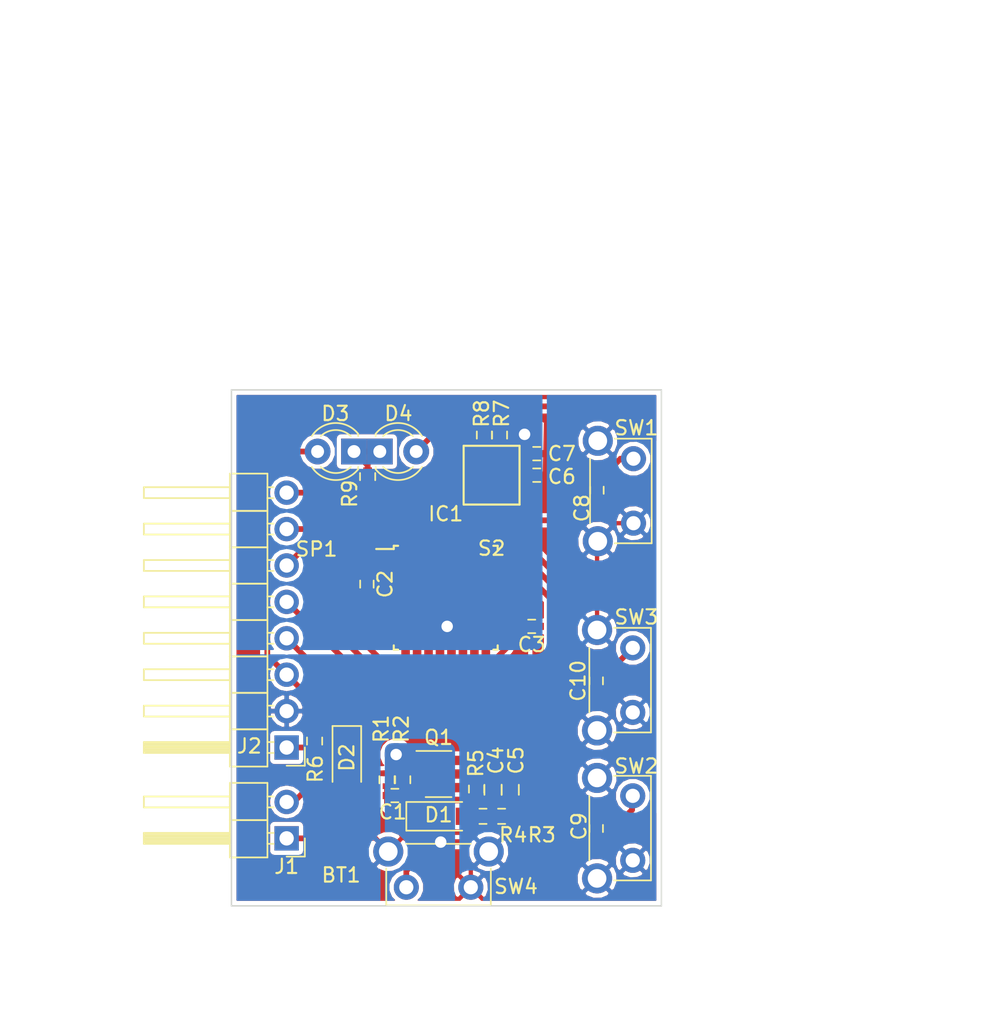
<source format=kicad_pcb>
(kicad_pcb (version 4) (host pcbnew 4.0.6-e0-6349~53~ubuntu16.04.1)

  (general
    (links 83)
    (no_connects 0)
    (area 143.099999 86.699999 173.200001 122.800001)
    (thickness 1.6)
    (drawings 7)
    (tracks 265)
    (zones 0)
    (modules 34)
    (nets 25)
  )

  (page A4)
  (title_block
    (title "Minimal ArduiVario")
    (date 2017-05-07)
    (rev v2.0)
    (company "Jonathan IAPICCO")
  )

  (layers
    (0 F.Cu signal)
    (31 B.Cu signal)
    (34 B.Paste user)
    (35 F.Paste user)
    (36 B.SilkS user)
    (37 F.SilkS user)
    (38 B.Mask user)
    (39 F.Mask user)
    (40 Dwgs.User user)
    (44 Edge.Cuts user)
    (48 B.Fab user)
    (49 F.Fab user hide)
  )

  (setup
    (last_trace_width 0.4)
    (trace_clearance 0.3)
    (zone_clearance 0.3)
    (zone_45_only no)
    (trace_min 0.2)
    (segment_width 0.2)
    (edge_width 0.1)
    (via_size 1.6)
    (via_drill 0.8)
    (via_min_size 0.4)
    (via_min_drill 0.3)
    (uvia_size 0.3)
    (uvia_drill 0.1)
    (uvias_allowed no)
    (uvia_min_size 0.2)
    (uvia_min_drill 0.1)
    (pcb_text_width 0.3)
    (pcb_text_size 1.5 1.5)
    (mod_edge_width 0.15)
    (mod_text_size 1 1)
    (mod_text_width 0.15)
    (pad_size 1.75 2)
    (pad_drill 0.99)
    (pad_to_mask_clearance 0)
    (aux_axis_origin 0 0)
    (visible_elements FFFEEF7F)
    (pcbplotparams
      (layerselection 0x00000_00000001)
      (usegerberextensions false)
      (excludeedgelayer false)
      (linewidth 0.100000)
      (plotframeref false)
      (viasonmask false)
      (mode 1)
      (useauxorigin false)
      (hpglpennumber 1)
      (hpglpenspeed 20)
      (hpglpendiameter 15)
      (hpglpenoverlay 2)
      (psnegative false)
      (psa4output false)
      (plotreference false)
      (plotvalue false)
      (plotinvisibletext false)
      (padsonsilk false)
      (subtractmaskfromsilk false)
      (outputformat 5)
      (mirror true)
      (drillshape 1)
      (scaleselection 1)
      (outputdirectory FAB/))
  )

  (net 0 "")
  (net 1 "Net-(BT1-Pad1)")
  (net 2 GND)
  (net 3 "Net-(C1-Pad1)")
  (net 4 "Net-(C1-Pad2)")
  (net 5 VCC)
  (net 6 "Net-(C4-Pad2)")
  (net 7 BTN1)
  (net 8 BTN2)
  (net 9 BTN3)
  (net 10 "Net-(D1-Pad2)")
  (net 11 "Net-(D3-Pad1)")
  (net 12 SCK-RED)
  (net 13 LED-GREEN)
  (net 14 HP1)
  (net 15 HP2)
  (net 16 SDA)
  (net 17 SCL)
  (net 18 "Net-(J1-Pad2)")
  (net 19 MOSI)
  (net 20 MISO)
  (net 21 RST)
  (net 22 Rx)
  (net 23 Tx)
  (net 24 "Net-(J2-Pad1)")

  (net_class Default "This is the default net class."
    (clearance 0.3)
    (trace_width 0.4)
    (via_dia 1.6)
    (via_drill 0.8)
    (uvia_dia 0.3)
    (uvia_drill 0.1)
    (add_net BTN1)
    (add_net BTN2)
    (add_net BTN3)
    (add_net HP1)
    (add_net HP2)
    (add_net LED-GREEN)
    (add_net MISO)
    (add_net MOSI)
    (add_net "Net-(BT1-Pad1)")
    (add_net "Net-(C1-Pad1)")
    (add_net "Net-(C1-Pad2)")
    (add_net "Net-(C4-Pad2)")
    (add_net "Net-(D1-Pad2)")
    (add_net "Net-(D3-Pad1)")
    (add_net "Net-(J1-Pad2)")
    (add_net "Net-(J2-Pad1)")
    (add_net RST)
    (add_net Rx)
    (add_net SCK-RED)
    (add_net SCL)
    (add_net SDA)
    (add_net Tx)
    (add_net VCC)
  )

  (net_class GND ""
    (clearance 0.3)
    (trace_width 0.3)
    (via_dia 1.6)
    (via_drill 0.8)
    (uvia_dia 0.3)
    (uvia_drill 0.1)
    (add_net GND)
  )

  (module Diodes_SMD:D_SOD-123 (layer F.Cu) (tedit 58645DC7) (tstamp 590E0C86)
    (at 151.2 112.45 270)
    (descr SOD-123)
    (tags SOD-123)
    (path /590F3AD6)
    (attr smd)
    (fp_text reference D2 (at -0.05 0 270) (layer F.SilkS)
      (effects (font (size 1 1) (thickness 0.15)))
    )
    (fp_text value 3V3 (at 0 2.1 270) (layer F.Fab)
      (effects (font (size 1 1) (thickness 0.15)))
    )
    (fp_text user %R (at 0 -2 270) (layer F.Fab)
      (effects (font (size 1 1) (thickness 0.15)))
    )
    (fp_line (start -2.25 -1) (end -2.25 1) (layer F.SilkS) (width 0.12))
    (fp_line (start 0.25 0) (end 0.75 0) (layer F.Fab) (width 0.1))
    (fp_line (start 0.25 0.4) (end -0.35 0) (layer F.Fab) (width 0.1))
    (fp_line (start 0.25 -0.4) (end 0.25 0.4) (layer F.Fab) (width 0.1))
    (fp_line (start -0.35 0) (end 0.25 -0.4) (layer F.Fab) (width 0.1))
    (fp_line (start -0.35 0) (end -0.35 0.55) (layer F.Fab) (width 0.1))
    (fp_line (start -0.35 0) (end -0.35 -0.55) (layer F.Fab) (width 0.1))
    (fp_line (start -0.75 0) (end -0.35 0) (layer F.Fab) (width 0.1))
    (fp_line (start -1.4 0.9) (end -1.4 -0.9) (layer F.Fab) (width 0.1))
    (fp_line (start 1.4 0.9) (end -1.4 0.9) (layer F.Fab) (width 0.1))
    (fp_line (start 1.4 -0.9) (end 1.4 0.9) (layer F.Fab) (width 0.1))
    (fp_line (start -1.4 -0.9) (end 1.4 -0.9) (layer F.Fab) (width 0.1))
    (fp_line (start -2.35 -1.15) (end 2.35 -1.15) (layer F.CrtYd) (width 0.05))
    (fp_line (start 2.35 -1.15) (end 2.35 1.15) (layer F.CrtYd) (width 0.05))
    (fp_line (start 2.35 1.15) (end -2.35 1.15) (layer F.CrtYd) (width 0.05))
    (fp_line (start -2.35 -1.15) (end -2.35 1.15) (layer F.CrtYd) (width 0.05))
    (fp_line (start -2.25 1) (end 1.65 1) (layer F.SilkS) (width 0.12))
    (fp_line (start -2.25 -1) (end 1.65 -1) (layer F.SilkS) (width 0.12))
    (pad 1 smd rect (at -1.65 0 270) (size 0.9 1.2) (layers F.Cu F.Paste F.Mask)
      (net 5 VCC))
    (pad 2 smd rect (at 1.65 0 270) (size 0.9 1.2) (layers F.Cu F.Paste F.Mask)
      (net 2 GND))
    (model ${KISYS3DMOD}/Diodes_SMD.3dshapes/D_SOD-123.wrl
      (at (xyz 0 0 0))
      (scale (xyz 1 1 1))
      (rotate (xyz 0 0 0))
    )
  )

  (module Diodes_SMD:D_SOD-123 (layer F.Cu) (tedit 58645DC7) (tstamp 590E0C80)
    (at 157.599999 116.5)
    (descr SOD-123)
    (tags SOD-123)
    (path /58F9EDD2)
    (attr smd)
    (fp_text reference D1 (at 0 -0.1) (layer F.SilkS)
      (effects (font (size 1 1) (thickness 0.15)))
    )
    (fp_text value D (at 0 2.1) (layer F.Fab)
      (effects (font (size 1 1) (thickness 0.15)))
    )
    (fp_text user %R (at 0 -2) (layer F.Fab)
      (effects (font (size 1 1) (thickness 0.15)))
    )
    (fp_line (start -2.25 -1) (end -2.25 1) (layer F.SilkS) (width 0.12))
    (fp_line (start 0.25 0) (end 0.75 0) (layer F.Fab) (width 0.1))
    (fp_line (start 0.25 0.4) (end -0.35 0) (layer F.Fab) (width 0.1))
    (fp_line (start 0.25 -0.4) (end 0.25 0.4) (layer F.Fab) (width 0.1))
    (fp_line (start -0.35 0) (end 0.25 -0.4) (layer F.Fab) (width 0.1))
    (fp_line (start -0.35 0) (end -0.35 0.55) (layer F.Fab) (width 0.1))
    (fp_line (start -0.35 0) (end -0.35 -0.55) (layer F.Fab) (width 0.1))
    (fp_line (start -0.75 0) (end -0.35 0) (layer F.Fab) (width 0.1))
    (fp_line (start -1.4 0.9) (end -1.4 -0.9) (layer F.Fab) (width 0.1))
    (fp_line (start 1.4 0.9) (end -1.4 0.9) (layer F.Fab) (width 0.1))
    (fp_line (start 1.4 -0.9) (end 1.4 0.9) (layer F.Fab) (width 0.1))
    (fp_line (start -1.4 -0.9) (end 1.4 -0.9) (layer F.Fab) (width 0.1))
    (fp_line (start -2.35 -1.15) (end 2.35 -1.15) (layer F.CrtYd) (width 0.05))
    (fp_line (start 2.35 -1.15) (end 2.35 1.15) (layer F.CrtYd) (width 0.05))
    (fp_line (start 2.35 1.15) (end -2.35 1.15) (layer F.CrtYd) (width 0.05))
    (fp_line (start -2.35 -1.15) (end -2.35 1.15) (layer F.CrtYd) (width 0.05))
    (fp_line (start -2.25 1) (end 1.65 1) (layer F.SilkS) (width 0.12))
    (fp_line (start -2.25 -1) (end 1.65 -1) (layer F.SilkS) (width 0.12))
    (pad 1 smd rect (at -1.65 0) (size 0.9 1.2) (layers F.Cu F.Paste F.Mask)
      (net 4 "Net-(C1-Pad2)"))
    (pad 2 smd rect (at 1.65 0) (size 0.9 1.2) (layers F.Cu F.Paste F.Mask)
      (net 10 "Net-(D1-Pad2)"))
    (model ${KISYS3DMOD}/Diodes_SMD.3dshapes/D_SOD-123.wrl
      (at (xyz 0 0 0))
      (scale (xyz 1 1 1))
      (rotate (xyz 0 0 0))
    )
  )

  (module Pin_Headers:Pin_Header_Angled_1x08_Pitch2.54mm (layer F.Cu) (tedit 58CD4EC1) (tstamp 590E0A1F)
    (at 147 111.7 180)
    (descr "Through hole angled pin header, 1x08, 2.54mm pitch, 6mm pin length, single row")
    (tags "Through hole angled pin header THT 1x08 2.54mm single row")
    (path /590E270D)
    (fp_text reference J2 (at 2.6 0.1 180) (layer F.SilkS)
      (effects (font (size 1 1) (thickness 0.15)))
    )
    (fp_text value CONN_01X08 (at 4.315 20.05 180) (layer F.Fab)
      (effects (font (size 1 1) (thickness 0.15)))
    )
    (fp_line (start 1.4 -1.27) (end 1.4 1.27) (layer F.Fab) (width 0.1))
    (fp_line (start 1.4 1.27) (end 3.9 1.27) (layer F.Fab) (width 0.1))
    (fp_line (start 3.9 1.27) (end 3.9 -1.27) (layer F.Fab) (width 0.1))
    (fp_line (start 3.9 -1.27) (end 1.4 -1.27) (layer F.Fab) (width 0.1))
    (fp_line (start 0 -0.32) (end 0 0.32) (layer F.Fab) (width 0.1))
    (fp_line (start 0 0.32) (end 9.9 0.32) (layer F.Fab) (width 0.1))
    (fp_line (start 9.9 0.32) (end 9.9 -0.32) (layer F.Fab) (width 0.1))
    (fp_line (start 9.9 -0.32) (end 0 -0.32) (layer F.Fab) (width 0.1))
    (fp_line (start 1.4 1.27) (end 1.4 3.81) (layer F.Fab) (width 0.1))
    (fp_line (start 1.4 3.81) (end 3.9 3.81) (layer F.Fab) (width 0.1))
    (fp_line (start 3.9 3.81) (end 3.9 1.27) (layer F.Fab) (width 0.1))
    (fp_line (start 3.9 1.27) (end 1.4 1.27) (layer F.Fab) (width 0.1))
    (fp_line (start 0 2.22) (end 0 2.86) (layer F.Fab) (width 0.1))
    (fp_line (start 0 2.86) (end 9.9 2.86) (layer F.Fab) (width 0.1))
    (fp_line (start 9.9 2.86) (end 9.9 2.22) (layer F.Fab) (width 0.1))
    (fp_line (start 9.9 2.22) (end 0 2.22) (layer F.Fab) (width 0.1))
    (fp_line (start 1.4 3.81) (end 1.4 6.35) (layer F.Fab) (width 0.1))
    (fp_line (start 1.4 6.35) (end 3.9 6.35) (layer F.Fab) (width 0.1))
    (fp_line (start 3.9 6.35) (end 3.9 3.81) (layer F.Fab) (width 0.1))
    (fp_line (start 3.9 3.81) (end 1.4 3.81) (layer F.Fab) (width 0.1))
    (fp_line (start 0 4.76) (end 0 5.4) (layer F.Fab) (width 0.1))
    (fp_line (start 0 5.4) (end 9.9 5.4) (layer F.Fab) (width 0.1))
    (fp_line (start 9.9 5.4) (end 9.9 4.76) (layer F.Fab) (width 0.1))
    (fp_line (start 9.9 4.76) (end 0 4.76) (layer F.Fab) (width 0.1))
    (fp_line (start 1.4 6.35) (end 1.4 8.89) (layer F.Fab) (width 0.1))
    (fp_line (start 1.4 8.89) (end 3.9 8.89) (layer F.Fab) (width 0.1))
    (fp_line (start 3.9 8.89) (end 3.9 6.35) (layer F.Fab) (width 0.1))
    (fp_line (start 3.9 6.35) (end 1.4 6.35) (layer F.Fab) (width 0.1))
    (fp_line (start 0 7.3) (end 0 7.94) (layer F.Fab) (width 0.1))
    (fp_line (start 0 7.94) (end 9.9 7.94) (layer F.Fab) (width 0.1))
    (fp_line (start 9.9 7.94) (end 9.9 7.3) (layer F.Fab) (width 0.1))
    (fp_line (start 9.9 7.3) (end 0 7.3) (layer F.Fab) (width 0.1))
    (fp_line (start 1.4 8.89) (end 1.4 11.43) (layer F.Fab) (width 0.1))
    (fp_line (start 1.4 11.43) (end 3.9 11.43) (layer F.Fab) (width 0.1))
    (fp_line (start 3.9 11.43) (end 3.9 8.89) (layer F.Fab) (width 0.1))
    (fp_line (start 3.9 8.89) (end 1.4 8.89) (layer F.Fab) (width 0.1))
    (fp_line (start 0 9.84) (end 0 10.48) (layer F.Fab) (width 0.1))
    (fp_line (start 0 10.48) (end 9.9 10.48) (layer F.Fab) (width 0.1))
    (fp_line (start 9.9 10.48) (end 9.9 9.84) (layer F.Fab) (width 0.1))
    (fp_line (start 9.9 9.84) (end 0 9.84) (layer F.Fab) (width 0.1))
    (fp_line (start 1.4 11.43) (end 1.4 13.97) (layer F.Fab) (width 0.1))
    (fp_line (start 1.4 13.97) (end 3.9 13.97) (layer F.Fab) (width 0.1))
    (fp_line (start 3.9 13.97) (end 3.9 11.43) (layer F.Fab) (width 0.1))
    (fp_line (start 3.9 11.43) (end 1.4 11.43) (layer F.Fab) (width 0.1))
    (fp_line (start 0 12.38) (end 0 13.02) (layer F.Fab) (width 0.1))
    (fp_line (start 0 13.02) (end 9.9 13.02) (layer F.Fab) (width 0.1))
    (fp_line (start 9.9 13.02) (end 9.9 12.38) (layer F.Fab) (width 0.1))
    (fp_line (start 9.9 12.38) (end 0 12.38) (layer F.Fab) (width 0.1))
    (fp_line (start 1.4 13.97) (end 1.4 16.51) (layer F.Fab) (width 0.1))
    (fp_line (start 1.4 16.51) (end 3.9 16.51) (layer F.Fab) (width 0.1))
    (fp_line (start 3.9 16.51) (end 3.9 13.97) (layer F.Fab) (width 0.1))
    (fp_line (start 3.9 13.97) (end 1.4 13.97) (layer F.Fab) (width 0.1))
    (fp_line (start 0 14.92) (end 0 15.56) (layer F.Fab) (width 0.1))
    (fp_line (start 0 15.56) (end 9.9 15.56) (layer F.Fab) (width 0.1))
    (fp_line (start 9.9 15.56) (end 9.9 14.92) (layer F.Fab) (width 0.1))
    (fp_line (start 9.9 14.92) (end 0 14.92) (layer F.Fab) (width 0.1))
    (fp_line (start 1.4 16.51) (end 1.4 19.05) (layer F.Fab) (width 0.1))
    (fp_line (start 1.4 19.05) (end 3.9 19.05) (layer F.Fab) (width 0.1))
    (fp_line (start 3.9 19.05) (end 3.9 16.51) (layer F.Fab) (width 0.1))
    (fp_line (start 3.9 16.51) (end 1.4 16.51) (layer F.Fab) (width 0.1))
    (fp_line (start 0 17.46) (end 0 18.1) (layer F.Fab) (width 0.1))
    (fp_line (start 0 18.1) (end 9.9 18.1) (layer F.Fab) (width 0.1))
    (fp_line (start 9.9 18.1) (end 9.9 17.46) (layer F.Fab) (width 0.1))
    (fp_line (start 9.9 17.46) (end 0 17.46) (layer F.Fab) (width 0.1))
    (fp_line (start 1.34 -1.33) (end 1.34 1.27) (layer F.SilkS) (width 0.12))
    (fp_line (start 1.34 1.27) (end 3.96 1.27) (layer F.SilkS) (width 0.12))
    (fp_line (start 3.96 1.27) (end 3.96 -1.33) (layer F.SilkS) (width 0.12))
    (fp_line (start 3.96 -1.33) (end 1.34 -1.33) (layer F.SilkS) (width 0.12))
    (fp_line (start 3.96 -0.38) (end 3.96 0.38) (layer F.SilkS) (width 0.12))
    (fp_line (start 3.96 0.38) (end 9.96 0.38) (layer F.SilkS) (width 0.12))
    (fp_line (start 9.96 0.38) (end 9.96 -0.38) (layer F.SilkS) (width 0.12))
    (fp_line (start 9.96 -0.38) (end 3.96 -0.38) (layer F.SilkS) (width 0.12))
    (fp_line (start 0.91 -0.38) (end 1.34 -0.38) (layer F.SilkS) (width 0.12))
    (fp_line (start 0.91 0.38) (end 1.34 0.38) (layer F.SilkS) (width 0.12))
    (fp_line (start 3.96 -0.26) (end 9.96 -0.26) (layer F.SilkS) (width 0.12))
    (fp_line (start 3.96 -0.14) (end 9.96 -0.14) (layer F.SilkS) (width 0.12))
    (fp_line (start 3.96 -0.02) (end 9.96 -0.02) (layer F.SilkS) (width 0.12))
    (fp_line (start 3.96 0.1) (end 9.96 0.1) (layer F.SilkS) (width 0.12))
    (fp_line (start 3.96 0.22) (end 9.96 0.22) (layer F.SilkS) (width 0.12))
    (fp_line (start 3.96 0.34) (end 9.96 0.34) (layer F.SilkS) (width 0.12))
    (fp_line (start 1.34 1.27) (end 1.34 3.81) (layer F.SilkS) (width 0.12))
    (fp_line (start 1.34 3.81) (end 3.96 3.81) (layer F.SilkS) (width 0.12))
    (fp_line (start 3.96 3.81) (end 3.96 1.27) (layer F.SilkS) (width 0.12))
    (fp_line (start 3.96 1.27) (end 1.34 1.27) (layer F.SilkS) (width 0.12))
    (fp_line (start 3.96 2.16) (end 3.96 2.92) (layer F.SilkS) (width 0.12))
    (fp_line (start 3.96 2.92) (end 9.96 2.92) (layer F.SilkS) (width 0.12))
    (fp_line (start 9.96 2.92) (end 9.96 2.16) (layer F.SilkS) (width 0.12))
    (fp_line (start 9.96 2.16) (end 3.96 2.16) (layer F.SilkS) (width 0.12))
    (fp_line (start 0.91 2.16) (end 1.34 2.16) (layer F.SilkS) (width 0.12))
    (fp_line (start 0.91 2.92) (end 1.34 2.92) (layer F.SilkS) (width 0.12))
    (fp_line (start 1.34 3.81) (end 1.34 6.35) (layer F.SilkS) (width 0.12))
    (fp_line (start 1.34 6.35) (end 3.96 6.35) (layer F.SilkS) (width 0.12))
    (fp_line (start 3.96 6.35) (end 3.96 3.81) (layer F.SilkS) (width 0.12))
    (fp_line (start 3.96 3.81) (end 1.34 3.81) (layer F.SilkS) (width 0.12))
    (fp_line (start 3.96 4.7) (end 3.96 5.46) (layer F.SilkS) (width 0.12))
    (fp_line (start 3.96 5.46) (end 9.96 5.46) (layer F.SilkS) (width 0.12))
    (fp_line (start 9.96 5.46) (end 9.96 4.7) (layer F.SilkS) (width 0.12))
    (fp_line (start 9.96 4.7) (end 3.96 4.7) (layer F.SilkS) (width 0.12))
    (fp_line (start 0.91 4.7) (end 1.34 4.7) (layer F.SilkS) (width 0.12))
    (fp_line (start 0.91 5.46) (end 1.34 5.46) (layer F.SilkS) (width 0.12))
    (fp_line (start 1.34 6.35) (end 1.34 8.89) (layer F.SilkS) (width 0.12))
    (fp_line (start 1.34 8.89) (end 3.96 8.89) (layer F.SilkS) (width 0.12))
    (fp_line (start 3.96 8.89) (end 3.96 6.35) (layer F.SilkS) (width 0.12))
    (fp_line (start 3.96 6.35) (end 1.34 6.35) (layer F.SilkS) (width 0.12))
    (fp_line (start 3.96 7.24) (end 3.96 8) (layer F.SilkS) (width 0.12))
    (fp_line (start 3.96 8) (end 9.96 8) (layer F.SilkS) (width 0.12))
    (fp_line (start 9.96 8) (end 9.96 7.24) (layer F.SilkS) (width 0.12))
    (fp_line (start 9.96 7.24) (end 3.96 7.24) (layer F.SilkS) (width 0.12))
    (fp_line (start 0.91 7.24) (end 1.34 7.24) (layer F.SilkS) (width 0.12))
    (fp_line (start 0.91 8) (end 1.34 8) (layer F.SilkS) (width 0.12))
    (fp_line (start 1.34 8.89) (end 1.34 11.43) (layer F.SilkS) (width 0.12))
    (fp_line (start 1.34 11.43) (end 3.96 11.43) (layer F.SilkS) (width 0.12))
    (fp_line (start 3.96 11.43) (end 3.96 8.89) (layer F.SilkS) (width 0.12))
    (fp_line (start 3.96 8.89) (end 1.34 8.89) (layer F.SilkS) (width 0.12))
    (fp_line (start 3.96 9.78) (end 3.96 10.54) (layer F.SilkS) (width 0.12))
    (fp_line (start 3.96 10.54) (end 9.96 10.54) (layer F.SilkS) (width 0.12))
    (fp_line (start 9.96 10.54) (end 9.96 9.78) (layer F.SilkS) (width 0.12))
    (fp_line (start 9.96 9.78) (end 3.96 9.78) (layer F.SilkS) (width 0.12))
    (fp_line (start 0.91 9.78) (end 1.34 9.78) (layer F.SilkS) (width 0.12))
    (fp_line (start 0.91 10.54) (end 1.34 10.54) (layer F.SilkS) (width 0.12))
    (fp_line (start 1.34 11.43) (end 1.34 13.97) (layer F.SilkS) (width 0.12))
    (fp_line (start 1.34 13.97) (end 3.96 13.97) (layer F.SilkS) (width 0.12))
    (fp_line (start 3.96 13.97) (end 3.96 11.43) (layer F.SilkS) (width 0.12))
    (fp_line (start 3.96 11.43) (end 1.34 11.43) (layer F.SilkS) (width 0.12))
    (fp_line (start 3.96 12.32) (end 3.96 13.08) (layer F.SilkS) (width 0.12))
    (fp_line (start 3.96 13.08) (end 9.96 13.08) (layer F.SilkS) (width 0.12))
    (fp_line (start 9.96 13.08) (end 9.96 12.32) (layer F.SilkS) (width 0.12))
    (fp_line (start 9.96 12.32) (end 3.96 12.32) (layer F.SilkS) (width 0.12))
    (fp_line (start 0.91 12.32) (end 1.34 12.32) (layer F.SilkS) (width 0.12))
    (fp_line (start 0.91 13.08) (end 1.34 13.08) (layer F.SilkS) (width 0.12))
    (fp_line (start 1.34 13.97) (end 1.34 16.51) (layer F.SilkS) (width 0.12))
    (fp_line (start 1.34 16.51) (end 3.96 16.51) (layer F.SilkS) (width 0.12))
    (fp_line (start 3.96 16.51) (end 3.96 13.97) (layer F.SilkS) (width 0.12))
    (fp_line (start 3.96 13.97) (end 1.34 13.97) (layer F.SilkS) (width 0.12))
    (fp_line (start 3.96 14.86) (end 3.96 15.62) (layer F.SilkS) (width 0.12))
    (fp_line (start 3.96 15.62) (end 9.96 15.62) (layer F.SilkS) (width 0.12))
    (fp_line (start 9.96 15.62) (end 9.96 14.86) (layer F.SilkS) (width 0.12))
    (fp_line (start 9.96 14.86) (end 3.96 14.86) (layer F.SilkS) (width 0.12))
    (fp_line (start 0.91 14.86) (end 1.34 14.86) (layer F.SilkS) (width 0.12))
    (fp_line (start 0.91 15.62) (end 1.34 15.62) (layer F.SilkS) (width 0.12))
    (fp_line (start 1.34 16.51) (end 1.34 19.11) (layer F.SilkS) (width 0.12))
    (fp_line (start 1.34 19.11) (end 3.96 19.11) (layer F.SilkS) (width 0.12))
    (fp_line (start 3.96 19.11) (end 3.96 16.51) (layer F.SilkS) (width 0.12))
    (fp_line (start 3.96 16.51) (end 1.34 16.51) (layer F.SilkS) (width 0.12))
    (fp_line (start 3.96 17.4) (end 3.96 18.16) (layer F.SilkS) (width 0.12))
    (fp_line (start 3.96 18.16) (end 9.96 18.16) (layer F.SilkS) (width 0.12))
    (fp_line (start 9.96 18.16) (end 9.96 17.4) (layer F.SilkS) (width 0.12))
    (fp_line (start 9.96 17.4) (end 3.96 17.4) (layer F.SilkS) (width 0.12))
    (fp_line (start 0.91 17.4) (end 1.34 17.4) (layer F.SilkS) (width 0.12))
    (fp_line (start 0.91 18.16) (end 1.34 18.16) (layer F.SilkS) (width 0.12))
    (fp_line (start -1.27 0) (end -1.27 -1.27) (layer F.SilkS) (width 0.12))
    (fp_line (start -1.27 -1.27) (end 0 -1.27) (layer F.SilkS) (width 0.12))
    (fp_line (start -1.8 -1.8) (end -1.8 19.55) (layer F.CrtYd) (width 0.05))
    (fp_line (start -1.8 19.55) (end 10.4 19.55) (layer F.CrtYd) (width 0.05))
    (fp_line (start 10.4 19.55) (end 10.4 -1.8) (layer F.CrtYd) (width 0.05))
    (fp_line (start 10.4 -1.8) (end -1.8 -1.8) (layer F.CrtYd) (width 0.05))
    (fp_text user %R (at 4.315 -2.27 180) (layer F.Fab)
      (effects (font (size 1 1) (thickness 0.15)))
    )
    (pad 1 thru_hole rect (at 0 0 180) (size 1.7 1.7) (drill 1) (layers *.Cu *.Mask)
      (net 24 "Net-(J2-Pad1)"))
    (pad 2 thru_hole oval (at 0 2.54 180) (size 1.7 1.7) (drill 1) (layers *.Cu *.Mask)
      (net 2 GND))
    (pad 3 thru_hole oval (at 0 5.08 180) (size 1.7 1.7) (drill 1) (layers *.Cu *.Mask)
      (net 12 SCK-RED))
    (pad 4 thru_hole oval (at 0 7.62 180) (size 1.7 1.7) (drill 1) (layers *.Cu *.Mask)
      (net 20 MISO))
    (pad 5 thru_hole oval (at 0 10.16 180) (size 1.7 1.7) (drill 1) (layers *.Cu *.Mask)
      (net 19 MOSI))
    (pad 6 thru_hole oval (at 0 12.7 180) (size 1.7 1.7) (drill 1) (layers *.Cu *.Mask)
      (net 23 Tx))
    (pad 7 thru_hole oval (at 0 15.24 180) (size 1.7 1.7) (drill 1) (layers *.Cu *.Mask)
      (net 22 Rx))
    (pad 8 thru_hole oval (at 0 17.78 180) (size 1.7 1.7) (drill 1) (layers *.Cu *.Mask)
      (net 21 RST))
    (model ${KISYS3DMOD}/Pin_Headers.3dshapes/Pin_Header_Angled_1x08_Pitch2.54mm.wrl
      (at (xyz 0 -0.35 0))
      (scale (xyz 1 1 1))
      (rotate (xyz 0 0 90))
    )
  )

  (module DIVERS_jo:BMP180 (layer F.Cu) (tedit 590E02E7) (tstamp 590E0658)
    (at 161.3 92.7 180)
    (descr "Through hole pin header")
    (tags "pin header")
    (path /5655A5A4)
    (fp_text reference S2 (at 0 -5.1 180) (layer F.SilkS)
      (effects (font (size 1 1) (thickness 0.15)))
    )
    (fp_text value BMP180 (at 0 -3.1 180) (layer F.Fab)
      (effects (font (size 1 1) (thickness 0.15)))
    )
    (fp_circle (center 1.2 0.75) (end 1.4 0.85) (layer F.Fab) (width 0.15))
    (fp_line (start -1.8 1.9) (end -1.8 -1.9) (layer F.Fab) (width 0.1))
    (fp_line (start 1.8 1.9) (end -1.8 1.9) (layer F.Fab) (width 0.1))
    (fp_line (start 1.8 -1.9) (end 1.8 1.9) (layer F.Fab) (width 0.1))
    (fp_line (start -1.8 -1.9) (end 1.8 -1.9) (layer F.Fab) (width 0.1))
    (fp_line (start -1.95 2.05) (end -1.95 -2.05) (layer F.SilkS) (width 0.15))
    (fp_line (start 1.95 2.05) (end -1.95 2.05) (layer F.SilkS) (width 0.15))
    (fp_line (start 1.95 -2.05) (end 1.95 2.05) (layer F.SilkS) (width 0.15))
    (fp_line (start -1.95 -2.05) (end 1.95 -2.05) (layer F.SilkS) (width 0.15))
    (pad 1 smd rect (at -1.7 -1.5 180) (size 1 0.7) (layers F.Cu F.Paste F.Mask))
    (pad 2 smd rect (at -1.7 0 180) (size 1 0.7) (layers F.Cu F.Paste F.Mask)
      (net 5 VCC))
    (pad 3 smd rect (at -1.7 1.5 180) (size 1 0.7) (layers F.Cu F.Paste F.Mask)
      (net 5 VCC))
    (pad 4 smd rect (at 1.7 1.5 180) (size 1 0.7) (layers F.Cu F.Paste F.Mask))
    (pad 5 smd rect (at 1.7 0 180) (size 1 0.7) (layers F.Cu F.Paste F.Mask)
      (net 17 SCL))
    (pad 6 smd rect (at 1.7 -1.5 180) (size 1 0.7) (layers F.Cu F.Paste F.Mask)
      (net 16 SDA))
    (pad 7 smd rect (at 0 -1.75 270) (size 1 0.7) (layers F.Cu F.Paste F.Mask)
      (net 2 GND))
    (model Pin_Headers.3dshapes/Pin_Header_Straight_1x04.wrl
      (at (xyz 0 -0.15 0))
      (scale (xyz 1 1 1))
      (rotate (xyz 0 0 90))
    )
  )

  (module Buttons_Switches_THT:SW_Tactile_SPST_Angled (layer F.Cu) (tedit 590E3BC9) (tstamp 590DFE81)
    (at 159.85 121.45 180)
    (descr "tactile switch SPST right angle, 1825027-2")
    (tags "tactile switch SPST angled 1825027-2")
    (path /590F04DD)
    (fp_text reference SW4 (at -3.15 0.05 180) (layer F.SilkS)
      (effects (font (size 1 1) (thickness 0.15)))
    )
    (fp_text value on/off (at 1.9685 -2.3495 180) (layer F.Fab)
      (effects (font (size 1 1) (thickness 0.15)))
    )
    (fp_line (start -2.5 -1.5) (end 7.05 -1.5) (layer F.CrtYd) (width 0.05))
    (fp_line (start 7.05 -1.5) (end 7.05 3.8) (layer F.CrtYd) (width 0.05))
    (fp_line (start 7.05 3.8) (end -2.5 3.8) (layer F.CrtYd) (width 0.05))
    (fp_line (start -2.5 3.8) (end -2.5 -1.5) (layer F.CrtYd) (width 0.05))
    (fp_line (start -1.397 -1.27) (end 5.9 -1.27) (layer F.SilkS) (width 0.12))
    (fp_line (start 5.9 -1.27) (end 5.9 1.3) (layer F.SilkS) (width 0.12))
    (fp_line (start 0 3.03) (end 4.5 3.03) (layer F.SilkS) (width 0.12))
    (fp_line (start -1.397 -1.27) (end -1.397 1.3) (layer F.SilkS) (width 0.12))
    (pad "" thru_hole circle (at 5.76 2.49 180) (size 2.1 2.1) (drill 1.3) (layers *.Cu *.Mask)
      (net 2 GND))
    (pad 2 thru_hole circle (at 4.5 0 180) (size 1.75 1.75) (drill 0.99) (layers *.Cu *.Mask)
      (net 4 "Net-(C1-Pad2)"))
    (pad 1 thru_hole circle (at 0 0 180) (size 1.75 1.75) (drill 0.99) (layers *.Cu *.Mask)
      (net 2 GND))
    (pad "" thru_hole circle (at -1.25 2.49 180) (size 2.1 2.1) (drill 1.3) (layers *.Cu *.Mask)
      (net 2 GND))
    (model Buttons_Switches_THT.3dshapes/SW_Tactile_SPST_Angled.wrl
      (at (xyz 0.09 0.1 0.1575))
      (scale (xyz 0.39 0.39 0.39))
      (rotate (xyz -90 0 180))
    )
  )

  (module Buttons_Switches_THT:SW_Tactile_SPST_Angled (layer F.Cu) (tedit 590E3BB5) (tstamp 590DFE79)
    (at 171.150001 104.75 270)
    (descr "tactile switch SPST right angle, 1825027-2")
    (tags "tactile switch SPST angled 1825027-2")
    (path /56390EB9)
    (fp_text reference SW3 (at -2.15 -0.249999 540) (layer F.SilkS)
      (effects (font (size 1 1) (thickness 0.15)))
    )
    (fp_text value Down (at 1.9685 -2.3495 270) (layer F.Fab)
      (effects (font (size 1 1) (thickness 0.15)))
    )
    (fp_line (start -2.5 -1.5) (end 7.05 -1.5) (layer F.CrtYd) (width 0.05))
    (fp_line (start 7.05 -1.5) (end 7.05 3.8) (layer F.CrtYd) (width 0.05))
    (fp_line (start 7.05 3.8) (end -2.5 3.8) (layer F.CrtYd) (width 0.05))
    (fp_line (start -2.5 3.8) (end -2.5 -1.5) (layer F.CrtYd) (width 0.05))
    (fp_line (start -1.397 -1.27) (end 5.9 -1.27) (layer F.SilkS) (width 0.12))
    (fp_line (start 5.9 -1.27) (end 5.9 1.3) (layer F.SilkS) (width 0.12))
    (fp_line (start 0 3.03) (end 4.5 3.03) (layer F.SilkS) (width 0.12))
    (fp_line (start -1.397 -1.27) (end -1.397 1.3) (layer F.SilkS) (width 0.12))
    (pad "" thru_hole circle (at 5.76 2.49 270) (size 2.1 2.1) (drill 1.3) (layers *.Cu *.Mask)
      (net 2 GND))
    (pad 2 thru_hole circle (at 4.5 0 270) (size 1.75 1.75) (drill 0.99) (layers *.Cu *.Mask)
      (net 2 GND))
    (pad 1 thru_hole circle (at 0 0 270) (size 1.75 1.75) (drill 0.99) (layers *.Cu *.Mask)
      (net 9 BTN3))
    (pad "" thru_hole circle (at -1.25 2.49 270) (size 2.1 2.1) (drill 1.3) (layers *.Cu *.Mask)
      (net 2 GND))
    (model Buttons_Switches_THT.3dshapes/SW_Tactile_SPST_Angled.wrl
      (at (xyz 0.09 0.1 0.1575))
      (scale (xyz 0.39 0.39 0.39))
      (rotate (xyz -90 0 180))
    )
  )

  (module Buttons_Switches_THT:SW_Tactile_SPST_Angled (layer F.Cu) (tedit 590E3BBE) (tstamp 590DFE71)
    (at 171.15 115.0726 270)
    (descr "tactile switch SPST right angle, 1825027-2")
    (tags "tactile switch SPST angled 1825027-2")
    (path /56390E75)
    (fp_text reference SW2 (at -2.0726 -0.25 360) (layer F.SilkS)
      (effects (font (size 1 1) (thickness 0.15)))
    )
    (fp_text value Up (at 1.9685 -2.3495 270) (layer F.Fab)
      (effects (font (size 1 1) (thickness 0.15)))
    )
    (fp_line (start -2.5 -1.5) (end 7.05 -1.5) (layer F.CrtYd) (width 0.05))
    (fp_line (start 7.05 -1.5) (end 7.05 3.8) (layer F.CrtYd) (width 0.05))
    (fp_line (start 7.05 3.8) (end -2.5 3.8) (layer F.CrtYd) (width 0.05))
    (fp_line (start -2.5 3.8) (end -2.5 -1.5) (layer F.CrtYd) (width 0.05))
    (fp_line (start -1.397 -1.27) (end 5.9 -1.27) (layer F.SilkS) (width 0.12))
    (fp_line (start 5.9 -1.27) (end 5.9 1.3) (layer F.SilkS) (width 0.12))
    (fp_line (start 0 3.03) (end 4.5 3.03) (layer F.SilkS) (width 0.12))
    (fp_line (start -1.397 -1.27) (end -1.397 1.3) (layer F.SilkS) (width 0.12))
    (pad "" thru_hole circle (at 5.76 2.49 270) (size 2.1 2.1) (drill 1.3) (layers *.Cu *.Mask)
      (net 2 GND))
    (pad 2 thru_hole circle (at 4.5 0 270) (size 1.75 1.75) (drill 0.99) (layers *.Cu *.Mask)
      (net 2 GND))
    (pad 1 thru_hole circle (at 0 0 270) (size 1.75 1.75) (drill 0.99) (layers *.Cu *.Mask)
      (net 8 BTN2))
    (pad "" thru_hole circle (at -1.25 2.49 270) (size 2.1 2.1) (drill 1.3) (layers *.Cu *.Mask)
      (net 2 GND))
    (model Buttons_Switches_THT.3dshapes/SW_Tactile_SPST_Angled.wrl
      (at (xyz 0.09 0.1 0.1575))
      (scale (xyz 0.39 0.39 0.39))
      (rotate (xyz -90 0 180))
    )
  )

  (module Buttons_Switches_THT:SW_Tactile_SPST_Angled (layer F.Cu) (tedit 590E3BA9) (tstamp 590DFE69)
    (at 171.2 91.55 270)
    (descr "tactile switch SPST right angle, 1825027-2")
    (tags "tactile switch SPST angled 1825027-2")
    (path /56390D99)
    (fp_text reference SW1 (at -2.15 -0.2 360) (layer F.SilkS)
      (effects (font (size 1 1) (thickness 0.15)))
    )
    (fp_text value Select (at 1.9685 -2.3495 270) (layer F.Fab)
      (effects (font (size 1 1) (thickness 0.15)))
    )
    (fp_line (start -2.5 -1.5) (end 7.05 -1.5) (layer F.CrtYd) (width 0.05))
    (fp_line (start 7.05 -1.5) (end 7.05 3.8) (layer F.CrtYd) (width 0.05))
    (fp_line (start 7.05 3.8) (end -2.5 3.8) (layer F.CrtYd) (width 0.05))
    (fp_line (start -2.5 3.8) (end -2.5 -1.5) (layer F.CrtYd) (width 0.05))
    (fp_line (start -1.397 -1.27) (end 5.9 -1.27) (layer F.SilkS) (width 0.12))
    (fp_line (start 5.9 -1.27) (end 5.9 1.3) (layer F.SilkS) (width 0.12))
    (fp_line (start 0 3.03) (end 4.5 3.03) (layer F.SilkS) (width 0.12))
    (fp_line (start -1.397 -1.27) (end -1.397 1.3) (layer F.SilkS) (width 0.12))
    (pad "" thru_hole circle (at 5.76 2.49 270) (size 2.1 2.1) (drill 1.3) (layers *.Cu *.Mask)
      (net 2 GND))
    (pad 2 thru_hole circle (at 4.5 0 270) (size 1.75 1.75) (drill 0.99) (layers *.Cu *.Mask)
      (net 2 GND))
    (pad 1 thru_hole circle (at 0 0 270) (size 1.75 1.75) (drill 0.99) (layers *.Cu *.Mask)
      (net 7 BTN1))
    (pad "" thru_hole circle (at -1.25 2.49 270) (size 2.1 2.1) (drill 1.3) (layers *.Cu *.Mask)
      (net 2 GND))
    (model Buttons_Switches_THT.3dshapes/SW_Tactile_SPST_Angled.wrl
      (at (xyz 0.09 0.1 0.1575))
      (scale (xyz 0.39 0.39 0.39))
      (rotate (xyz -90 0 180))
    )
  )

  (module DIVERS_jo:Connector_SMD_x2 (layer F.Cu) (tedit 590E1EB5) (tstamp 590DFE61)
    (at 150.1 100.4 180)
    (path /58F6EBA0)
    (fp_text reference SP1 (at 1.016 2.54 180) (layer F.SilkS)
      (effects (font (size 1 1) (thickness 0.15)))
    )
    (fp_text value PIEZO (at 1.016 -2.54 180) (layer F.Fab)
      (effects (font (size 1 1) (thickness 0.15)))
    )
    (pad 1 connect rect (at -1 0 180) (size 1.5 3) (layers F.Cu F.Mask)
      (net 14 HP1))
    (pad 2 connect rect (at 1 0 180) (size 1.5 3) (layers F.Cu F.Mask)
      (net 15 HP2))
  )

  (module Resistors_SMD:R_0402 (layer F.Cu) (tedit 58E0A804) (tstamp 590DFE53)
    (at 152.65 92.8 90)
    (descr "Resistor SMD 0402, reflow soldering, Vishay (see dcrcw.pdf)")
    (tags "resistor 0402")
    (path /590F840A)
    (attr smd)
    (fp_text reference R9 (at -1.2 -1.25 270) (layer F.SilkS)
      (effects (font (size 1 1) (thickness 0.15)))
    )
    (fp_text value 300 (at 0 1.45 90) (layer F.Fab)
      (effects (font (size 1 1) (thickness 0.15)))
    )
    (fp_text user %R (at 0 -1.35 90) (layer F.Fab)
      (effects (font (size 1 1) (thickness 0.15)))
    )
    (fp_line (start -0.5 0.25) (end -0.5 -0.25) (layer F.Fab) (width 0.1))
    (fp_line (start 0.5 0.25) (end -0.5 0.25) (layer F.Fab) (width 0.1))
    (fp_line (start 0.5 -0.25) (end 0.5 0.25) (layer F.Fab) (width 0.1))
    (fp_line (start -0.5 -0.25) (end 0.5 -0.25) (layer F.Fab) (width 0.1))
    (fp_line (start 0.25 -0.53) (end -0.25 -0.53) (layer F.SilkS) (width 0.12))
    (fp_line (start -0.25 0.53) (end 0.25 0.53) (layer F.SilkS) (width 0.12))
    (fp_line (start -0.8 -0.45) (end 0.8 -0.45) (layer F.CrtYd) (width 0.05))
    (fp_line (start -0.8 -0.45) (end -0.8 0.45) (layer F.CrtYd) (width 0.05))
    (fp_line (start 0.8 0.45) (end 0.8 -0.45) (layer F.CrtYd) (width 0.05))
    (fp_line (start 0.8 0.45) (end -0.8 0.45) (layer F.CrtYd) (width 0.05))
    (pad 1 smd rect (at -0.45 0 90) (size 0.4 0.6) (layers F.Cu F.Paste F.Mask)
      (net 2 GND))
    (pad 2 smd rect (at 0.45 0 90) (size 0.4 0.6) (layers F.Cu F.Paste F.Mask)
      (net 11 "Net-(D3-Pad1)"))
    (model ${KISYS3DMOD}/Resistors_SMD.3dshapes/R_0402.wrl
      (at (xyz 0 0 0))
      (scale (xyz 1 1 1))
      (rotate (xyz 0 0 0))
    )
  )

  (module Resistors_SMD:R_0402 (layer F.Cu) (tedit 58E0A804) (tstamp 590DFE4D)
    (at 160.8 89.9 270)
    (descr "Resistor SMD 0402, reflow soldering, Vishay (see dcrcw.pdf)")
    (tags "resistor 0402")
    (path /58F1D1B2)
    (attr smd)
    (fp_text reference R8 (at -1.5 0.2 270) (layer F.SilkS)
      (effects (font (size 1 1) (thickness 0.15)))
    )
    (fp_text value 1K (at 0 1.45 270) (layer F.Fab)
      (effects (font (size 1 1) (thickness 0.15)))
    )
    (fp_text user %R (at 0 -1.35 270) (layer F.Fab)
      (effects (font (size 1 1) (thickness 0.15)))
    )
    (fp_line (start -0.5 0.25) (end -0.5 -0.25) (layer F.Fab) (width 0.1))
    (fp_line (start 0.5 0.25) (end -0.5 0.25) (layer F.Fab) (width 0.1))
    (fp_line (start 0.5 -0.25) (end 0.5 0.25) (layer F.Fab) (width 0.1))
    (fp_line (start -0.5 -0.25) (end 0.5 -0.25) (layer F.Fab) (width 0.1))
    (fp_line (start 0.25 -0.53) (end -0.25 -0.53) (layer F.SilkS) (width 0.12))
    (fp_line (start -0.25 0.53) (end 0.25 0.53) (layer F.SilkS) (width 0.12))
    (fp_line (start -0.8 -0.45) (end 0.8 -0.45) (layer F.CrtYd) (width 0.05))
    (fp_line (start -0.8 -0.45) (end -0.8 0.45) (layer F.CrtYd) (width 0.05))
    (fp_line (start 0.8 0.45) (end 0.8 -0.45) (layer F.CrtYd) (width 0.05))
    (fp_line (start 0.8 0.45) (end -0.8 0.45) (layer F.CrtYd) (width 0.05))
    (pad 1 smd rect (at -0.45 0 270) (size 0.4 0.6) (layers F.Cu F.Paste F.Mask)
      (net 5 VCC))
    (pad 2 smd rect (at 0.45 0 270) (size 0.4 0.6) (layers F.Cu F.Paste F.Mask)
      (net 17 SCL))
    (model ${KISYS3DMOD}/Resistors_SMD.3dshapes/R_0402.wrl
      (at (xyz 0 0 0))
      (scale (xyz 1 1 1))
      (rotate (xyz 0 0 0))
    )
  )

  (module Resistors_SMD:R_0402 (layer F.Cu) (tedit 58E0A804) (tstamp 590DFE47)
    (at 161.85 89.9 270)
    (descr "Resistor SMD 0402, reflow soldering, Vishay (see dcrcw.pdf)")
    (tags "resistor 0402")
    (path /58F1D138)
    (attr smd)
    (fp_text reference R7 (at -1.5 -0.15 270) (layer F.SilkS)
      (effects (font (size 1 1) (thickness 0.15)))
    )
    (fp_text value 1K (at 0 1.45 270) (layer F.Fab)
      (effects (font (size 1 1) (thickness 0.15)))
    )
    (fp_text user %R (at 0 -1.35 270) (layer F.Fab)
      (effects (font (size 1 1) (thickness 0.15)))
    )
    (fp_line (start -0.5 0.25) (end -0.5 -0.25) (layer F.Fab) (width 0.1))
    (fp_line (start 0.5 0.25) (end -0.5 0.25) (layer F.Fab) (width 0.1))
    (fp_line (start 0.5 -0.25) (end 0.5 0.25) (layer F.Fab) (width 0.1))
    (fp_line (start -0.5 -0.25) (end 0.5 -0.25) (layer F.Fab) (width 0.1))
    (fp_line (start 0.25 -0.53) (end -0.25 -0.53) (layer F.SilkS) (width 0.12))
    (fp_line (start -0.25 0.53) (end 0.25 0.53) (layer F.SilkS) (width 0.12))
    (fp_line (start -0.8 -0.45) (end 0.8 -0.45) (layer F.CrtYd) (width 0.05))
    (fp_line (start -0.8 -0.45) (end -0.8 0.45) (layer F.CrtYd) (width 0.05))
    (fp_line (start 0.8 0.45) (end 0.8 -0.45) (layer F.CrtYd) (width 0.05))
    (fp_line (start 0.8 0.45) (end -0.8 0.45) (layer F.CrtYd) (width 0.05))
    (pad 1 smd rect (at -0.45 0 270) (size 0.4 0.6) (layers F.Cu F.Paste F.Mask)
      (net 5 VCC))
    (pad 2 smd rect (at 0.45 0 270) (size 0.4 0.6) (layers F.Cu F.Paste F.Mask)
      (net 16 SDA))
    (model ${KISYS3DMOD}/Resistors_SMD.3dshapes/R_0402.wrl
      (at (xyz 0 0 0))
      (scale (xyz 1 1 1))
      (rotate (xyz 0 0 0))
    )
  )

  (module Resistors_SMD:R_0402 (layer F.Cu) (tedit 58E0A804) (tstamp 590DFE41)
    (at 148.95 111.25 270)
    (descr "Resistor SMD 0402, reflow soldering, Vishay (see dcrcw.pdf)")
    (tags "resistor 0402")
    (path /590DEC0B)
    (attr smd)
    (fp_text reference R6 (at 1.95 -0.05 270) (layer F.SilkS)
      (effects (font (size 1 1) (thickness 0.15)))
    )
    (fp_text value 82 (at 0 1.45 270) (layer F.Fab)
      (effects (font (size 1 1) (thickness 0.15)))
    )
    (fp_text user %R (at 0 -1.35 270) (layer F.Fab)
      (effects (font (size 1 1) (thickness 0.15)))
    )
    (fp_line (start -0.5 0.25) (end -0.5 -0.25) (layer F.Fab) (width 0.1))
    (fp_line (start 0.5 0.25) (end -0.5 0.25) (layer F.Fab) (width 0.1))
    (fp_line (start 0.5 -0.25) (end 0.5 0.25) (layer F.Fab) (width 0.1))
    (fp_line (start -0.5 -0.25) (end 0.5 -0.25) (layer F.Fab) (width 0.1))
    (fp_line (start 0.25 -0.53) (end -0.25 -0.53) (layer F.SilkS) (width 0.12))
    (fp_line (start -0.25 0.53) (end 0.25 0.53) (layer F.SilkS) (width 0.12))
    (fp_line (start -0.8 -0.45) (end 0.8 -0.45) (layer F.CrtYd) (width 0.05))
    (fp_line (start -0.8 -0.45) (end -0.8 0.45) (layer F.CrtYd) (width 0.05))
    (fp_line (start 0.8 0.45) (end 0.8 -0.45) (layer F.CrtYd) (width 0.05))
    (fp_line (start 0.8 0.45) (end -0.8 0.45) (layer F.CrtYd) (width 0.05))
    (pad 1 smd rect (at -0.45 0 270) (size 0.4 0.6) (layers F.Cu F.Paste F.Mask)
      (net 5 VCC))
    (pad 2 smd rect (at 0.45 0 270) (size 0.4 0.6) (layers F.Cu F.Paste F.Mask)
      (net 24 "Net-(J2-Pad1)"))
    (model ${KISYS3DMOD}/Resistors_SMD.3dshapes/R_0402.wrl
      (at (xyz 0 0 0))
      (scale (xyz 1 1 1))
      (rotate (xyz 0 0 0))
    )
  )

  (module Resistors_SMD:R_0402 (layer F.Cu) (tedit 58E0A804) (tstamp 590DFE3B)
    (at 160.249999 114.6 270)
    (descr "Resistor SMD 0402, reflow soldering, Vishay (see dcrcw.pdf)")
    (tags "resistor 0402")
    (path /58FA3814)
    (attr smd)
    (fp_text reference R5 (at -1.8 0.049999 270) (layer F.SilkS)
      (effects (font (size 1 1) (thickness 0.15)))
    )
    (fp_text value 100K (at 0 1.45 270) (layer F.Fab)
      (effects (font (size 1 1) (thickness 0.15)))
    )
    (fp_text user %R (at 0 -1.35 270) (layer F.Fab)
      (effects (font (size 1 1) (thickness 0.15)))
    )
    (fp_line (start -0.5 0.25) (end -0.5 -0.25) (layer F.Fab) (width 0.1))
    (fp_line (start 0.5 0.25) (end -0.5 0.25) (layer F.Fab) (width 0.1))
    (fp_line (start 0.5 -0.25) (end 0.5 0.25) (layer F.Fab) (width 0.1))
    (fp_line (start -0.5 -0.25) (end 0.5 -0.25) (layer F.Fab) (width 0.1))
    (fp_line (start 0.25 -0.53) (end -0.25 -0.53) (layer F.SilkS) (width 0.12))
    (fp_line (start -0.25 0.53) (end 0.25 0.53) (layer F.SilkS) (width 0.12))
    (fp_line (start -0.8 -0.45) (end 0.8 -0.45) (layer F.CrtYd) (width 0.05))
    (fp_line (start -0.8 -0.45) (end -0.8 0.45) (layer F.CrtYd) (width 0.05))
    (fp_line (start 0.8 0.45) (end 0.8 -0.45) (layer F.CrtYd) (width 0.05))
    (fp_line (start 0.8 0.45) (end -0.8 0.45) (layer F.CrtYd) (width 0.05))
    (pad 1 smd rect (at -0.45 0 270) (size 0.4 0.6) (layers F.Cu F.Paste F.Mask)
      (net 5 VCC))
    (pad 2 smd rect (at 0.45 0 270) (size 0.4 0.6) (layers F.Cu F.Paste F.Mask)
      (net 10 "Net-(D1-Pad2)"))
    (model ${KISYS3DMOD}/Resistors_SMD.3dshapes/R_0402.wrl
      (at (xyz 0 0 0))
      (scale (xyz 1 1 1))
      (rotate (xyz 0 0 0))
    )
  )

  (module Resistors_SMD:R_0402 (layer F.Cu) (tedit 58E0A804) (tstamp 590DFE35)
    (at 160.7 116.5)
    (descr "Resistor SMD 0402, reflow soldering, Vishay (see dcrcw.pdf)")
    (tags "resistor 0402")
    (path /58FA38E7)
    (attr smd)
    (fp_text reference R4 (at 2.1 1.3) (layer F.SilkS)
      (effects (font (size 1 1) (thickness 0.15)))
    )
    (fp_text value 470K (at 0 1.45) (layer F.Fab)
      (effects (font (size 1 1) (thickness 0.15)))
    )
    (fp_text user %R (at 0 -1.35) (layer F.Fab)
      (effects (font (size 1 1) (thickness 0.15)))
    )
    (fp_line (start -0.5 0.25) (end -0.5 -0.25) (layer F.Fab) (width 0.1))
    (fp_line (start 0.5 0.25) (end -0.5 0.25) (layer F.Fab) (width 0.1))
    (fp_line (start 0.5 -0.25) (end 0.5 0.25) (layer F.Fab) (width 0.1))
    (fp_line (start -0.5 -0.25) (end 0.5 -0.25) (layer F.Fab) (width 0.1))
    (fp_line (start 0.25 -0.53) (end -0.25 -0.53) (layer F.SilkS) (width 0.12))
    (fp_line (start -0.25 0.53) (end 0.25 0.53) (layer F.SilkS) (width 0.12))
    (fp_line (start -0.8 -0.45) (end 0.8 -0.45) (layer F.CrtYd) (width 0.05))
    (fp_line (start -0.8 -0.45) (end -0.8 0.45) (layer F.CrtYd) (width 0.05))
    (fp_line (start 0.8 0.45) (end 0.8 -0.45) (layer F.CrtYd) (width 0.05))
    (fp_line (start 0.8 0.45) (end -0.8 0.45) (layer F.CrtYd) (width 0.05))
    (pad 1 smd rect (at -0.45 0) (size 0.4 0.6) (layers F.Cu F.Paste F.Mask)
      (net 10 "Net-(D1-Pad2)"))
    (pad 2 smd rect (at 0.45 0) (size 0.4 0.6) (layers F.Cu F.Paste F.Mask)
      (net 6 "Net-(C4-Pad2)"))
    (model ${KISYS3DMOD}/Resistors_SMD.3dshapes/R_0402.wrl
      (at (xyz 0 0 0))
      (scale (xyz 1 1 1))
      (rotate (xyz 0 0 0))
    )
  )

  (module Resistors_SMD:R_0402 (layer F.Cu) (tedit 58E0A804) (tstamp 590DFE2F)
    (at 162 116.5 180)
    (descr "Resistor SMD 0402, reflow soldering, Vishay (see dcrcw.pdf)")
    (tags "resistor 0402")
    (path /58FAC39D)
    (attr smd)
    (fp_text reference R3 (at -2.8 -1.3 180) (layer F.SilkS)
      (effects (font (size 1 1) (thickness 0.15)))
    )
    (fp_text value 1M (at 0 1.45 180) (layer F.Fab)
      (effects (font (size 1 1) (thickness 0.15)))
    )
    (fp_text user %R (at 0 -1.35 180) (layer F.Fab)
      (effects (font (size 1 1) (thickness 0.15)))
    )
    (fp_line (start -0.5 0.25) (end -0.5 -0.25) (layer F.Fab) (width 0.1))
    (fp_line (start 0.5 0.25) (end -0.5 0.25) (layer F.Fab) (width 0.1))
    (fp_line (start 0.5 -0.25) (end 0.5 0.25) (layer F.Fab) (width 0.1))
    (fp_line (start -0.5 -0.25) (end 0.5 -0.25) (layer F.Fab) (width 0.1))
    (fp_line (start 0.25 -0.53) (end -0.25 -0.53) (layer F.SilkS) (width 0.12))
    (fp_line (start -0.25 0.53) (end 0.25 0.53) (layer F.SilkS) (width 0.12))
    (fp_line (start -0.8 -0.45) (end 0.8 -0.45) (layer F.CrtYd) (width 0.05))
    (fp_line (start -0.8 -0.45) (end -0.8 0.45) (layer F.CrtYd) (width 0.05))
    (fp_line (start 0.8 0.45) (end 0.8 -0.45) (layer F.CrtYd) (width 0.05))
    (fp_line (start 0.8 0.45) (end -0.8 0.45) (layer F.CrtYd) (width 0.05))
    (pad 1 smd rect (at -0.45 0 180) (size 0.4 0.6) (layers F.Cu F.Paste F.Mask)
      (net 2 GND))
    (pad 2 smd rect (at 0.45 0 180) (size 0.4 0.6) (layers F.Cu F.Paste F.Mask)
      (net 6 "Net-(C4-Pad2)"))
    (model ${KISYS3DMOD}/Resistors_SMD.3dshapes/R_0402.wrl
      (at (xyz 0 0 0))
      (scale (xyz 1 1 1))
      (rotate (xyz 0 0 0))
    )
  )

  (module Resistors_SMD:R_0402 (layer F.Cu) (tedit 58E0A804) (tstamp 590DFE29)
    (at 155.1 113.95 270)
    (descr "Resistor SMD 0402, reflow soldering, Vishay (see dcrcw.pdf)")
    (tags "resistor 0402")
    (path /58FA01A9)
    (attr smd)
    (fp_text reference R2 (at -3.55 0.1 270) (layer F.SilkS)
      (effects (font (size 1 1) (thickness 0.15)))
    )
    (fp_text value 1M (at 0 1.45 270) (layer F.Fab)
      (effects (font (size 1 1) (thickness 0.15)))
    )
    (fp_text user %R (at 0 -1.35 270) (layer F.Fab)
      (effects (font (size 1 1) (thickness 0.15)))
    )
    (fp_line (start -0.5 0.25) (end -0.5 -0.25) (layer F.Fab) (width 0.1))
    (fp_line (start 0.5 0.25) (end -0.5 0.25) (layer F.Fab) (width 0.1))
    (fp_line (start 0.5 -0.25) (end 0.5 0.25) (layer F.Fab) (width 0.1))
    (fp_line (start -0.5 -0.25) (end 0.5 -0.25) (layer F.Fab) (width 0.1))
    (fp_line (start 0.25 -0.53) (end -0.25 -0.53) (layer F.SilkS) (width 0.12))
    (fp_line (start -0.25 0.53) (end 0.25 0.53) (layer F.SilkS) (width 0.12))
    (fp_line (start -0.8 -0.45) (end 0.8 -0.45) (layer F.CrtYd) (width 0.05))
    (fp_line (start -0.8 -0.45) (end -0.8 0.45) (layer F.CrtYd) (width 0.05))
    (fp_line (start 0.8 0.45) (end 0.8 -0.45) (layer F.CrtYd) (width 0.05))
    (fp_line (start 0.8 0.45) (end -0.8 0.45) (layer F.CrtYd) (width 0.05))
    (pad 1 smd rect (at -0.45 0 270) (size 0.4 0.6) (layers F.Cu F.Paste F.Mask)
      (net 18 "Net-(J1-Pad2)"))
    (pad 2 smd rect (at 0.45 0 270) (size 0.4 0.6) (layers F.Cu F.Paste F.Mask)
      (net 3 "Net-(C1-Pad1)"))
    (model ${KISYS3DMOD}/Resistors_SMD.3dshapes/R_0402.wrl
      (at (xyz 0 0 0))
      (scale (xyz 1 1 1))
      (rotate (xyz 0 0 0))
    )
  )

  (module Resistors_SMD:R_0402 (layer F.Cu) (tedit 58E0A804) (tstamp 590DFE23)
    (at 154 113.95 270)
    (descr "Resistor SMD 0402, reflow soldering, Vishay (see dcrcw.pdf)")
    (tags "resistor 0402")
    (path /58F9E714)
    (attr smd)
    (fp_text reference R1 (at -3.55 0.4 270) (layer F.SilkS)
      (effects (font (size 1 1) (thickness 0.15)))
    )
    (fp_text value 100K (at 0 1.45 270) (layer F.Fab)
      (effects (font (size 1 1) (thickness 0.15)))
    )
    (fp_text user %R (at 0 -1.35 270) (layer F.Fab)
      (effects (font (size 1 1) (thickness 0.15)))
    )
    (fp_line (start -0.5 0.25) (end -0.5 -0.25) (layer F.Fab) (width 0.1))
    (fp_line (start 0.5 0.25) (end -0.5 0.25) (layer F.Fab) (width 0.1))
    (fp_line (start 0.5 -0.25) (end 0.5 0.25) (layer F.Fab) (width 0.1))
    (fp_line (start -0.5 -0.25) (end 0.5 -0.25) (layer F.Fab) (width 0.1))
    (fp_line (start 0.25 -0.53) (end -0.25 -0.53) (layer F.SilkS) (width 0.12))
    (fp_line (start -0.25 0.53) (end 0.25 0.53) (layer F.SilkS) (width 0.12))
    (fp_line (start -0.8 -0.45) (end 0.8 -0.45) (layer F.CrtYd) (width 0.05))
    (fp_line (start -0.8 -0.45) (end -0.8 0.45) (layer F.CrtYd) (width 0.05))
    (fp_line (start 0.8 0.45) (end 0.8 -0.45) (layer F.CrtYd) (width 0.05))
    (fp_line (start 0.8 0.45) (end -0.8 0.45) (layer F.CrtYd) (width 0.05))
    (pad 1 smd rect (at -0.45 0 270) (size 0.4 0.6) (layers F.Cu F.Paste F.Mask)
      (net 18 "Net-(J1-Pad2)"))
    (pad 2 smd rect (at 0.45 0 270) (size 0.4 0.6) (layers F.Cu F.Paste F.Mask)
      (net 4 "Net-(C1-Pad2)"))
    (model ${KISYS3DMOD}/Resistors_SMD.3dshapes/R_0402.wrl
      (at (xyz 0 0 0))
      (scale (xyz 1 1 1))
      (rotate (xyz 0 0 0))
    )
  )

  (module TO_SOT_Packages_SMD:SOT-23-6 (layer F.Cu) (tedit 58CE4E7E) (tstamp 590DFE1D)
    (at 157.599999 113.55)
    (descr "6-pin SOT-23 package")
    (tags SOT-23-6)
    (path /58F9F572)
    (attr smd)
    (fp_text reference Q1 (at 0.000001 -2.55) (layer F.SilkS)
      (effects (font (size 1 1) (thickness 0.15)))
    )
    (fp_text value DMC2038LVT (at 0 2.9) (layer F.Fab)
      (effects (font (size 1 1) (thickness 0.15)))
    )
    (fp_text user %R (at 0 0) (layer F.Fab)
      (effects (font (size 0.5 0.5) (thickness 0.075)))
    )
    (fp_line (start -0.9 1.61) (end 0.9 1.61) (layer F.SilkS) (width 0.12))
    (fp_line (start 0.9 -1.61) (end -1.55 -1.61) (layer F.SilkS) (width 0.12))
    (fp_line (start 1.9 -1.8) (end -1.9 -1.8) (layer F.CrtYd) (width 0.05))
    (fp_line (start 1.9 1.8) (end 1.9 -1.8) (layer F.CrtYd) (width 0.05))
    (fp_line (start -1.9 1.8) (end 1.9 1.8) (layer F.CrtYd) (width 0.05))
    (fp_line (start -1.9 -1.8) (end -1.9 1.8) (layer F.CrtYd) (width 0.05))
    (fp_line (start -0.9 -0.9) (end -0.25 -1.55) (layer F.Fab) (width 0.1))
    (fp_line (start 0.9 -1.55) (end -0.25 -1.55) (layer F.Fab) (width 0.1))
    (fp_line (start -0.9 -0.9) (end -0.9 1.55) (layer F.Fab) (width 0.1))
    (fp_line (start 0.9 1.55) (end -0.9 1.55) (layer F.Fab) (width 0.1))
    (fp_line (start 0.9 -1.55) (end 0.9 1.55) (layer F.Fab) (width 0.1))
    (pad 1 smd rect (at -1.1 -0.95) (size 1.06 0.65) (layers F.Cu F.Paste F.Mask)
      (net 6 "Net-(C4-Pad2)"))
    (pad 2 smd rect (at -1.1 0) (size 1.06 0.65) (layers F.Cu F.Paste F.Mask)
      (net 18 "Net-(J1-Pad2)"))
    (pad 3 smd rect (at -1.1 0.95) (size 1.06 0.65) (layers F.Cu F.Paste F.Mask)
      (net 3 "Net-(C1-Pad1)"))
    (pad 4 smd rect (at 1.1 0.95) (size 1.06 0.65) (layers F.Cu F.Paste F.Mask)
      (net 5 VCC))
    (pad 6 smd rect (at 1.1 -0.95) (size 1.06 0.65) (layers F.Cu F.Paste F.Mask)
      (net 3 "Net-(C1-Pad1)"))
    (pad 5 smd rect (at 1.1 0) (size 1.06 0.65) (layers F.Cu F.Paste F.Mask)
      (net 2 GND))
    (model ${KISYS3DMOD}/TO_SOT_Packages_SMD.3dshapes/SOT-23-6.wrl
      (at (xyz 0 0 0))
      (scale (xyz 1 1 1))
      (rotate (xyz 0 0 0))
    )
  )

  (module Pin_Headers:Pin_Header_Angled_1x02_Pitch2.54mm (layer F.Cu) (tedit 58CD4EC1) (tstamp 590DFE13)
    (at 147 118.04 180)
    (descr "Through hole angled pin header, 1x02, 2.54mm pitch, 6mm pin length, single row")
    (tags "Through hole angled pin header THT 1x02 2.54mm single row")
    (path /58F1E1C6)
    (fp_text reference J1 (at 0 -1.96 180) (layer F.SilkS)
      (effects (font (size 1 1) (thickness 0.15)))
    )
    (fp_text value "test AMP" (at 4.315 4.81 180) (layer F.Fab)
      (effects (font (size 1 1) (thickness 0.15)))
    )
    (fp_line (start 1.4 -1.27) (end 1.4 1.27) (layer F.Fab) (width 0.1))
    (fp_line (start 1.4 1.27) (end 3.9 1.27) (layer F.Fab) (width 0.1))
    (fp_line (start 3.9 1.27) (end 3.9 -1.27) (layer F.Fab) (width 0.1))
    (fp_line (start 3.9 -1.27) (end 1.4 -1.27) (layer F.Fab) (width 0.1))
    (fp_line (start 0 -0.32) (end 0 0.32) (layer F.Fab) (width 0.1))
    (fp_line (start 0 0.32) (end 9.9 0.32) (layer F.Fab) (width 0.1))
    (fp_line (start 9.9 0.32) (end 9.9 -0.32) (layer F.Fab) (width 0.1))
    (fp_line (start 9.9 -0.32) (end 0 -0.32) (layer F.Fab) (width 0.1))
    (fp_line (start 1.4 1.27) (end 1.4 3.81) (layer F.Fab) (width 0.1))
    (fp_line (start 1.4 3.81) (end 3.9 3.81) (layer F.Fab) (width 0.1))
    (fp_line (start 3.9 3.81) (end 3.9 1.27) (layer F.Fab) (width 0.1))
    (fp_line (start 3.9 1.27) (end 1.4 1.27) (layer F.Fab) (width 0.1))
    (fp_line (start 0 2.22) (end 0 2.86) (layer F.Fab) (width 0.1))
    (fp_line (start 0 2.86) (end 9.9 2.86) (layer F.Fab) (width 0.1))
    (fp_line (start 9.9 2.86) (end 9.9 2.22) (layer F.Fab) (width 0.1))
    (fp_line (start 9.9 2.22) (end 0 2.22) (layer F.Fab) (width 0.1))
    (fp_line (start 1.34 -1.33) (end 1.34 1.27) (layer F.SilkS) (width 0.12))
    (fp_line (start 1.34 1.27) (end 3.96 1.27) (layer F.SilkS) (width 0.12))
    (fp_line (start 3.96 1.27) (end 3.96 -1.33) (layer F.SilkS) (width 0.12))
    (fp_line (start 3.96 -1.33) (end 1.34 -1.33) (layer F.SilkS) (width 0.12))
    (fp_line (start 3.96 -0.38) (end 3.96 0.38) (layer F.SilkS) (width 0.12))
    (fp_line (start 3.96 0.38) (end 9.96 0.38) (layer F.SilkS) (width 0.12))
    (fp_line (start 9.96 0.38) (end 9.96 -0.38) (layer F.SilkS) (width 0.12))
    (fp_line (start 9.96 -0.38) (end 3.96 -0.38) (layer F.SilkS) (width 0.12))
    (fp_line (start 0.91 -0.38) (end 1.34 -0.38) (layer F.SilkS) (width 0.12))
    (fp_line (start 0.91 0.38) (end 1.34 0.38) (layer F.SilkS) (width 0.12))
    (fp_line (start 3.96 -0.26) (end 9.96 -0.26) (layer F.SilkS) (width 0.12))
    (fp_line (start 3.96 -0.14) (end 9.96 -0.14) (layer F.SilkS) (width 0.12))
    (fp_line (start 3.96 -0.02) (end 9.96 -0.02) (layer F.SilkS) (width 0.12))
    (fp_line (start 3.96 0.1) (end 9.96 0.1) (layer F.SilkS) (width 0.12))
    (fp_line (start 3.96 0.22) (end 9.96 0.22) (layer F.SilkS) (width 0.12))
    (fp_line (start 3.96 0.34) (end 9.96 0.34) (layer F.SilkS) (width 0.12))
    (fp_line (start 1.34 1.27) (end 1.34 3.87) (layer F.SilkS) (width 0.12))
    (fp_line (start 1.34 3.87) (end 3.96 3.87) (layer F.SilkS) (width 0.12))
    (fp_line (start 3.96 3.87) (end 3.96 1.27) (layer F.SilkS) (width 0.12))
    (fp_line (start 3.96 1.27) (end 1.34 1.27) (layer F.SilkS) (width 0.12))
    (fp_line (start 3.96 2.16) (end 3.96 2.92) (layer F.SilkS) (width 0.12))
    (fp_line (start 3.96 2.92) (end 9.96 2.92) (layer F.SilkS) (width 0.12))
    (fp_line (start 9.96 2.92) (end 9.96 2.16) (layer F.SilkS) (width 0.12))
    (fp_line (start 9.96 2.16) (end 3.96 2.16) (layer F.SilkS) (width 0.12))
    (fp_line (start 0.91 2.16) (end 1.34 2.16) (layer F.SilkS) (width 0.12))
    (fp_line (start 0.91 2.92) (end 1.34 2.92) (layer F.SilkS) (width 0.12))
    (fp_line (start -1.27 0) (end -1.27 -1.27) (layer F.SilkS) (width 0.12))
    (fp_line (start -1.27 -1.27) (end 0 -1.27) (layer F.SilkS) (width 0.12))
    (fp_line (start -1.8 -1.8) (end -1.8 4.35) (layer F.CrtYd) (width 0.05))
    (fp_line (start -1.8 4.35) (end 10.4 4.35) (layer F.CrtYd) (width 0.05))
    (fp_line (start 10.4 4.35) (end 10.4 -1.8) (layer F.CrtYd) (width 0.05))
    (fp_line (start 10.4 -1.8) (end -1.8 -1.8) (layer F.CrtYd) (width 0.05))
    (fp_text user %R (at 4.315 -2.27 180) (layer F.Fab)
      (effects (font (size 1 1) (thickness 0.15)))
    )
    (pad 1 thru_hole rect (at 0 0 180) (size 1.7 1.7) (drill 1) (layers *.Cu *.Mask)
      (net 1 "Net-(BT1-Pad1)"))
    (pad 2 thru_hole oval (at 0 2.54 180) (size 1.7 1.7) (drill 1) (layers *.Cu *.Mask)
      (net 18 "Net-(J1-Pad2)"))
    (model ${KISYS3DMOD}/Pin_Headers.3dshapes/Pin_Header_Angled_1x02_Pitch2.54mm.wrl
      (at (xyz 0 -0.05 0))
      (scale (xyz 1 1 1))
      (rotate (xyz 0 0 90))
    )
  )

  (module Housings_QFP:LQFP-32_7x7mm_Pitch0.8mm (layer F.Cu) (tedit 54130A77) (tstamp 590DFE0D)
    (at 158.1 101.25)
    (descr "LQFP32: plastic low profile quad flat package; 32 leads; body 7 x 7 x 1.4 mm (see NXP sot358-1_po.pdf and sot358-1_fr.pdf)")
    (tags "QFP 0.8")
    (path /56386493)
    (attr smd)
    (fp_text reference IC1 (at 0 -5.85) (layer F.SilkS)
      (effects (font (size 1 1) (thickness 0.15)))
    )
    (fp_text value ATMEGA328P-A (at 0 5.85) (layer F.Fab)
      (effects (font (size 1 1) (thickness 0.15)))
    )
    (fp_text user %R (at 0 0) (layer F.Fab)
      (effects (font (size 1 1) (thickness 0.15)))
    )
    (fp_line (start -2.5 -3.5) (end 3.5 -3.5) (layer F.Fab) (width 0.15))
    (fp_line (start 3.5 -3.5) (end 3.5 3.5) (layer F.Fab) (width 0.15))
    (fp_line (start 3.5 3.5) (end -3.5 3.5) (layer F.Fab) (width 0.15))
    (fp_line (start -3.5 3.5) (end -3.5 -2.5) (layer F.Fab) (width 0.15))
    (fp_line (start -3.5 -2.5) (end -2.5 -3.5) (layer F.Fab) (width 0.15))
    (fp_line (start -5.1 -5.1) (end -5.1 5.1) (layer F.CrtYd) (width 0.05))
    (fp_line (start 5.1 -5.1) (end 5.1 5.1) (layer F.CrtYd) (width 0.05))
    (fp_line (start -5.1 -5.1) (end 5.1 -5.1) (layer F.CrtYd) (width 0.05))
    (fp_line (start -5.1 5.1) (end 5.1 5.1) (layer F.CrtYd) (width 0.05))
    (fp_line (start -3.625 -3.625) (end -3.625 -3.4) (layer F.SilkS) (width 0.15))
    (fp_line (start 3.625 -3.625) (end 3.625 -3.325) (layer F.SilkS) (width 0.15))
    (fp_line (start 3.625 3.625) (end 3.625 3.325) (layer F.SilkS) (width 0.15))
    (fp_line (start -3.625 3.625) (end -3.625 3.325) (layer F.SilkS) (width 0.15))
    (fp_line (start -3.625 -3.625) (end -3.325 -3.625) (layer F.SilkS) (width 0.15))
    (fp_line (start -3.625 3.625) (end -3.325 3.625) (layer F.SilkS) (width 0.15))
    (fp_line (start 3.625 3.625) (end 3.325 3.625) (layer F.SilkS) (width 0.15))
    (fp_line (start 3.625 -3.625) (end 3.325 -3.625) (layer F.SilkS) (width 0.15))
    (fp_line (start -3.625 -3.4) (end -4.85 -3.4) (layer F.SilkS) (width 0.15))
    (pad 1 smd rect (at -4.25 -2.8) (size 1.2 0.6) (layers F.Cu F.Paste F.Mask))
    (pad 2 smd rect (at -4.25 -2) (size 1.2 0.6) (layers F.Cu F.Paste F.Mask))
    (pad 3 smd rect (at -4.25 -1.2) (size 1.2 0.6) (layers F.Cu F.Paste F.Mask)
      (net 2 GND))
    (pad 4 smd rect (at -4.25 -0.4) (size 1.2 0.6) (layers F.Cu F.Paste F.Mask)
      (net 5 VCC))
    (pad 5 smd rect (at -4.25 0.4) (size 1.2 0.6) (layers F.Cu F.Paste F.Mask)
      (net 2 GND))
    (pad 6 smd rect (at -4.25 1.2) (size 1.2 0.6) (layers F.Cu F.Paste F.Mask)
      (net 5 VCC))
    (pad 7 smd rect (at -4.25 2) (size 1.2 0.6) (layers F.Cu F.Paste F.Mask))
    (pad 8 smd rect (at -4.25 2.8) (size 1.2 0.6) (layers F.Cu F.Paste F.Mask))
    (pad 9 smd rect (at -2.8 4.25 90) (size 1.2 0.6) (layers F.Cu F.Paste F.Mask))
    (pad 10 smd rect (at -2 4.25 90) (size 1.2 0.6) (layers F.Cu F.Paste F.Mask))
    (pad 11 smd rect (at -1.2 4.25 90) (size 1.2 0.6) (layers F.Cu F.Paste F.Mask))
    (pad 12 smd rect (at -0.4 4.25 90) (size 1.2 0.6) (layers F.Cu F.Paste F.Mask))
    (pad 13 smd rect (at 0.4 4.25 90) (size 1.2 0.6) (layers F.Cu F.Paste F.Mask)
      (net 14 HP1))
    (pad 14 smd rect (at 1.2 4.25 90) (size 1.2 0.6) (layers F.Cu F.Paste F.Mask)
      (net 15 HP2))
    (pad 15 smd rect (at 2 4.25 90) (size 1.2 0.6) (layers F.Cu F.Paste F.Mask)
      (net 19 MOSI))
    (pad 16 smd rect (at 2.8 4.25 90) (size 1.2 0.6) (layers F.Cu F.Paste F.Mask)
      (net 20 MISO))
    (pad 17 smd rect (at 4.25 2.8) (size 1.2 0.6) (layers F.Cu F.Paste F.Mask)
      (net 12 SCK-RED))
    (pad 18 smd rect (at 4.25 2) (size 1.2 0.6) (layers F.Cu F.Paste F.Mask)
      (net 5 VCC))
    (pad 19 smd rect (at 4.25 1.2) (size 1.2 0.6) (layers F.Cu F.Paste F.Mask))
    (pad 20 smd rect (at 4.25 0.4) (size 1.2 0.6) (layers F.Cu F.Paste F.Mask))
    (pad 21 smd rect (at 4.25 -0.4) (size 1.2 0.6) (layers F.Cu F.Paste F.Mask)
      (net 2 GND))
    (pad 22 smd rect (at 4.25 -1.2) (size 1.2 0.6) (layers F.Cu F.Paste F.Mask))
    (pad 23 smd rect (at 4.25 -2) (size 1.2 0.6) (layers F.Cu F.Paste F.Mask)
      (net 13 LED-GREEN))
    (pad 24 smd rect (at 4.25 -2.8) (size 1.2 0.6) (layers F.Cu F.Paste F.Mask)
      (net 8 BTN2))
    (pad 25 smd rect (at 2.8 -4.25 90) (size 1.2 0.6) (layers F.Cu F.Paste F.Mask)
      (net 9 BTN3))
    (pad 26 smd rect (at 2 -4.25 90) (size 1.2 0.6) (layers F.Cu F.Paste F.Mask)
      (net 7 BTN1))
    (pad 27 smd rect (at 1.2 -4.25 90) (size 1.2 0.6) (layers F.Cu F.Paste F.Mask)
      (net 16 SDA))
    (pad 28 smd rect (at 0.4 -4.25 90) (size 1.2 0.6) (layers F.Cu F.Paste F.Mask)
      (net 17 SCL))
    (pad 29 smd rect (at -0.4 -4.25 90) (size 1.2 0.6) (layers F.Cu F.Paste F.Mask)
      (net 21 RST))
    (pad 30 smd rect (at -1.2 -4.25 90) (size 1.2 0.6) (layers F.Cu F.Paste F.Mask)
      (net 22 Rx))
    (pad 31 smd rect (at -2 -4.25 90) (size 1.2 0.6) (layers F.Cu F.Paste F.Mask)
      (net 23 Tx))
    (pad 32 smd rect (at -2.8 -4.25 90) (size 1.2 0.6) (layers F.Cu F.Paste F.Mask))
    (model Housings_QFP.3dshapes/LQFP-32_7x7mm_Pitch0.8mm.wrl
      (at (xyz 0 0 0))
      (scale (xyz 1 1 1))
      (rotate (xyz 0 0 0))
    )
  )

  (module LEDs:LED_D3.0mm (layer F.Cu) (tedit 587A3A7B) (tstamp 590DFDE9)
    (at 153.5 91.05)
    (descr "LED, diameter 3.0mm, 2 pins")
    (tags "LED diameter 3.0mm 2 pins")
    (path /590FD00C)
    (fp_text reference D4 (at 1.3 -2.65) (layer F.SilkS)
      (effects (font (size 1 1) (thickness 0.15)))
    )
    (fp_text value LED (at 1.27 2.96) (layer F.Fab)
      (effects (font (size 1 1) (thickness 0.15)))
    )
    (fp_arc (start 1.27 0) (end -0.23 -1.16619) (angle 284.3) (layer F.Fab) (width 0.1))
    (fp_arc (start 1.27 0) (end -0.29 -1.235516) (angle 108.8) (layer F.SilkS) (width 0.12))
    (fp_arc (start 1.27 0) (end -0.29 1.235516) (angle -108.8) (layer F.SilkS) (width 0.12))
    (fp_arc (start 1.27 0) (end 0.229039 -1.08) (angle 87.9) (layer F.SilkS) (width 0.12))
    (fp_arc (start 1.27 0) (end 0.229039 1.08) (angle -87.9) (layer F.SilkS) (width 0.12))
    (fp_circle (center 1.27 0) (end 2.77 0) (layer F.Fab) (width 0.1))
    (fp_line (start -0.23 -1.16619) (end -0.23 1.16619) (layer F.Fab) (width 0.1))
    (fp_line (start -0.29 -1.236) (end -0.29 -1.08) (layer F.SilkS) (width 0.12))
    (fp_line (start -0.29 1.08) (end -0.29 1.236) (layer F.SilkS) (width 0.12))
    (fp_line (start -1.15 -2.25) (end -1.15 2.25) (layer F.CrtYd) (width 0.05))
    (fp_line (start -1.15 2.25) (end 3.7 2.25) (layer F.CrtYd) (width 0.05))
    (fp_line (start 3.7 2.25) (end 3.7 -2.25) (layer F.CrtYd) (width 0.05))
    (fp_line (start 3.7 -2.25) (end -1.15 -2.25) (layer F.CrtYd) (width 0.05))
    (pad 1 thru_hole rect (at 0 0) (size 1.8 1.8) (drill 0.9) (layers *.Cu *.Mask)
      (net 11 "Net-(D3-Pad1)"))
    (pad 2 thru_hole circle (at 2.54 0) (size 1.8 1.8) (drill 0.9) (layers *.Cu *.Mask)
      (net 13 LED-GREEN))
    (model LEDs.3dshapes/LED_D3.0mm.wrl
      (at (xyz 0 0 0))
      (scale (xyz 0.393701 0.393701 0.393701))
      (rotate (xyz 0 0 0))
    )
  )

  (module LEDs:LED_D3.0mm (layer F.Cu) (tedit 587A3A7B) (tstamp 590DFDE3)
    (at 151.7 91.05 180)
    (descr "LED, diameter 3.0mm, 2 pins")
    (tags "LED diameter 3.0mm 2 pins")
    (path /590F7DD1)
    (fp_text reference D3 (at 1.3 2.65 180) (layer F.SilkS)
      (effects (font (size 1 1) (thickness 0.15)))
    )
    (fp_text value LED (at 1.27 2.96 180) (layer F.Fab)
      (effects (font (size 1 1) (thickness 0.15)))
    )
    (fp_arc (start 1.27 0) (end -0.23 -1.16619) (angle 284.3) (layer F.Fab) (width 0.1))
    (fp_arc (start 1.27 0) (end -0.29 -1.235516) (angle 108.8) (layer F.SilkS) (width 0.12))
    (fp_arc (start 1.27 0) (end -0.29 1.235516) (angle -108.8) (layer F.SilkS) (width 0.12))
    (fp_arc (start 1.27 0) (end 0.229039 -1.08) (angle 87.9) (layer F.SilkS) (width 0.12))
    (fp_arc (start 1.27 0) (end 0.229039 1.08) (angle -87.9) (layer F.SilkS) (width 0.12))
    (fp_circle (center 1.27 0) (end 2.77 0) (layer F.Fab) (width 0.1))
    (fp_line (start -0.23 -1.16619) (end -0.23 1.16619) (layer F.Fab) (width 0.1))
    (fp_line (start -0.29 -1.236) (end -0.29 -1.08) (layer F.SilkS) (width 0.12))
    (fp_line (start -0.29 1.08) (end -0.29 1.236) (layer F.SilkS) (width 0.12))
    (fp_line (start -1.15 -2.25) (end -1.15 2.25) (layer F.CrtYd) (width 0.05))
    (fp_line (start -1.15 2.25) (end 3.7 2.25) (layer F.CrtYd) (width 0.05))
    (fp_line (start 3.7 2.25) (end 3.7 -2.25) (layer F.CrtYd) (width 0.05))
    (fp_line (start 3.7 -2.25) (end -1.15 -2.25) (layer F.CrtYd) (width 0.05))
    (pad 1 thru_hole rect (at 0 0 180) (size 1.8 1.8) (drill 0.9) (layers *.Cu *.Mask)
      (net 11 "Net-(D3-Pad1)"))
    (pad 2 thru_hole circle (at 2.54 0 180) (size 1.8 1.8) (drill 0.9) (layers *.Cu *.Mask)
      (net 12 SCK-RED))
    (model LEDs.3dshapes/LED_D3.0mm.wrl
      (at (xyz 0 0 0))
      (scale (xyz 0.393701 0.393701 0.393701))
      (rotate (xyz 0 0 0))
    )
  )

  (module Capacitors_SMD:C_0402 (layer F.Cu) (tedit 58AA841A) (tstamp 590DFDD1)
    (at 168.6 107.05 90)
    (descr "Capacitor SMD 0402, reflow soldering, AVX (see smccp.pdf)")
    (tags "capacitor 0402")
    (path /58F5F8EC)
    (attr smd)
    (fp_text reference C10 (at 0 -1.27 90) (layer F.SilkS)
      (effects (font (size 1 1) (thickness 0.15)))
    )
    (fp_text value 10n (at 0 1.27 90) (layer F.Fab)
      (effects (font (size 1 1) (thickness 0.15)))
    )
    (fp_text user %R (at 0 -1.27 90) (layer F.Fab)
      (effects (font (size 1 1) (thickness 0.15)))
    )
    (fp_line (start -0.5 0.25) (end -0.5 -0.25) (layer F.Fab) (width 0.1))
    (fp_line (start 0.5 0.25) (end -0.5 0.25) (layer F.Fab) (width 0.1))
    (fp_line (start 0.5 -0.25) (end 0.5 0.25) (layer F.Fab) (width 0.1))
    (fp_line (start -0.5 -0.25) (end 0.5 -0.25) (layer F.Fab) (width 0.1))
    (fp_line (start 0.25 -0.47) (end -0.25 -0.47) (layer F.SilkS) (width 0.12))
    (fp_line (start -0.25 0.47) (end 0.25 0.47) (layer F.SilkS) (width 0.12))
    (fp_line (start -1 -0.4) (end 1 -0.4) (layer F.CrtYd) (width 0.05))
    (fp_line (start -1 -0.4) (end -1 0.4) (layer F.CrtYd) (width 0.05))
    (fp_line (start 1 0.4) (end 1 -0.4) (layer F.CrtYd) (width 0.05))
    (fp_line (start 1 0.4) (end -1 0.4) (layer F.CrtYd) (width 0.05))
    (pad 1 smd rect (at -0.55 0 90) (size 0.6 0.5) (layers F.Cu F.Paste F.Mask)
      (net 2 GND))
    (pad 2 smd rect (at 0.55 0 90) (size 0.6 0.5) (layers F.Cu F.Paste F.Mask)
      (net 9 BTN3))
    (model Capacitors_SMD.3dshapes/C_0402.wrl
      (at (xyz 0 0 0))
      (scale (xyz 1 1 1))
      (rotate (xyz 0 0 0))
    )
  )

  (module Capacitors_SMD:C_0402 (layer F.Cu) (tedit 58AA841A) (tstamp 590DFDCB)
    (at 168.6 117.35 270)
    (descr "Capacitor SMD 0402, reflow soldering, AVX (see smccp.pdf)")
    (tags "capacitor 0402")
    (path /58F5F757)
    (attr smd)
    (fp_text reference C9 (at -0.15 1.2 270) (layer F.SilkS)
      (effects (font (size 1 1) (thickness 0.15)))
    )
    (fp_text value 10n (at 0 1.27 270) (layer F.Fab)
      (effects (font (size 1 1) (thickness 0.15)))
    )
    (fp_text user %R (at 0 -1.27 270) (layer F.Fab)
      (effects (font (size 1 1) (thickness 0.15)))
    )
    (fp_line (start -0.5 0.25) (end -0.5 -0.25) (layer F.Fab) (width 0.1))
    (fp_line (start 0.5 0.25) (end -0.5 0.25) (layer F.Fab) (width 0.1))
    (fp_line (start 0.5 -0.25) (end 0.5 0.25) (layer F.Fab) (width 0.1))
    (fp_line (start -0.5 -0.25) (end 0.5 -0.25) (layer F.Fab) (width 0.1))
    (fp_line (start 0.25 -0.47) (end -0.25 -0.47) (layer F.SilkS) (width 0.12))
    (fp_line (start -0.25 0.47) (end 0.25 0.47) (layer F.SilkS) (width 0.12))
    (fp_line (start -1 -0.4) (end 1 -0.4) (layer F.CrtYd) (width 0.05))
    (fp_line (start -1 -0.4) (end -1 0.4) (layer F.CrtYd) (width 0.05))
    (fp_line (start 1 0.4) (end 1 -0.4) (layer F.CrtYd) (width 0.05))
    (fp_line (start 1 0.4) (end -1 0.4) (layer F.CrtYd) (width 0.05))
    (pad 1 smd rect (at -0.55 0 270) (size 0.6 0.5) (layers F.Cu F.Paste F.Mask)
      (net 2 GND))
    (pad 2 smd rect (at 0.55 0 270) (size 0.6 0.5) (layers F.Cu F.Paste F.Mask)
      (net 8 BTN2))
    (model Capacitors_SMD.3dshapes/C_0402.wrl
      (at (xyz 0 0 0))
      (scale (xyz 1 1 1))
      (rotate (xyz 0 0 0))
    )
  )

  (module Capacitors_SMD:C_0402 (layer F.Cu) (tedit 58AA841A) (tstamp 590DFDC5)
    (at 168.65 93.75 90)
    (descr "Capacitor SMD 0402, reflow soldering, AVX (see smccp.pdf)")
    (tags "capacitor 0402")
    (path /58F5F9A9)
    (attr smd)
    (fp_text reference C8 (at -1.25 -1.05 90) (layer F.SilkS)
      (effects (font (size 1 1) (thickness 0.15)))
    )
    (fp_text value 10n (at 0 1.27 90) (layer F.Fab)
      (effects (font (size 1 1) (thickness 0.15)))
    )
    (fp_text user %R (at 0 -1.27 90) (layer F.Fab)
      (effects (font (size 1 1) (thickness 0.15)))
    )
    (fp_line (start -0.5 0.25) (end -0.5 -0.25) (layer F.Fab) (width 0.1))
    (fp_line (start 0.5 0.25) (end -0.5 0.25) (layer F.Fab) (width 0.1))
    (fp_line (start 0.5 -0.25) (end 0.5 0.25) (layer F.Fab) (width 0.1))
    (fp_line (start -0.5 -0.25) (end 0.5 -0.25) (layer F.Fab) (width 0.1))
    (fp_line (start 0.25 -0.47) (end -0.25 -0.47) (layer F.SilkS) (width 0.12))
    (fp_line (start -0.25 0.47) (end 0.25 0.47) (layer F.SilkS) (width 0.12))
    (fp_line (start -1 -0.4) (end 1 -0.4) (layer F.CrtYd) (width 0.05))
    (fp_line (start -1 -0.4) (end -1 0.4) (layer F.CrtYd) (width 0.05))
    (fp_line (start 1 0.4) (end 1 -0.4) (layer F.CrtYd) (width 0.05))
    (fp_line (start 1 0.4) (end -1 0.4) (layer F.CrtYd) (width 0.05))
    (pad 1 smd rect (at -0.55 0 90) (size 0.6 0.5) (layers F.Cu F.Paste F.Mask)
      (net 2 GND))
    (pad 2 smd rect (at 0.55 0 90) (size 0.6 0.5) (layers F.Cu F.Paste F.Mask)
      (net 7 BTN1))
    (model Capacitors_SMD.3dshapes/C_0402.wrl
      (at (xyz 0 0 0))
      (scale (xyz 1 1 1))
      (rotate (xyz 0 0 0))
    )
  )

  (module Capacitors_SMD:C_0402 (layer F.Cu) (tedit 58AA841A) (tstamp 590DFDBF)
    (at 164.45 91.2)
    (descr "Capacitor SMD 0402, reflow soldering, AVX (see smccp.pdf)")
    (tags "capacitor 0402")
    (path /58F1C9CA)
    (attr smd)
    (fp_text reference C7 (at 1.75 0) (layer F.SilkS)
      (effects (font (size 1 1) (thickness 0.15)))
    )
    (fp_text value 100n (at 0 1.27) (layer F.Fab)
      (effects (font (size 1 1) (thickness 0.15)))
    )
    (fp_text user %R (at 0 -1.27) (layer F.Fab)
      (effects (font (size 1 1) (thickness 0.15)))
    )
    (fp_line (start -0.5 0.25) (end -0.5 -0.25) (layer F.Fab) (width 0.1))
    (fp_line (start 0.5 0.25) (end -0.5 0.25) (layer F.Fab) (width 0.1))
    (fp_line (start 0.5 -0.25) (end 0.5 0.25) (layer F.Fab) (width 0.1))
    (fp_line (start -0.5 -0.25) (end 0.5 -0.25) (layer F.Fab) (width 0.1))
    (fp_line (start 0.25 -0.47) (end -0.25 -0.47) (layer F.SilkS) (width 0.12))
    (fp_line (start -0.25 0.47) (end 0.25 0.47) (layer F.SilkS) (width 0.12))
    (fp_line (start -1 -0.4) (end 1 -0.4) (layer F.CrtYd) (width 0.05))
    (fp_line (start -1 -0.4) (end -1 0.4) (layer F.CrtYd) (width 0.05))
    (fp_line (start 1 0.4) (end 1 -0.4) (layer F.CrtYd) (width 0.05))
    (fp_line (start 1 0.4) (end -1 0.4) (layer F.CrtYd) (width 0.05))
    (pad 1 smd rect (at -0.55 0) (size 0.6 0.5) (layers F.Cu F.Paste F.Mask)
      (net 5 VCC))
    (pad 2 smd rect (at 0.55 0) (size 0.6 0.5) (layers F.Cu F.Paste F.Mask)
      (net 2 GND))
    (model Capacitors_SMD.3dshapes/C_0402.wrl
      (at (xyz 0 0 0))
      (scale (xyz 1 1 1))
      (rotate (xyz 0 0 0))
    )
  )

  (module Capacitors_SMD:C_0402 (layer F.Cu) (tedit 58AA841A) (tstamp 590DFDB9)
    (at 164.45 92.7)
    (descr "Capacitor SMD 0402, reflow soldering, AVX (see smccp.pdf)")
    (tags "capacitor 0402")
    (path /58F5E395)
    (attr smd)
    (fp_text reference C6 (at 1.75 0.1) (layer F.SilkS)
      (effects (font (size 1 1) (thickness 0.15)))
    )
    (fp_text value 100n (at 0 1.27) (layer F.Fab)
      (effects (font (size 1 1) (thickness 0.15)))
    )
    (fp_text user %R (at 0 -1.27) (layer F.Fab)
      (effects (font (size 1 1) (thickness 0.15)))
    )
    (fp_line (start -0.5 0.25) (end -0.5 -0.25) (layer F.Fab) (width 0.1))
    (fp_line (start 0.5 0.25) (end -0.5 0.25) (layer F.Fab) (width 0.1))
    (fp_line (start 0.5 -0.25) (end 0.5 0.25) (layer F.Fab) (width 0.1))
    (fp_line (start -0.5 -0.25) (end 0.5 -0.25) (layer F.Fab) (width 0.1))
    (fp_line (start 0.25 -0.47) (end -0.25 -0.47) (layer F.SilkS) (width 0.12))
    (fp_line (start -0.25 0.47) (end 0.25 0.47) (layer F.SilkS) (width 0.12))
    (fp_line (start -1 -0.4) (end 1 -0.4) (layer F.CrtYd) (width 0.05))
    (fp_line (start -1 -0.4) (end -1 0.4) (layer F.CrtYd) (width 0.05))
    (fp_line (start 1 0.4) (end 1 -0.4) (layer F.CrtYd) (width 0.05))
    (fp_line (start 1 0.4) (end -1 0.4) (layer F.CrtYd) (width 0.05))
    (pad 1 smd rect (at -0.55 0) (size 0.6 0.5) (layers F.Cu F.Paste F.Mask)
      (net 5 VCC))
    (pad 2 smd rect (at 0.55 0) (size 0.6 0.5) (layers F.Cu F.Paste F.Mask)
      (net 2 GND))
    (model Capacitors_SMD.3dshapes/C_0402.wrl
      (at (xyz 0 0 0))
      (scale (xyz 1 1 1))
      (rotate (xyz 0 0 0))
    )
  )

  (module Capacitors_SMD:C_0603 (layer F.Cu) (tedit 58AA844E) (tstamp 590DFDAD)
    (at 161.4 114.65 270)
    (descr "Capacitor SMD 0603, reflow soldering, AVX (see smccp.pdf)")
    (tags "capacitor 0603")
    (path /58F64CD4)
    (attr smd)
    (fp_text reference C4 (at -2.05 -0.2 270) (layer F.SilkS)
      (effects (font (size 1 1) (thickness 0.15)))
    )
    (fp_text value 2.2u (at 0 1.5 270) (layer F.Fab)
      (effects (font (size 1 1) (thickness 0.15)))
    )
    (fp_text user %R (at 0 -1.5 270) (layer F.Fab)
      (effects (font (size 1 1) (thickness 0.15)))
    )
    (fp_line (start -0.8 0.4) (end -0.8 -0.4) (layer F.Fab) (width 0.1))
    (fp_line (start 0.8 0.4) (end -0.8 0.4) (layer F.Fab) (width 0.1))
    (fp_line (start 0.8 -0.4) (end 0.8 0.4) (layer F.Fab) (width 0.1))
    (fp_line (start -0.8 -0.4) (end 0.8 -0.4) (layer F.Fab) (width 0.1))
    (fp_line (start -0.35 -0.6) (end 0.35 -0.6) (layer F.SilkS) (width 0.12))
    (fp_line (start 0.35 0.6) (end -0.35 0.6) (layer F.SilkS) (width 0.12))
    (fp_line (start -1.4 -0.65) (end 1.4 -0.65) (layer F.CrtYd) (width 0.05))
    (fp_line (start -1.4 -0.65) (end -1.4 0.65) (layer F.CrtYd) (width 0.05))
    (fp_line (start 1.4 0.65) (end 1.4 -0.65) (layer F.CrtYd) (width 0.05))
    (fp_line (start 1.4 0.65) (end -1.4 0.65) (layer F.CrtYd) (width 0.05))
    (pad 1 smd rect (at -0.75 0 270) (size 0.8 0.75) (layers F.Cu F.Paste F.Mask)
      (net 5 VCC))
    (pad 2 smd rect (at 0.75 0 270) (size 0.8 0.75) (layers F.Cu F.Paste F.Mask)
      (net 6 "Net-(C4-Pad2)"))
    (model Capacitors_SMD.3dshapes/C_0603.wrl
      (at (xyz 0 0 0))
      (scale (xyz 1 1 1))
      (rotate (xyz 0 0 0))
    )
  )

  (module Capacitors_SMD:C_0402 (layer F.Cu) (tedit 58AA841A) (tstamp 590DFDA7)
    (at 164.1 103.25 180)
    (descr "Capacitor SMD 0402, reflow soldering, AVX (see smccp.pdf)")
    (tags "capacitor 0402")
    (path /562B1CAB)
    (attr smd)
    (fp_text reference C3 (at 0 -1.27 180) (layer F.SilkS)
      (effects (font (size 1 1) (thickness 0.15)))
    )
    (fp_text value 100n (at 0 1.27 180) (layer F.Fab)
      (effects (font (size 1 1) (thickness 0.15)))
    )
    (fp_text user %R (at 0 -1.27 180) (layer F.Fab)
      (effects (font (size 1 1) (thickness 0.15)))
    )
    (fp_line (start -0.5 0.25) (end -0.5 -0.25) (layer F.Fab) (width 0.1))
    (fp_line (start 0.5 0.25) (end -0.5 0.25) (layer F.Fab) (width 0.1))
    (fp_line (start 0.5 -0.25) (end 0.5 0.25) (layer F.Fab) (width 0.1))
    (fp_line (start -0.5 -0.25) (end 0.5 -0.25) (layer F.Fab) (width 0.1))
    (fp_line (start 0.25 -0.47) (end -0.25 -0.47) (layer F.SilkS) (width 0.12))
    (fp_line (start -0.25 0.47) (end 0.25 0.47) (layer F.SilkS) (width 0.12))
    (fp_line (start -1 -0.4) (end 1 -0.4) (layer F.CrtYd) (width 0.05))
    (fp_line (start -1 -0.4) (end -1 0.4) (layer F.CrtYd) (width 0.05))
    (fp_line (start 1 0.4) (end 1 -0.4) (layer F.CrtYd) (width 0.05))
    (fp_line (start 1 0.4) (end -1 0.4) (layer F.CrtYd) (width 0.05))
    (pad 1 smd rect (at -0.55 0 180) (size 0.6 0.5) (layers F.Cu F.Paste F.Mask)
      (net 2 GND))
    (pad 2 smd rect (at 0.55 0 180) (size 0.6 0.5) (layers F.Cu F.Paste F.Mask)
      (net 5 VCC))
    (model Capacitors_SMD.3dshapes/C_0402.wrl
      (at (xyz 0 0 0))
      (scale (xyz 1 1 1))
      (rotate (xyz 0 0 0))
    )
  )

  (module Capacitors_SMD:C_0402 (layer F.Cu) (tedit 58AA841A) (tstamp 590DFDA1)
    (at 152.6 100.3 270)
    (descr "Capacitor SMD 0402, reflow soldering, AVX (see smccp.pdf)")
    (tags "capacitor 0402")
    (path /564F4391)
    (attr smd)
    (fp_text reference C2 (at 0 -1.27 270) (layer F.SilkS)
      (effects (font (size 1 1) (thickness 0.15)))
    )
    (fp_text value 100n (at 0 1.27 270) (layer F.Fab)
      (effects (font (size 1 1) (thickness 0.15)))
    )
    (fp_text user %R (at 0 -1.27 270) (layer F.Fab)
      (effects (font (size 1 1) (thickness 0.15)))
    )
    (fp_line (start -0.5 0.25) (end -0.5 -0.25) (layer F.Fab) (width 0.1))
    (fp_line (start 0.5 0.25) (end -0.5 0.25) (layer F.Fab) (width 0.1))
    (fp_line (start 0.5 -0.25) (end 0.5 0.25) (layer F.Fab) (width 0.1))
    (fp_line (start -0.5 -0.25) (end 0.5 -0.25) (layer F.Fab) (width 0.1))
    (fp_line (start 0.25 -0.47) (end -0.25 -0.47) (layer F.SilkS) (width 0.12))
    (fp_line (start -0.25 0.47) (end 0.25 0.47) (layer F.SilkS) (width 0.12))
    (fp_line (start -1 -0.4) (end 1 -0.4) (layer F.CrtYd) (width 0.05))
    (fp_line (start -1 -0.4) (end -1 0.4) (layer F.CrtYd) (width 0.05))
    (fp_line (start 1 0.4) (end 1 -0.4) (layer F.CrtYd) (width 0.05))
    (fp_line (start 1 0.4) (end -1 0.4) (layer F.CrtYd) (width 0.05))
    (pad 1 smd rect (at -0.55 0 270) (size 0.6 0.5) (layers F.Cu F.Paste F.Mask)
      (net 2 GND))
    (pad 2 smd rect (at 0.55 0 270) (size 0.6 0.5) (layers F.Cu F.Paste F.Mask)
      (net 5 VCC))
    (model Capacitors_SMD.3dshapes/C_0402.wrl
      (at (xyz 0 0 0))
      (scale (xyz 1 1 1))
      (rotate (xyz 0 0 0))
    )
  )

  (module Capacitors_SMD:C_0402 (layer F.Cu) (tedit 58AA841A) (tstamp 590DFD9B)
    (at 154.55 115.05 180)
    (descr "Capacitor SMD 0402, reflow soldering, AVX (see smccp.pdf)")
    (tags "capacitor 0402")
    (path /58F9F063)
    (attr smd)
    (fp_text reference C1 (at 0.15 -1.15 180) (layer F.SilkS)
      (effects (font (size 1 1) (thickness 0.15)))
    )
    (fp_text value 100n (at 0 1.27 180) (layer F.Fab)
      (effects (font (size 1 1) (thickness 0.15)))
    )
    (fp_text user %R (at 0 -1.27 180) (layer F.Fab)
      (effects (font (size 1 1) (thickness 0.15)))
    )
    (fp_line (start -0.5 0.25) (end -0.5 -0.25) (layer F.Fab) (width 0.1))
    (fp_line (start 0.5 0.25) (end -0.5 0.25) (layer F.Fab) (width 0.1))
    (fp_line (start 0.5 -0.25) (end 0.5 0.25) (layer F.Fab) (width 0.1))
    (fp_line (start -0.5 -0.25) (end 0.5 -0.25) (layer F.Fab) (width 0.1))
    (fp_line (start 0.25 -0.47) (end -0.25 -0.47) (layer F.SilkS) (width 0.12))
    (fp_line (start -0.25 0.47) (end 0.25 0.47) (layer F.SilkS) (width 0.12))
    (fp_line (start -1 -0.4) (end 1 -0.4) (layer F.CrtYd) (width 0.05))
    (fp_line (start -1 -0.4) (end -1 0.4) (layer F.CrtYd) (width 0.05))
    (fp_line (start 1 0.4) (end 1 -0.4) (layer F.CrtYd) (width 0.05))
    (fp_line (start 1 0.4) (end -1 0.4) (layer F.CrtYd) (width 0.05))
    (pad 1 smd rect (at -0.55 0 180) (size 0.6 0.5) (layers F.Cu F.Paste F.Mask)
      (net 3 "Net-(C1-Pad1)"))
    (pad 2 smd rect (at 0.55 0 180) (size 0.6 0.5) (layers F.Cu F.Paste F.Mask)
      (net 4 "Net-(C1-Pad2)"))
    (model Capacitors_SMD.3dshapes/C_0402.wrl
      (at (xyz 0 0 0))
      (scale (xyz 1 1 1))
      (rotate (xyz 0 0 0))
    )
  )

  (module DIVERS_jo:Connector_SMD_x2 (layer F.Cu) (tedit 590E1EB5) (tstamp 590DFD95)
    (at 150.9 118.05)
    (path /562B18D2)
    (fp_text reference BT1 (at -0.1 2.55) (layer F.SilkS)
      (effects (font (size 1 1) (thickness 0.15)))
    )
    (fp_text value CR3032 (at 1.016 -2.54) (layer F.Fab)
      (effects (font (size 1 1) (thickness 0.15)))
    )
    (pad 1 connect rect (at -1 0) (size 1.5 3) (layers F.Cu F.Mask)
      (net 1 "Net-(BT1-Pad1)"))
    (pad 2 connect rect (at 1 0) (size 1.5 3) (layers F.Cu F.Mask)
      (net 2 GND))
  )

  (module Capacitors_SMD:C_0603 (layer F.Cu) (tedit 58AA844E) (tstamp 590DFDB3)
    (at 162.6 114.65 270)
    (descr "Capacitor SMD 0603, reflow soldering, AVX (see smccp.pdf)")
    (tags "capacitor 0603")
    (path /590EFBDD)
    (attr smd)
    (fp_text reference C5 (at -2.05 -0.4 270) (layer F.SilkS)
      (effects (font (size 1 1) (thickness 0.15)))
    )
    (fp_text value 10u (at 0 1.5 270) (layer F.Fab)
      (effects (font (size 1 1) (thickness 0.15)))
    )
    (fp_text user %R (at 0 -1.5 270) (layer F.Fab)
      (effects (font (size 1 1) (thickness 0.15)))
    )
    (fp_line (start -0.8 0.4) (end -0.8 -0.4) (layer F.Fab) (width 0.1))
    (fp_line (start 0.8 0.4) (end -0.8 0.4) (layer F.Fab) (width 0.1))
    (fp_line (start 0.8 -0.4) (end 0.8 0.4) (layer F.Fab) (width 0.1))
    (fp_line (start -0.8 -0.4) (end 0.8 -0.4) (layer F.Fab) (width 0.1))
    (fp_line (start -0.35 -0.6) (end 0.35 -0.6) (layer F.SilkS) (width 0.12))
    (fp_line (start 0.35 0.6) (end -0.35 0.6) (layer F.SilkS) (width 0.12))
    (fp_line (start -1.4 -0.65) (end 1.4 -0.65) (layer F.CrtYd) (width 0.05))
    (fp_line (start -1.4 -0.65) (end -1.4 0.65) (layer F.CrtYd) (width 0.05))
    (fp_line (start 1.4 0.65) (end 1.4 -0.65) (layer F.CrtYd) (width 0.05))
    (fp_line (start 1.4 0.65) (end -1.4 0.65) (layer F.CrtYd) (width 0.05))
    (pad 1 smd rect (at -0.75 0 270) (size 0.8 0.75) (layers F.Cu F.Paste F.Mask)
      (net 5 VCC))
    (pad 2 smd rect (at 0.75 0 270) (size 0.8 0.75) (layers F.Cu F.Paste F.Mask)
      (net 2 GND))
    (model Capacitors_SMD.3dshapes/C_0603.wrl
      (at (xyz 0 0 0))
      (scale (xyz 1 1 1))
      (rotate (xyz 0 0 0))
    )
  )

  (dimension 36.1 (width 0.3) (layer Dwgs.User)
    (gr_text "36,100 mm" (at 155.1 61.4) (layer Dwgs.User)
      (effects (font (size 1.5 1.5) (thickness 0.3)))
    )
    (feature1 (pts (xy 137.05 86.75) (xy 137.05 60.05)))
    (feature2 (pts (xy 173.15 86.75) (xy 173.15 60.05)))
    (crossbar (pts (xy 173.15 62.75) (xy 137.05 62.75)))
    (arrow1a (pts (xy 137.05 62.75) (xy 138.176504 62.163579)))
    (arrow1b (pts (xy 137.05 62.75) (xy 138.176504 63.336421)))
    (arrow2a (pts (xy 173.15 62.75) (xy 172.023496 62.163579)))
    (arrow2b (pts (xy 173.15 62.75) (xy 172.023496 63.336421)))
  )
  (dimension 30 (width 0.3) (layer Dwgs.User)
    (gr_text "30,000 mm" (at 158.15 67.8) (layer Dwgs.User)
      (effects (font (size 1.5 1.5) (thickness 0.3)))
    )
    (feature1 (pts (xy 173.15 86.75) (xy 173.15 66.45)))
    (feature2 (pts (xy 143.15 86.75) (xy 143.15 66.45)))
    (crossbar (pts (xy 143.15 69.15) (xy 173.15 69.15)))
    (arrow1a (pts (xy 173.15 69.15) (xy 172.023496 69.736421)))
    (arrow1b (pts (xy 173.15 69.15) (xy 172.023496 68.563579)))
    (arrow2a (pts (xy 143.15 69.15) (xy 144.276504 69.736421)))
    (arrow2b (pts (xy 143.15 69.15) (xy 144.276504 68.563579)))
  )
  (dimension 36 (width 0.3) (layer Dwgs.User)
    (gr_text "36,000 mm" (at 193.55 104.75 270) (layer Dwgs.User)
      (effects (font (size 1.5 1.5) (thickness 0.3)))
    )
    (feature1 (pts (xy 173.15 122.75) (xy 194.9 122.75)))
    (feature2 (pts (xy 173.15 86.75) (xy 194.9 86.75)))
    (crossbar (pts (xy 192.2 86.75) (xy 192.2 122.75)))
    (arrow1a (pts (xy 192.2 122.75) (xy 191.613579 121.623496)))
    (arrow1b (pts (xy 192.2 122.75) (xy 192.786421 121.623496)))
    (arrow2a (pts (xy 192.2 86.75) (xy 191.613579 87.876504)))
    (arrow2b (pts (xy 192.2 86.75) (xy 192.786421 87.876504)))
  )
  (gr_line (start 143.15 122.75) (end 143.15 86.75) (layer Edge.Cuts) (width 0.1))
  (gr_line (start 173.15 122.75) (end 143.15 122.75) (layer Edge.Cuts) (width 0.1))
  (gr_line (start 173.15 86.75) (end 173.15 122.75) (layer Edge.Cuts) (width 0.1))
  (gr_line (start 143.15 86.75) (end 173.15 86.75) (layer Edge.Cuts) (width 0.1))

  (segment (start 147 118.04) (end 149.89 118.04) (width 0.4) (layer F.Cu) (net 1))
  (segment (start 149.89 118.04) (end 149.9 118.05) (width 0.4) (layer F.Cu) (net 1))
  (segment (start 147.04 118) (end 147 118.04) (width 0.4) (layer F.Cu) (net 1))
  (segment (start 158.699999 113.55) (end 159.529999 113.55) (width 0.3) (layer F.Cu) (net 2))
  (segment (start 159.529999 113.55) (end 159.68 113.399999) (width 0.3) (layer F.Cu) (net 2))
  (segment (start 159.68 113.399999) (end 159.68 111.914999) (width 0.3) (layer F.Cu) (net 2))
  (segment (start 158.694999 110.929998) (end 153.039254 110.929998) (width 0.3) (layer F.Cu) (net 2))
  (segment (start 153.039254 110.929998) (end 151.519263 112.449989) (width 0.3) (layer F.Cu) (net 2))
  (segment (start 151.519263 112.449989) (end 149.130756 112.44999) (width 0.3) (layer F.Cu) (net 2))
  (segment (start 159.68 111.914999) (end 158.694999 110.929998) (width 0.3) (layer F.Cu) (net 2))
  (segment (start 149.130756 112.44999) (end 147.380747 114.199999) (width 0.3) (layer F.Cu) (net 2))
  (segment (start 147.380747 114.199999) (end 146.375999 114.199999) (width 0.3) (layer F.Cu) (net 2))
  (segment (start 146.375999 114.199999) (end 145.7 114.875998) (width 0.3) (layer F.Cu) (net 2))
  (segment (start 164.05 95.200001) (end 162.3 95.200001) (width 0.3) (layer F.Cu) (net 2))
  (segment (start 162.3 95.200001) (end 161.400001 95.200001) (width 0.3) (layer F.Cu) (net 2))
  (segment (start 160.550001 95.200001) (end 162.3 95.200001) (width 0.3) (layer F.Cu) (net 2))
  (segment (start 161.3 94.45) (end 161.3 95.15) (width 0.3) (layer F.Cu) (net 2))
  (segment (start 161.3 95.15) (end 161.249999 95.200001) (width 0.3) (layer F.Cu) (net 2))
  (segment (start 165 92.7) (end 165 94.250001) (width 0.3) (layer F.Cu) (net 2))
  (segment (start 161.249999 95.200001) (end 160.550001 95.200001) (width 0.3) (layer F.Cu) (net 2))
  (segment (start 165 94.250001) (end 164.05 95.200001) (width 0.3) (layer F.Cu) (net 2))
  (segment (start 160.6 94.45) (end 161.3 94.45) (width 0.3) (layer F.Cu) (net 2))
  (segment (start 160.550001 94.499999) (end 160.6 94.45) (width 0.3) (layer F.Cu) (net 2))
  (segment (start 161.400001 95.200001) (end 161.3 95.1) (width 0.3) (layer F.Cu) (net 2))
  (segment (start 161.3 95.1) (end 161.3 95.15) (width 0.3) (layer F.Cu) (net 2))
  (segment (start 160.550001 95.200001) (end 160.550001 94.499999) (width 0.3) (layer F.Cu) (net 2))
  (segment (start 155.789998 93.25) (end 160.44 88.599998) (width 0.3) (layer F.Cu) (net 2))
  (segment (start 160.44 88.599998) (end 164.700008 88.599998) (width 0.3) (layer F.Cu) (net 2))
  (segment (start 164.700008 88.599998) (end 165 88.89999) (width 0.3) (layer F.Cu) (net 2))
  (segment (start 152.65 93.25) (end 155.789998 93.25) (width 0.3) (layer F.Cu) (net 2))
  (segment (start 145.7 114.875998) (end 145.699999 114.875999) (width 0.3) (layer F.Cu) (net 2))
  (segment (start 145.3 109.4) (end 145.3 114.475998) (width 0.3) (layer F.Cu) (net 2))
  (segment (start 145.3 114.475998) (end 145.7 114.875998) (width 0.3) (layer F.Cu) (net 2))
  (segment (start 145.54 109.16) (end 145.3 109.4) (width 0.3) (layer F.Cu) (net 2))
  (segment (start 147 109.16) (end 145.54 109.16) (width 0.3) (layer F.Cu) (net 2))
  (segment (start 152.6 99.75) (end 152.9 100.05) (width 0.3) (layer F.Cu) (net 2))
  (segment (start 152.9 100.05) (end 153.85 100.05) (width 0.3) (layer F.Cu) (net 2))
  (segment (start 151.9 119.85) (end 151.9 118.05) (width 0.3) (layer F.Cu) (net 2))
  (segment (start 147.199998 120.75) (end 151 120.75) (width 0.3) (layer F.Cu) (net 2))
  (segment (start 145.699999 114.875999) (end 145.699999 119.250001) (width 0.3) (layer F.Cu) (net 2))
  (segment (start 151 120.75) (end 151.9 119.85) (width 0.3) (layer F.Cu) (net 2))
  (segment (start 145.699999 119.250001) (end 147.199998 120.75) (width 0.3) (layer F.Cu) (net 2))
  (segment (start 151.2 114.1) (end 151.2 115.45) (width 0.3) (layer F.Cu) (net 2))
  (segment (start 151.2 115.45) (end 151.9 116.15) (width 0.3) (layer F.Cu) (net 2))
  (segment (start 151.9 116.15) (end 151.9 118.05) (width 0.3) (layer F.Cu) (net 2))
  (segment (start 154.09 118.89) (end 153.25 118.05) (width 0.3) (layer F.Cu) (net 2))
  (segment (start 153.25 118.05) (end 151.9 118.05) (width 0.3) (layer F.Cu) (net 2))
  (segment (start 154.09 118.96) (end 154.09 118.89) (width 0.3) (layer F.Cu) (net 2))
  (segment (start 162.45 116.5) (end 162.45 117.61) (width 0.3) (layer F.Cu) (net 2))
  (segment (start 162.45 117.61) (end 161.1 118.96) (width 0.3) (layer F.Cu) (net 2))
  (segment (start 159.85 121.45) (end 159.85 120.21) (width 0.3) (layer F.Cu) (net 2))
  (segment (start 159.85 120.21) (end 161.1 118.96) (width 0.3) (layer F.Cu) (net 2))
  (segment (start 168.0426 121.45) (end 168.66 120.8326) (width 0.3) (layer F.Cu) (net 2))
  (segment (start 162.6 115.4) (end 162.6 116.35) (width 0.3) (layer F.Cu) (net 2))
  (segment (start 162.6 116.35) (end 162.45 116.5) (width 0.3) (layer F.Cu) (net 2))
  (segment (start 168.6 110.449999) (end 168.660001 110.51) (width 0.3) (layer F.Cu) (net 2))
  (segment (start 168.71 97.31) (end 169.97 96.05) (width 0.3) (layer F.Cu) (net 2))
  (segment (start 169.97 96.05) (end 171.2 96.05) (width 0.3) (layer F.Cu) (net 2))
  (segment (start 168.660001 103.5) (end 168.660001 97.359999) (width 0.3) (layer F.Cu) (net 2))
  (segment (start 168.660001 97.359999) (end 168.71 97.31) (width 0.3) (layer F.Cu) (net 2))
  (segment (start 168.6 113.8826) (end 168.66 113.8226) (width 0.3) (layer F.Cu) (net 2))
  (segment (start 168.65 94.3) (end 169.45 94.3) (width 0.3) (layer F.Cu) (net 2))
  (segment (start 169.45 94.3) (end 171.2 96.05) (width 0.3) (layer F.Cu) (net 2))
  (segment (start 165 88.89999) (end 167.30999 88.89999) (width 0.3) (layer F.Cu) (net 2))
  (segment (start 167.30999 88.89999) (end 167.660001 89.250001) (width 0.3) (layer F.Cu) (net 2))
  (segment (start 167.660001 89.250001) (end 168.71 90.3) (width 0.3) (layer F.Cu) (net 2))
  (segment (start 162.35 100.85) (end 155.9 100.85) (width 0.4) (layer F.Cu) (net 2))
  (segment (start 153.85 101.65) (end 155.1 101.65) (width 0.4) (layer F.Cu) (net 2))
  (segment (start 154.85 100.05) (end 153.85 100.05) (width 0.4) (layer F.Cu) (net 2))
  (segment (start 155.1 100.05) (end 154.85 100.05) (width 0.4) (layer F.Cu) (net 2))
  (segment (start 155.9 100.85) (end 155.1 100.05) (width 0.4) (layer F.Cu) (net 2))
  (segment (start 155.1 101.65) (end 155.9 100.85) (width 0.4) (layer F.Cu) (net 2))
  (segment (start 164.65 103.25) (end 164.65 102.149998) (width 0.4) (layer F.Cu) (net 2))
  (segment (start 164.65 102.149998) (end 163.35 100.85) (width 0.4) (layer F.Cu) (net 2))
  (segment (start 163.35 100.85) (end 162.35 100.85) (width 0.4) (layer F.Cu) (net 2))
  (segment (start 147 109.16) (end 147.1 109.26) (width 0.4) (layer F.Cu) (net 2))
  (segment (start 147.1 109.26) (end 147.1 109.3) (width 0.4) (layer F.Cu) (net 2))
  (segment (start 147.1 109.3) (end 147.200044 109.400044) (width 0.4) (layer F.Cu) (net 2))
  (segment (start 156.5 114.499999) (end 157.2 114.5) (width 0.4) (layer F.Cu) (net 3))
  (segment (start 157.2 114.5) (end 157.6 114.1) (width 0.4) (layer F.Cu) (net 3))
  (segment (start 157.6 114.1) (end 157.6 112.949999) (width 0.4) (layer F.Cu) (net 3))
  (segment (start 157.6 112.949999) (end 157.95 112.6) (width 0.4) (layer F.Cu) (net 3))
  (segment (start 157.95 112.6) (end 158.699999 112.6) (width 0.4) (layer F.Cu) (net 3))
  (segment (start 155.1 114.4) (end 156.4 114.4) (width 0.4) (layer F.Cu) (net 3))
  (segment (start 156.4 114.4) (end 156.5 114.499999) (width 0.4) (layer F.Cu) (net 3))
  (segment (start 155.1 115.050001) (end 155.1 114.4) (width 0.4) (layer F.Cu) (net 3))
  (segment (start 155.35 121.45) (end 155.35 120.3) (width 0.4) (layer F.Cu) (net 4))
  (segment (start 155.35 120.3) (end 155.949999 119.700001) (width 0.4) (layer F.Cu) (net 4))
  (segment (start 155.949999 119.700001) (end 155.949999 117.5) (width 0.4) (layer F.Cu) (net 4))
  (segment (start 155.949999 117.5) (end 155.949999 116.5) (width 0.4) (layer F.Cu) (net 4))
  (segment (start 155.1 116.499999) (end 155.95 116.5) (width 0.4) (layer F.Cu) (net 4))
  (segment (start 154 115.700001) (end 154.799999 116.5) (width 0.4) (layer F.Cu) (net 4))
  (segment (start 154.799999 116.5) (end 155.1 116.499999) (width 0.4) (layer F.Cu) (net 4))
  (segment (start 154 115.05) (end 154 115.700001) (width 0.4) (layer F.Cu) (net 4))
  (segment (start 154 114.4) (end 154 115.05) (width 0.4) (layer F.Cu) (net 4))
  (segment (start 151.2 110.8) (end 152.25 110.8) (width 0.4) (layer F.Cu) (net 5))
  (segment (start 152.25 110.8) (end 152.84 110.21) (width 0.4) (layer F.Cu) (net 5))
  (segment (start 152.84 110.21) (end 160.61 110.21) (width 0.4) (layer F.Cu) (net 5))
  (segment (start 160.61 110.21) (end 161.4 111) (width 0.4) (layer F.Cu) (net 5))
  (segment (start 161.4 111) (end 161.4 113.9) (width 0.4) (layer F.Cu) (net 5))
  (segment (start 158.2 103.25) (end 162.35 103.25) (width 0.4) (layer F.Cu) (net 5))
  (segment (start 153.85 102.45) (end 157.4 102.45) (width 0.4) (layer F.Cu) (net 5))
  (segment (start 157.4 102.45) (end 158.2 103.25) (width 0.4) (layer F.Cu) (net 5))
  (via (at 158.2 103.25) (size 1.6) (drill 0.8) (layers F.Cu B.Cu) (net 5))
  (segment (start 163.9 91.2) (end 163.9 90.15) (width 0.4) (layer F.Cu) (net 5))
  (segment (start 163.9 90.15) (end 163.6 89.85) (width 0.4) (layer F.Cu) (net 5))
  (segment (start 163 92.7) (end 163.9 92.7) (width 0.4) (layer F.Cu) (net 5))
  (segment (start 163.9 92.7) (end 163.9 91.2) (width 0.4) (layer F.Cu) (net 5))
  (segment (start 163 91.2) (end 163.9 91.2) (width 0.4) (layer F.Cu) (net 5))
  (segment (start 161.85 89.45) (end 163.2 89.45) (width 0.4) (layer F.Cu) (net 5))
  (segment (start 163.2 89.45) (end 163.6 89.85) (width 0.4) (layer F.Cu) (net 5))
  (segment (start 160.8 89.45) (end 161.85 89.45) (width 0.4) (layer F.Cu) (net 5))
  (segment (start 163.3 89.55) (end 163.6 89.85) (width 0.4) (layer F.Cu) (net 5))
  (via (at 163.6 89.85) (size 1.6) (drill 0.8) (layers F.Cu B.Cu) (net 5))
  (segment (start 151.2 110.8) (end 148.95 110.8) (width 0.4) (layer F.Cu) (net 5))
  (segment (start 152.45 101.65) (end 152.45 102.05) (width 0.4) (layer F.Cu) (net 5))
  (segment (start 152.45 101.65) (end 152.45 101.25) (width 0.4) (layer F.Cu) (net 5))
  (segment (start 152.85 100.85) (end 153.85 100.85) (width 0.4) (layer F.Cu) (net 5))
  (segment (start 152.45 101.25) (end 152.85 100.85) (width 0.4) (layer F.Cu) (net 5))
  (segment (start 153.85 102.45) (end 152.85 102.45) (width 0.4) (layer F.Cu) (net 5))
  (segment (start 152.85 102.45) (end 152.45 102.05) (width 0.4) (layer F.Cu) (net 5))
  (segment (start 163.6 103.5) (end 163.35 103.25) (width 0.4) (layer F.Cu) (net 5))
  (segment (start 162.6 113.9) (end 162.6 105.6) (width 0.4) (layer F.Cu) (net 5))
  (segment (start 163.6 104.6) (end 163.6 103.5) (width 0.4) (layer F.Cu) (net 5))
  (segment (start 162.6 105.6) (end 163.6 104.6) (width 0.4) (layer F.Cu) (net 5))
  (segment (start 163.35 103.25) (end 162.35 103.25) (width 0.4) (layer F.Cu) (net 5))
  (segment (start 159.8 114.15) (end 160.249999 114.15) (width 0.4) (layer F.Cu) (net 5))
  (segment (start 159.449999 114.5) (end 159.8 114.15) (width 0.4) (layer F.Cu) (net 5))
  (segment (start 158.699999 114.5) (end 159.449999 114.5) (width 0.4) (layer F.Cu) (net 5))
  (segment (start 160.249999 114.15) (end 161.149999 114.15) (width 0.4) (layer F.Cu) (net 5))
  (segment (start 161.4 113.9) (end 162.6 113.9) (width 0.4) (layer F.Cu) (net 5))
  (segment (start 161.149999 114.15) (end 161.4 113.9) (width 0.4) (layer F.Cu) (net 5))
  (segment (start 154.64 113.321372) (end 154.64 112.190002) (width 0.4) (layer B.Cu) (net 6))
  (segment (start 154.64 115.19) (end 154.64 113.321372) (width 0.4) (layer B.Cu) (net 6))
  (segment (start 156.499999 112.6) (end 155.049998 112.6) (width 0.4) (layer F.Cu) (net 6))
  (via (at 154.64 112.190002) (size 1.6) (drill 0.8) (layers F.Cu B.Cu) (net 6))
  (segment (start 157.75 118.3) (end 154.64 115.19) (width 0.4) (layer B.Cu) (net 6))
  (segment (start 155.049998 112.6) (end 154.64 112.190002) (width 0.4) (layer F.Cu) (net 6))
  (segment (start 160.850001 117.300001) (end 161.4 116.750002) (width 0.4) (layer F.Cu) (net 6))
  (segment (start 161.4 116.750002) (end 161.4 115.4) (width 0.4) (layer F.Cu) (net 6))
  (segment (start 161.4 115.4) (end 161.4 116.25) (width 0.4) (layer F.Cu) (net 6))
  (segment (start 161.4 116.25) (end 161.15 116.5) (width 0.4) (layer F.Cu) (net 6))
  (segment (start 161.4 115.4) (end 161.4 116.35) (width 0.4) (layer F.Cu) (net 6))
  (segment (start 161.4 116.35) (end 161.55 116.5) (width 0.4) (layer F.Cu) (net 6))
  (segment (start 161.55 116.5) (end 161.55 116.6) (width 0.4) (layer F.Cu) (net 6))
  (segment (start 160.4 117.300001) (end 159.400001 118.3) (width 0.4) (layer F.Cu) (net 6))
  (segment (start 161.55 116.6) (end 160.850001 117.300001) (width 0.4) (layer F.Cu) (net 6))
  (segment (start 160.850001 117.300001) (end 160.4 117.300001) (width 0.4) (layer F.Cu) (net 6))
  (segment (start 159.400001 118.3) (end 157.75 118.3) (width 0.4) (layer F.Cu) (net 6))
  (via (at 157.75 118.3) (size 1.6) (drill 0.8) (layers F.Cu B.Cu) (net 6))
  (segment (start 168.4 93.2) (end 168.65 93.2) (width 0.4) (layer F.Cu) (net 7))
  (segment (start 165.749989 95.850011) (end 168.4 93.2) (width 0.4) (layer F.Cu) (net 7))
  (segment (start 160.350011 95.850011) (end 165.749989 95.850011) (width 0.4) (layer F.Cu) (net 7))
  (segment (start 160.1 96.1) (end 160.35 95.85) (width 0.4) (layer F.Cu) (net 7))
  (segment (start 160.35 95.85) (end 160.350011 95.850011) (width 0.4) (layer F.Cu) (net 7))
  (segment (start 160.1 97) (end 160.1 96.1) (width 0.4) (layer F.Cu) (net 7))
  (segment (start 171.2 91.55) (end 170.3 91.55) (width 0.4) (layer F.Cu) (net 7))
  (segment (start 170.3 91.55) (end 168.65 93.2) (width 0.4) (layer F.Cu) (net 7))
  (segment (start 168 117.9) (end 166.409991 116.309991) (width 0.4) (layer F.Cu) (net 8))
  (segment (start 163.610036 98.45) (end 162.35 98.45) (width 0.4) (layer F.Cu) (net 8))
  (segment (start 168.6 117.9) (end 168 117.9) (width 0.4) (layer F.Cu) (net 8))
  (segment (start 166.409991 116.309991) (end 166.409991 101.249955) (width 0.4) (layer F.Cu) (net 8))
  (segment (start 166.409991 101.249955) (end 163.610036 98.45) (width 0.4) (layer F.Cu) (net 8))
  (segment (start 168.6 117.9) (end 169.25 117.9) (width 0.4) (layer F.Cu) (net 8))
  (segment (start 171.1 116.05) (end 171.1 115.1226) (width 0.4) (layer F.Cu) (net 8))
  (segment (start 169.25 117.9) (end 171.1 116.05) (width 0.4) (layer F.Cu) (net 8))
  (segment (start 171.1 115.1226) (end 171.15 115.0726) (width 0.4) (layer F.Cu) (net 8))
  (segment (start 169.400001 106.5) (end 171.150001 104.75) (width 0.4) (layer F.Cu) (net 9))
  (segment (start 168.6 106.5) (end 169.400001 106.5) (width 0.4) (layer F.Cu) (net 9))
  (segment (start 167.11 105.01) (end 168.6 106.5) (width 0.4) (layer F.Cu) (net 9))
  (segment (start 167.11 100.96) (end 167.11 105.01) (width 0.4) (layer F.Cu) (net 9))
  (segment (start 160.9 97) (end 163.15 97) (width 0.4) (layer F.Cu) (net 9))
  (segment (start 163.15 97) (end 167.11 100.96) (width 0.4) (layer F.Cu) (net 9))
  (segment (start 159.250001 116.5) (end 160.2 116.5) (width 0.4) (layer F.Cu) (net 10))
  (segment (start 160.249999 115.05) (end 160.25 116.45) (width 0.4) (layer F.Cu) (net 10))
  (segment (start 160.25 116.45) (end 160.2 116.5) (width 0.4) (layer F.Cu) (net 10))
  (segment (start 152.65 92.35) (end 152.65 92) (width 0.4) (layer F.Cu) (net 11))
  (segment (start 152.65 92) (end 151.7 91.05) (width 0.4) (layer F.Cu) (net 11))
  (segment (start 152.65 92.35) (end 152.65 91.9) (width 0.4) (layer F.Cu) (net 11))
  (segment (start 152.65 91.9) (end 153.5 91.05) (width 0.4) (layer F.Cu) (net 11))
  (segment (start 151.7 91.05) (end 153.5 91.05) (width 0.4) (layer F.Cu) (net 11))
  (segment (start 162.35 104.05) (end 162.35 104.75) (width 0.4) (layer F.Cu) (net 12))
  (segment (start 162.35 104.75) (end 161.700001 105.399999) (width 0.4) (layer F.Cu) (net 12))
  (segment (start 161.700001 105.399999) (end 161.700001 107.399999) (width 0.4) (layer F.Cu) (net 12))
  (segment (start 159.65 109.45) (end 149.83 109.45) (width 0.4) (layer F.Cu) (net 12))
  (segment (start 161.700001 107.399999) (end 159.65 109.45) (width 0.4) (layer F.Cu) (net 12))
  (segment (start 149.83 109.45) (end 147.849999 107.469999) (width 0.4) (layer F.Cu) (net 12))
  (segment (start 147.849999 107.469999) (end 147 106.62) (width 0.4) (layer F.Cu) (net 12))
  (segment (start 149.16 91.05) (end 147.887208 91.05) (width 0.4) (layer F.Cu) (net 12))
  (segment (start 145.649999 93.287209) (end 145.649999 105.269999) (width 0.4) (layer F.Cu) (net 12))
  (segment (start 147.887208 91.05) (end 145.649999 93.287209) (width 0.4) (layer F.Cu) (net 12))
  (segment (start 145.649999 105.269999) (end 146.150001 105.770001) (width 0.4) (layer F.Cu) (net 12))
  (segment (start 146.150001 105.770001) (end 147 106.62) (width 0.4) (layer F.Cu) (net 12))
  (segment (start 156.04 91.05) (end 159.19 87.9) (width 0.4) (layer F.Cu) (net 13))
  (segment (start 165.450001 101.349999) (end 163.35 99.25) (width 0.4) (layer F.Cu) (net 13))
  (segment (start 159.19 87.9) (end 169.585002 87.9) (width 0.4) (layer F.Cu) (net 13))
  (segment (start 169.585002 87.9) (end 172.575001 90.889999) (width 0.4) (layer F.Cu) (net 13))
  (segment (start 172.575001 90.889999) (end 172.575001 115.682601) (width 0.4) (layer F.Cu) (net 13))
  (segment (start 172.575001 115.682601) (end 169.557601 118.700001) (width 0.4) (layer F.Cu) (net 13))
  (segment (start 169.557601 118.700001) (end 167.810038 118.700001) (width 0.4) (layer F.Cu) (net 13))
  (segment (start 167.810038 118.700001) (end 165.450001 116.339964) (width 0.4) (layer F.Cu) (net 13))
  (segment (start 165.450001 116.339964) (end 165.450001 101.349999) (width 0.4) (layer F.Cu) (net 13))
  (segment (start 163.35 99.25) (end 162.35 99.25) (width 0.4) (layer F.Cu) (net 13))
  (segment (start 154.649954 106.649956) (end 158.350044 106.649956) (width 0.4) (layer F.Cu) (net 14))
  (segment (start 158.350044 106.649956) (end 158.5 106.5) (width 0.4) (layer F.Cu) (net 14))
  (segment (start 151.1 103.100002) (end 154.649954 106.649956) (width 0.4) (layer F.Cu) (net 14))
  (segment (start 158.5 106.5) (end 158.5 105.5) (width 0.4) (layer F.Cu) (net 14))
  (segment (start 151.1 100.4) (end 151.1 103.100002) (width 0.4) (layer F.Cu) (net 14))
  (segment (start 154.149967 107.349967) (end 149.1 102.3) (width 0.4) (layer F.Cu) (net 15))
  (segment (start 159.3 105.5) (end 159.3 106.689965) (width 0.4) (layer F.Cu) (net 15))
  (segment (start 158.639998 107.349967) (end 154.149967 107.349967) (width 0.4) (layer F.Cu) (net 15))
  (segment (start 159.3 106.689965) (end 158.639998 107.349967) (width 0.4) (layer F.Cu) (net 15))
  (segment (start 149.1 102.3) (end 149.1 100.4) (width 0.4) (layer F.Cu) (net 15))
  (segment (start 159.3 97) (end 159.3 94.5) (width 0.4) (layer F.Cu) (net 16))
  (segment (start 159.3 94.5) (end 159.6 94.2) (width 0.4) (layer F.Cu) (net 16))
  (segment (start 159.6 94.2) (end 159.7 94.2) (width 0.4) (layer F.Cu) (net 16))
  (segment (start 159.7 94.2) (end 161.85 92.05) (width 0.4) (layer F.Cu) (net 16))
  (segment (start 161.85 92.05) (end 161.85 90.95) (width 0.4) (layer F.Cu) (net 16))
  (segment (start 161.85 90.95) (end 161.85 90.35) (width 0.4) (layer F.Cu) (net 16))
  (segment (start 159.6 92.7) (end 159.349998 92.7) (width 0.4) (layer F.Cu) (net 17))
  (segment (start 159.349998 92.7) (end 158.5 93.549998) (width 0.4) (layer F.Cu) (net 17))
  (segment (start 158.5 93.549998) (end 158.5 96) (width 0.4) (layer F.Cu) (net 17))
  (segment (start 158.5 96) (end 158.5 97) (width 0.4) (layer F.Cu) (net 17))
  (segment (start 160.8 90.35) (end 160.8 91.7) (width 0.4) (layer F.Cu) (net 17))
  (segment (start 160.8 91.7) (end 159.8 92.7) (width 0.4) (layer F.Cu) (net 17))
  (segment (start 159.8 92.7) (end 159.6 92.7) (width 0.4) (layer F.Cu) (net 17))
  (segment (start 154 113.5) (end 153.2 113.5) (width 0.4) (layer F.Cu) (net 18))
  (segment (start 153.2 113.5) (end 152.8 113.1) (width 0.4) (layer F.Cu) (net 18))
  (segment (start 152.8 113.1) (end 149.9 113.1) (width 0.4) (layer F.Cu) (net 18))
  (segment (start 149.9 113.1) (end 147.5 115.5) (width 0.4) (layer F.Cu) (net 18))
  (segment (start 147.5 115.5) (end 147 115.5) (width 0.4) (layer F.Cu) (net 18))
  (segment (start 155.1 113.5) (end 154 113.500001) (width 0.4) (layer F.Cu) (net 18))
  (segment (start 156.5 113.55) (end 155.15 113.55) (width 0.4) (layer F.Cu) (net 18))
  (segment (start 155.15 113.55) (end 155.1 113.5) (width 0.4) (layer F.Cu) (net 18))
  (segment (start 147.849999 102.389999) (end 147 101.54) (width 0.4) (layer F.Cu) (net 19))
  (segment (start 160.1 105.5) (end 160.1 106.87993) (width 0.4) (layer F.Cu) (net 19))
  (segment (start 153.509978 108.049978) (end 147.849999 102.389999) (width 0.4) (layer F.Cu) (net 19))
  (segment (start 158.929952 108.049978) (end 153.509978 108.049978) (width 0.4) (layer F.Cu) (net 19))
  (segment (start 160.1 106.87993) (end 158.929952 108.049978) (width 0.4) (layer F.Cu) (net 19))
  (segment (start 147 101.54) (end 147.01 101.54) (width 0.4) (layer F.Cu) (net 19))
  (segment (start 159.329934 108.749989) (end 151.669989 108.749989) (width 0.4) (layer F.Cu) (net 20))
  (segment (start 160.9 107.179923) (end 159.329934 108.749989) (width 0.4) (layer F.Cu) (net 20))
  (segment (start 151.669989 108.749989) (end 147.849999 104.929999) (width 0.4) (layer F.Cu) (net 20))
  (segment (start 147.849999 104.929999) (end 147 104.08) (width 0.4) (layer F.Cu) (net 20))
  (segment (start 160.9 105.5) (end 160.9 107.179923) (width 0.4) (layer F.Cu) (net 20))
  (segment (start 146.98 104.1) (end 147 104.08) (width 0.4) (layer F.Cu) (net 20))
  (segment (start 146.95 104.1) (end 146.98 104.1) (width 0.4) (layer F.Cu) (net 20))
  (segment (start 146.95 104.3) (end 146.95 104.1) (width 0.4) (layer F.Cu) (net 20))
  (segment (start 147 93.92) (end 149.27 93.92) (width 0.4) (layer F.Cu) (net 21))
  (segment (start 149.27 93.92) (end 149.75 94.4) (width 0.4) (layer F.Cu) (net 21))
  (segment (start 149.75 94.4) (end 156.47993 94.4) (width 0.4) (layer F.Cu) (net 21))
  (segment (start 157.7 96) (end 157.7 97) (width 0.4) (layer F.Cu) (net 21))
  (segment (start 156.47993 94.4) (end 157.7 95.62007) (width 0.4) (layer F.Cu) (net 21))
  (segment (start 157.7 95.62007) (end 157.7 96) (width 0.4) (layer F.Cu) (net 21))
  (segment (start 147 96.46) (end 148.49 96.46) (width 0.4) (layer F.Cu) (net 22))
  (segment (start 148.49 96.46) (end 149.799989 95.150011) (width 0.4) (layer F.Cu) (net 22))
  (segment (start 156.239976 95.150011) (end 156.9 95.810035) (width 0.4) (layer F.Cu) (net 22))
  (segment (start 149.799989 95.150011) (end 156.239976 95.150011) (width 0.4) (layer F.Cu) (net 22))
  (segment (start 156.9 95.810035) (end 156.9 96) (width 0.4) (layer F.Cu) (net 22))
  (segment (start 156.9 96) (end 156.9 97) (width 0.4) (layer F.Cu) (net 22))
  (segment (start 156.1 96) (end 156.1 97) (width 0.4) (layer F.Cu) (net 23))
  (segment (start 155.950022 95.850022) (end 156.1 96) (width 0.4) (layer F.Cu) (net 23))
  (segment (start 150.149978 95.850022) (end 155.950022 95.850022) (width 0.4) (layer F.Cu) (net 23))
  (segment (start 147 99) (end 150.149978 95.850022) (width 0.4) (layer F.Cu) (net 23))
  (segment (start 148.95 111.7) (end 147 111.7) (width 0.4) (layer F.Cu) (net 24))

  (zone (net 2) (net_name GND) (layer F.Cu) (tstamp 0) (hatch edge 0.508)
    (connect_pads (clearance 0.3))
    (min_thickness 0.1)
    (fill yes (arc_segments 16) (thermal_gap 0.3) (thermal_bridge_width 0.31))
    (polygon
      (pts
        (xy 127 75) (xy 185 75) (xy 185 131) (xy 127 131)
      )
    )
    (filled_polygon
      (pts
        (xy 154.643144 97.6) (xy 154.667549 97.729702) (xy 154.744203 97.848825) (xy 154.861163 97.928741) (xy 155 97.956856)
        (xy 155.6 97.956856) (xy 155.703671 97.937349) (xy 155.8 97.956856) (xy 156.4 97.956856) (xy 156.503671 97.937349)
        (xy 156.6 97.956856) (xy 157.2 97.956856) (xy 157.303671 97.937349) (xy 157.4 97.956856) (xy 158 97.956856)
        (xy 158.103671 97.937349) (xy 158.2 97.956856) (xy 158.8 97.956856) (xy 158.903671 97.937349) (xy 159 97.956856)
        (xy 159.6 97.956856) (xy 159.703671 97.937349) (xy 159.8 97.956856) (xy 160.4 97.956856) (xy 160.503671 97.937349)
        (xy 160.6 97.956856) (xy 161.2 97.956856) (xy 161.329702 97.932451) (xy 161.448825 97.855797) (xy 161.528741 97.738837)
        (xy 161.556856 97.6) (xy 161.556856 97.55) (xy 162.922182 97.55) (xy 163.272182 97.9) (xy 163.204077 97.9)
        (xy 163.088837 97.821259) (xy 162.95 97.793144) (xy 161.75 97.793144) (xy 161.620298 97.817549) (xy 161.501175 97.894203)
        (xy 161.421259 98.011163) (xy 161.393144 98.15) (xy 161.393144 98.75) (xy 161.412651 98.853671) (xy 161.393144 98.95)
        (xy 161.393144 99.55) (xy 161.412651 99.653671) (xy 161.393144 99.75) (xy 161.393144 100.35) (xy 161.412155 100.451036)
        (xy 161.4 100.48038) (xy 161.4 100.6575) (xy 161.4875 100.745) (xy 162.245 100.745) (xy 162.245 100.725)
        (xy 162.455 100.725) (xy 162.455 100.745) (xy 163.2125 100.745) (xy 163.3 100.6575) (xy 163.3 100.48038)
        (xy 163.286872 100.448686) (xy 163.306856 100.35) (xy 163.306856 99.984674) (xy 164.900001 101.577817) (xy 164.900001 102.65)
        (xy 164.8425 102.65) (xy 164.755 102.7375) (xy 164.755 103.145) (xy 164.775 103.145) (xy 164.775 103.355)
        (xy 164.755 103.355) (xy 164.755 103.7625) (xy 164.8425 103.85) (xy 164.900001 103.85) (xy 164.900001 116.339964)
        (xy 164.941867 116.55044) (xy 165.061092 116.728873) (xy 167.421127 119.088907) (xy 167.421129 119.08891) (xy 167.512557 119.15)
        (xy 167.599562 119.208135) (xy 167.810038 119.250001) (xy 169.557601 119.250001) (xy 169.768077 119.208135) (xy 169.94651 119.08891)
        (xy 170.065462 118.969958) (xy 169.915298 119.384157) (xy 169.93717 119.871002) (xy 170.081398 120.219198) (xy 170.257813 120.316295)
        (xy 171.001508 119.5726) (xy 171.298492 119.5726) (xy 172.042187 120.316295) (xy 172.218602 120.219198) (xy 172.384702 119.761043)
        (xy 172.36283 119.274198) (xy 172.218602 118.926002) (xy 172.042187 118.828905) (xy 171.298492 119.5726) (xy 171.001508 119.5726)
        (xy 170.987366 119.558458) (xy 171.135858 119.409966) (xy 171.15 119.424108) (xy 171.893695 118.680413) (xy 171.796598 118.503998)
        (xy 171.338443 118.337898) (xy 170.851598 118.35977) (xy 170.551235 118.484185) (xy 172.75 116.28542) (xy 172.75 122.35)
        (xy 160.589395 122.35) (xy 160.593695 122.342187) (xy 159.85 121.598492) (xy 159.106305 122.342187) (xy 159.110605 122.35)
        (xy 156.182353 122.35) (xy 156.387899 122.144813) (xy 156.574787 121.694737) (xy 156.575164 121.261557) (xy 158.615298 121.261557)
        (xy 158.63717 121.748402) (xy 158.781398 122.096598) (xy 158.957813 122.193695) (xy 159.701508 121.45) (xy 159.998492 121.45)
        (xy 160.742187 122.193695) (xy 160.918602 122.096598) (xy 161.007494 121.851405) (xy 167.789687 121.851405) (xy 167.908198 122.046002)
        (xy 168.429775 122.24134) (xy 168.986402 122.222209) (xy 169.411802 122.046002) (xy 169.530313 121.851405) (xy 168.66 120.981092)
        (xy 167.789687 121.851405) (xy 161.007494 121.851405) (xy 161.084702 121.638443) (xy 161.06283 121.151598) (xy 160.918602 120.803402)
        (xy 160.742187 120.706305) (xy 159.998492 121.45) (xy 159.701508 121.45) (xy 158.957813 120.706305) (xy 158.781398 120.803402)
        (xy 158.615298 121.261557) (xy 156.575164 121.261557) (xy 156.575212 121.207401) (xy 156.38911 120.757) (xy 156.190271 120.557813)
        (xy 159.106305 120.557813) (xy 159.85 121.301508) (xy 160.549133 120.602375) (xy 167.25126 120.602375) (xy 167.270391 121.159002)
        (xy 167.446598 121.584402) (xy 167.641195 121.702913) (xy 168.511508 120.8326) (xy 168.808492 120.8326) (xy 169.678805 121.702913)
        (xy 169.873402 121.584402) (xy 170.06874 121.062825) (xy 170.049609 120.506198) (xy 170.032456 120.464787) (xy 170.406305 120.464787)
        (xy 170.503402 120.641202) (xy 170.961557 120.807302) (xy 171.448402 120.78543) (xy 171.796598 120.641202) (xy 171.893695 120.464787)
        (xy 171.15 119.721092) (xy 170.406305 120.464787) (xy 170.032456 120.464787) (xy 169.873402 120.080798) (xy 169.678805 119.962287)
        (xy 168.808492 120.8326) (xy 168.511508 120.8326) (xy 167.641195 119.962287) (xy 167.446598 120.080798) (xy 167.25126 120.602375)
        (xy 160.549133 120.602375) (xy 160.593695 120.557813) (xy 160.496598 120.381398) (xy 160.038443 120.215298) (xy 159.551598 120.23717)
        (xy 159.203402 120.381398) (xy 159.106305 120.557813) (xy 156.190271 120.557813) (xy 156.044813 120.412101) (xy 156.024254 120.403564)
        (xy 156.338908 120.08891) (xy 156.412477 119.978805) (xy 160.229687 119.978805) (xy 160.348198 120.173402) (xy 160.869775 120.36874)
        (xy 161.426402 120.349609) (xy 161.851802 120.173402) (xy 161.970313 119.978805) (xy 161.1 119.108492) (xy 160.229687 119.978805)
        (xy 156.412477 119.978805) (xy 156.458133 119.910477) (xy 156.5 119.700001) (xy 156.499999 119.699996) (xy 156.499999 117.43804)
        (xy 156.529701 117.432451) (xy 156.648824 117.355797) (xy 156.72874 117.238837) (xy 156.756855 117.1) (xy 156.756855 115.9)
        (xy 156.73245 115.770298) (xy 156.655796 115.651175) (xy 156.538836 115.571259) (xy 156.399999 115.543144) (xy 155.65747 115.543144)
        (xy 155.728741 115.438837) (xy 155.756856 115.3) (xy 155.756856 115.102969) (xy 155.831162 115.153741) (xy 155.969999 115.181856)
        (xy 157.029999 115.181856) (xy 157.159701 115.157451) (xy 157.278824 115.080797) (xy 157.315575 115.027011) (xy 157.410476 115.008134)
        (xy 157.560137 114.908134) (xy 157.588908 114.88891) (xy 157.588909 114.888909) (xy 157.813143 114.664674) (xy 157.813143 114.825)
        (xy 157.837548 114.954702) (xy 157.914202 115.073825) (xy 158.031162 115.153741) (xy 158.169999 115.181856) (xy 159.229999 115.181856)
        (xy 159.359701 115.157451) (xy 159.393836 115.135486) (xy 159.394907 115.135337) (xy 159.487504 115.109128) (xy 159.563031 115.075965)
        (xy 159.593143 115.060185) (xy 159.593143 115.25) (xy 159.617548 115.379702) (xy 159.694202 115.498825) (xy 159.699999 115.502786)
        (xy 159.699999 115.543144) (xy 158.799999 115.543144) (xy 158.670297 115.567549) (xy 158.551174 115.644203) (xy 158.471258 115.761163)
        (xy 158.443143 115.9) (xy 158.443143 117.1) (xy 158.467548 117.229702) (xy 158.544202 117.348825) (xy 158.661162 117.428741)
        (xy 158.799999 117.456856) (xy 159.465327 117.456856) (xy 159.172183 117.75) (xy 158.767046 117.75) (xy 158.725491 117.649428)
        (xy 158.402273 117.325646) (xy 157.979753 117.1502) (xy 157.522254 117.149801) (xy 157.099428 117.324509) (xy 156.775646 117.647727)
        (xy 156.6002 118.070247) (xy 156.599801 118.527746) (xy 156.774509 118.950572) (xy 157.097727 119.274354) (xy 157.520247 119.4498)
        (xy 157.977746 119.450199) (xy 158.400572 119.275491) (xy 158.724354 118.952273) (xy 158.766822 118.85) (xy 159.400001 118.85)
        (xy 159.610477 118.808134) (xy 159.692079 118.753609) (xy 159.710391 119.286402) (xy 159.886598 119.711802) (xy 160.081195 119.830313)
        (xy 160.951508 118.96) (xy 161.248492 118.96) (xy 162.118805 119.830313) (xy 162.145927 119.813795) (xy 167.789687 119.813795)
        (xy 168.66 120.684108) (xy 169.530313 119.813795) (xy 169.411802 119.619198) (xy 168.890225 119.42386) (xy 168.333598 119.442991)
        (xy 167.908198 119.619198) (xy 167.789687 119.813795) (xy 162.145927 119.813795) (xy 162.313402 119.711802) (xy 162.50874 119.190225)
        (xy 162.489609 118.633598) (xy 162.313402 118.208198) (xy 162.118805 118.089687) (xy 161.248492 118.96) (xy 160.951508 118.96)
        (xy 160.937366 118.945858) (xy 161.085858 118.797366) (xy 161.1 118.811508) (xy 161.970313 117.941195) (xy 161.851802 117.746598)
        (xy 161.363935 117.563885) (xy 161.775823 117.151997) (xy 161.879702 117.132451) (xy 161.998825 117.055797) (xy 162.003695 117.04867)
        (xy 162.051741 117.096716) (xy 162.180381 117.15) (xy 162.2625 117.15) (xy 162.35 117.0625) (xy 162.35 116.605)
        (xy 162.55 116.605) (xy 162.55 117.0625) (xy 162.6375 117.15) (xy 162.719619 117.15) (xy 162.848259 117.096716)
        (xy 162.946715 116.998259) (xy 163 116.86962) (xy 163 116.6925) (xy 162.9125 116.605) (xy 162.55 116.605)
        (xy 162.35 116.605) (xy 162.325 116.605) (xy 162.325 116.395) (xy 162.35 116.395) (xy 162.35 116.375)
        (xy 162.55 116.375) (xy 162.55 116.395) (xy 162.9125 116.395) (xy 163 116.3075) (xy 163 116.15)
        (xy 163.04462 116.15) (xy 163.173259 116.096715) (xy 163.271716 115.998259) (xy 163.325 115.869619) (xy 163.325 115.5925)
        (xy 163.2375 115.505) (xy 162.705 115.505) (xy 162.705 115.525) (xy 162.495 115.525) (xy 162.495 115.505)
        (xy 162.475 115.505) (xy 162.475 115.295) (xy 162.495 115.295) (xy 162.495 115.275) (xy 162.705 115.275)
        (xy 162.705 115.295) (xy 163.2375 115.295) (xy 163.325 115.2075) (xy 163.325 114.930381) (xy 163.283421 114.83)
        (xy 163.55 114.83) (xy 163.618281 114.823275) (xy 163.733086 114.800439) (xy 163.859255 114.748178) (xy 163.956582 114.683146)
        (xy 164.053146 114.586582) (xy 164.118178 114.489255) (xy 164.170439 114.363086) (xy 164.193275 114.248281) (xy 164.2 114.18)
        (xy 164.2 103.816705) (xy 164.280381 103.85) (xy 164.4575 103.85) (xy 164.545 103.7625) (xy 164.545 103.355)
        (xy 164.525 103.355) (xy 164.525 103.145) (xy 164.545 103.145) (xy 164.545 102.7375) (xy 164.4575 102.65)
        (xy 164.280381 102.65) (xy 164.2 102.683295) (xy 164.2 102.45) (xy 164.193275 102.381719) (xy 164.170439 102.266914)
        (xy 164.118178 102.140745) (xy 164.053146 102.043418) (xy 163.956582 101.946854) (xy 163.859255 101.881822) (xy 163.733086 101.829561)
        (xy 163.618281 101.806725) (xy 163.55 101.8) (xy 163.306856 101.8) (xy 163.306856 101.35) (xy 163.287845 101.248964)
        (xy 163.3 101.21962) (xy 163.3 101.0425) (xy 163.2125 100.955) (xy 162.455 100.955) (xy 162.455 100.975)
        (xy 162.245 100.975) (xy 162.245 100.955) (xy 161.4875 100.955) (xy 161.4 101.0425) (xy 161.4 101.21962)
        (xy 161.413128 101.251314) (xy 161.393144 101.35) (xy 161.393144 101.8) (xy 154.7575 101.8) (xy 154.7125 101.755)
        (xy 153.955 101.755) (xy 153.955 101.775) (xy 153.745 101.775) (xy 153.745 101.755) (xy 153.725 101.755)
        (xy 153.725 101.545) (xy 153.745 101.545) (xy 153.745 101.525) (xy 153.955 101.525) (xy 153.955 101.545)
        (xy 154.7125 101.545) (xy 154.8 101.4575) (xy 154.8 101.28038) (xy 154.786872 101.248686) (xy 154.806856 101.15)
        (xy 154.806856 100.55) (xy 154.787845 100.448964) (xy 154.8 100.41962) (xy 154.8 100.2425) (xy 154.7125 100.155)
        (xy 153.955 100.155) (xy 153.955 100.175) (xy 153.745 100.175) (xy 153.745 100.155) (xy 153.725 100.155)
        (xy 153.725 99.945) (xy 153.745 99.945) (xy 153.745 99.925) (xy 153.955 99.925) (xy 153.955 99.945)
        (xy 154.7125 99.945) (xy 154.8 99.8575) (xy 154.8 99.68038) (xy 154.786872 99.648686) (xy 154.806856 99.55)
        (xy 154.806856 98.95) (xy 154.787349 98.846329) (xy 154.806856 98.75) (xy 154.806856 98.15) (xy 154.782451 98.020298)
        (xy 154.705797 97.901175) (xy 154.588837 97.821259) (xy 154.45 97.793144) (xy 153.25 97.793144) (xy 153.120298 97.817549)
        (xy 153.001175 97.894203) (xy 152.921259 98.011163) (xy 152.893144 98.15) (xy 152.893144 98.75) (xy 152.912651 98.853671)
        (xy 152.893144 98.95) (xy 152.893144 99.1) (xy 152.7925 99.1) (xy 152.705 99.1875) (xy 152.705 99.645)
        (xy 152.725 99.645) (xy 152.725 99.855) (xy 152.705 99.855) (xy 152.705 99.875) (xy 152.495 99.875)
        (xy 152.495 99.855) (xy 152.475 99.855) (xy 152.475 99.645) (xy 152.495 99.645) (xy 152.495 99.1875)
        (xy 152.4075 99.1) (xy 152.28038 99.1) (xy 152.206856 99.130455) (xy 152.206856 98.9) (xy 152.182451 98.770298)
        (xy 152.105797 98.651175) (xy 151.988837 98.571259) (xy 151.85 98.543144) (xy 150.35 98.543144) (xy 150.220298 98.567549)
        (xy 150.101175 98.644203) (xy 150.099398 98.646803) (xy 149.988837 98.571259) (xy 149.85 98.543144) (xy 148.35 98.543144)
        (xy 148.220298 98.567549) (xy 148.192167 98.585651) (xy 150.377795 96.400022) (xy 154.643144 96.400022)
      )
    )
    (filled_polygon
      (pts
        (xy 172.75 90.28718) (xy 169.973911 87.511091) (xy 169.795478 87.391866) (xy 169.585002 87.35) (xy 159.190005 87.35)
        (xy 159.19 87.349999) (xy 158.979524 87.391866) (xy 158.801091 87.511091) (xy 156.446761 89.865421) (xy 156.289731 89.800217)
        (xy 155.79245 89.799783) (xy 155.332857 89.989684) (xy 154.980919 90.341007) (xy 154.790217 90.800269) (xy 154.789783 91.29755)
        (xy 154.979684 91.757143) (xy 155.331007 92.109081) (xy 155.790269 92.299783) (xy 156.28755 92.300217) (xy 156.747143 92.110316)
        (xy 157.099081 91.758993) (xy 157.289783 91.299731) (xy 157.290217 90.80245) (xy 157.224475 90.643343) (xy 159.417818 88.45)
        (xy 169.357184 88.45) (xy 171.232212 90.325028) (xy 170.957401 90.324788) (xy 170.507 90.51089) (xy 170.162101 90.855187)
        (xy 170.082689 91.046433) (xy 169.911091 91.161091) (xy 169.911089 91.161094) (xy 168.529038 92.543144) (xy 168.4 92.543144)
        (xy 168.270298 92.567549) (xy 168.151175 92.644203) (xy 168.071259 92.761163) (xy 168.068981 92.77241) (xy 168.011091 92.811091)
        (xy 168.011089 92.811094) (xy 165.522171 95.300011) (xy 160.45 95.300011) (xy 160.45 94.6425) (xy 160.6 94.6425)
        (xy 160.6 95.019619) (xy 160.653284 95.148259) (xy 160.751741 95.246715) (xy 160.88038 95.3) (xy 161.1075 95.3)
        (xy 161.195 95.2125) (xy 161.195 94.555) (xy 161.405 94.555) (xy 161.405 95.2125) (xy 161.4925 95.3)
        (xy 161.71962 95.3) (xy 161.848259 95.246715) (xy 161.946716 95.148259) (xy 162 95.019619) (xy 162 94.6425)
        (xy 161.9125 94.555) (xy 161.405 94.555) (xy 161.195 94.555) (xy 160.6875 94.555) (xy 160.6 94.6425)
        (xy 160.45 94.6425) (xy 160.45 94.583856) (xy 160.456856 94.55) (xy 160.456856 94.460952) (xy 160.618601 94.276101)
        (xy 160.6875 94.345) (xy 161.195 94.345) (xy 161.195 93.6875) (xy 161.405 93.6875) (xy 161.405 94.345)
        (xy 161.9125 94.345) (xy 162 94.2575) (xy 162 93.880381) (xy 161.987416 93.85) (xy 162.143144 93.85)
        (xy 162.143144 94.55) (xy 162.167549 94.679702) (xy 162.244203 94.798825) (xy 162.361163 94.878741) (xy 162.5 94.906856)
        (xy 163.5 94.906856) (xy 163.629702 94.882451) (xy 163.748825 94.805797) (xy 163.828741 94.688837) (xy 163.856856 94.55)
        (xy 163.856856 93.85) (xy 163.832451 93.720298) (xy 163.755797 93.601175) (xy 163.638837 93.521259) (xy 163.5 93.493144)
        (xy 162.5 93.493144) (xy 162.370298 93.517549) (xy 162.251175 93.594203) (xy 162.171259 93.711163) (xy 162.143144 93.85)
        (xy 161.987416 93.85) (xy 161.946716 93.751741) (xy 161.848259 93.653285) (xy 161.71962 93.6) (xy 161.4925 93.6)
        (xy 161.405 93.6875) (xy 161.195 93.6875) (xy 161.162267 93.654767) (xy 161.472688 93.3) (xy 162.245923 93.3)
        (xy 162.361163 93.378741) (xy 162.5 93.406856) (xy 163.5 93.406856) (xy 163.629702 93.382451) (xy 163.747179 93.306856)
        (xy 164.2 93.306856) (xy 164.236437 93.3) (xy 164.85 93.3) (xy 164.867085 93.29699) (xy 164.884021 93.286641)
        (xy 164.895596 93.270518) (xy 164.899986 93.251162) (xy 164.910361 92.805) (xy 165.105 92.805) (xy 165.105 93.2125)
        (xy 165.1925 93.3) (xy 165.369619 93.3) (xy 165.498259 93.246716) (xy 165.596715 93.148259) (xy 165.65 93.01962)
        (xy 165.65 92.8925) (xy 165.5625 92.805) (xy 165.105 92.805) (xy 164.910361 92.805) (xy 164.924721 92.1875)
        (xy 165.105 92.1875) (xy 165.105 92.595) (xy 165.5625 92.595) (xy 165.65 92.5075) (xy 165.65 92.38038)
        (xy 165.596715 92.251741) (xy 165.498259 92.153284) (xy 165.369619 92.1) (xy 165.1925 92.1) (xy 165.105 92.1875)
        (xy 164.924721 92.1875) (xy 164.945244 91.305) (xy 165.105 91.305) (xy 165.105 91.7125) (xy 165.1925 91.8)
        (xy 165.369619 91.8) (xy 165.498259 91.746716) (xy 165.596715 91.648259) (xy 165.65 91.51962) (xy 165.65 91.3925)
        (xy 165.576305 91.318805) (xy 167.839687 91.318805) (xy 167.958198 91.513402) (xy 168.479775 91.70874) (xy 169.036402 91.689609)
        (xy 169.461802 91.513402) (xy 169.580313 91.318805) (xy 168.71 90.448492) (xy 167.839687 91.318805) (xy 165.576305 91.318805)
        (xy 165.5625 91.305) (xy 165.105 91.305) (xy 164.945244 91.305) (xy 164.959604 90.6875) (xy 165.105 90.6875)
        (xy 165.105 91.095) (xy 165.5625 91.095) (xy 165.65 91.0075) (xy 165.65 90.88038) (xy 165.596715 90.751741)
        (xy 165.498259 90.653284) (xy 165.369619 90.6) (xy 165.1925 90.6) (xy 165.105 90.6875) (xy 164.959604 90.6875)
        (xy 164.97397 90.069775) (xy 167.30126 90.069775) (xy 167.320391 90.626402) (xy 167.496598 91.051802) (xy 167.691195 91.170313)
        (xy 168.561508 90.3) (xy 168.858492 90.3) (xy 169.728805 91.170313) (xy 169.923402 91.051802) (xy 170.11874 90.530225)
        (xy 170.099609 89.973598) (xy 169.923402 89.548198) (xy 169.728805 89.429687) (xy 168.858492 90.3) (xy 168.561508 90.3)
        (xy 167.691195 89.429687) (xy 167.496598 89.548198) (xy 167.30126 90.069775) (xy 164.97397 90.069775) (xy 164.99231 89.281195)
        (xy 167.839687 89.281195) (xy 168.71 90.151508) (xy 169.580313 89.281195) (xy 169.461802 89.086598) (xy 168.940225 88.89126)
        (xy 168.383598 88.910391) (xy 167.958198 89.086598) (xy 167.839687 89.281195) (xy 164.99231 89.281195) (xy 164.999986 88.951162)
        (xy 164.996581 88.931827) (xy 164.98584 88.915136) (xy 164.969453 88.903939) (xy 164.95 88.9) (xy 164.276585 88.9)
        (xy 164.252273 88.875646) (xy 163.829753 88.7002) (xy 163.372254 88.699801) (xy 162.949428 88.874509) (xy 162.923893 88.9)
        (xy 162.183856 88.9) (xy 162.15 88.893144) (xy 161.55 88.893144) (xy 161.513563 88.9) (xy 161.133856 88.9)
        (xy 161.1 88.893144) (xy 160.5 88.893144) (xy 160.463563 88.9) (xy 160.2 88.9) (xy 160.181827 88.903419)
        (xy 160.165136 88.91416) (xy 160.153939 88.930547) (xy 160.15 88.95) (xy 160.15 89.216144) (xy 160.143144 89.25)
        (xy 160.143144 89.65) (xy 160.15 89.686437) (xy 160.15 90.116144) (xy 160.143144 90.15) (xy 160.143144 90.5)
        (xy 160.133856 90.5) (xy 160.1 90.493144) (xy 159.1 90.493144) (xy 159.063563 90.5) (xy 158.8 90.5)
        (xy 158.781827 90.503419) (xy 158.765136 90.51416) (xy 158.753939 90.530547) (xy 158.75 90.55) (xy 158.75 90.816144)
        (xy 158.743144 90.85) (xy 158.743144 91.55) (xy 158.75 91.586437) (xy 158.75 92.316144) (xy 158.743144 92.35)
        (xy 158.743144 92.529036) (xy 158.111091 93.161089) (xy 157.991866 93.339522) (xy 157.95 93.549998) (xy 157.95 95.092253)
        (xy 156.868839 94.011091) (xy 156.690406 93.891866) (xy 156.47993 93.85) (xy 149.977817 93.85) (xy 149.658909 93.531091)
        (xy 149.518841 93.4375) (xy 152 93.4375) (xy 152 93.519619) (xy 152.053284 93.648259) (xy 152.151741 93.746715)
        (xy 152.28038 93.8) (xy 152.4575 93.8) (xy 152.545 93.7125) (xy 152.545 93.35) (xy 152.755 93.35)
        (xy 152.755 93.7125) (xy 152.8425 93.8) (xy 153.01962 93.8) (xy 153.148259 93.746715) (xy 153.246716 93.648259)
        (xy 153.3 93.519619) (xy 153.3 93.4375) (xy 153.2125 93.35) (xy 152.755 93.35) (xy 152.545 93.35)
        (xy 152.0875 93.35) (xy 152 93.4375) (xy 149.518841 93.4375) (xy 149.480476 93.411866) (xy 149.27 93.37)
        (xy 148.071507 93.37) (xy 147.872037 93.071472) (xy 147.482729 92.811345) (xy 147.023509 92.72) (xy 146.995026 92.72)
        (xy 148.058224 91.656802) (xy 148.099684 91.757143) (xy 148.451007 92.109081) (xy 148.910269 92.299783) (xy 149.40755 92.300217)
        (xy 149.867143 92.110316) (xy 150.219081 91.758993) (xy 150.409783 91.299731) (xy 150.410217 90.80245) (xy 150.220316 90.342857)
        (xy 150.027797 90.15) (xy 150.443144 90.15) (xy 150.443144 91.95) (xy 150.467549 92.079702) (xy 150.544203 92.198825)
        (xy 150.661163 92.278741) (xy 150.8 92.306856) (xy 151.993144 92.306856) (xy 151.993144 92.55) (xy 152.017549 92.679702)
        (xy 152.094203 92.798825) (xy 152.10133 92.803695) (xy 152.053284 92.851741) (xy 152 92.980381) (xy 152 93.0625)
        (xy 152.0875 93.15) (xy 152.545 93.15) (xy 152.545 93.125) (xy 152.755 93.125) (xy 152.755 93.15)
        (xy 153.2125 93.15) (xy 153.3 93.0625) (xy 153.3 92.980381) (xy 153.246716 92.851741) (xy 153.199615 92.804641)
        (xy 153.278741 92.688837) (xy 153.306856 92.55) (xy 153.306856 92.306856) (xy 154.4 92.306856) (xy 154.529702 92.282451)
        (xy 154.648825 92.205797) (xy 154.728741 92.088837) (xy 154.756856 91.95) (xy 154.756856 90.15) (xy 154.732451 90.020298)
        (xy 154.655797 89.901175) (xy 154.538837 89.821259) (xy 154.4 89.793144) (xy 150.8 89.793144) (xy 150.670298 89.817549)
        (xy 150.551175 89.894203) (xy 150.471259 90.011163) (xy 150.443144 90.15) (xy 150.027797 90.15) (xy 149.868993 89.990919)
        (xy 149.409731 89.800217) (xy 148.91245 89.799783) (xy 148.452857 89.989684) (xy 148.100919 90.341007) (xy 148.034899 90.5)
        (xy 147.887208 90.5) (xy 147.676732 90.541866) (xy 147.498299 90.661091) (xy 145.26109 92.8983) (xy 145.141865 93.076733)
        (xy 145.099999 93.287209) (xy 145.099999 105.269999) (xy 145.141865 105.480475) (xy 145.26109 105.658908) (xy 145.76109 106.158907)
        (xy 145.761092 106.15891) (xy 145.850436 106.248254) (xy 145.776491 106.62) (xy 145.867836 107.07922) (xy 146.127963 107.468528)
        (xy 146.517271 107.728655) (xy 146.976491 107.82) (xy 147.023509 107.82) (xy 147.356038 107.753856) (xy 149.202182 109.6)
        (xy 148.95 109.6) (xy 148.881719 109.606725) (xy 148.766914 109.629561) (xy 148.640745 109.681822) (xy 148.543418 109.746854)
        (xy 148.446854 109.843418) (xy 148.381822 109.940745) (xy 148.329561 110.066914) (xy 148.306725 110.181719) (xy 148.3 110.25)
        (xy 148.3 110.566144) (xy 148.293144 110.6) (xy 148.293144 111) (xy 148.317549 111.129702) (xy 148.33061 111.15)
        (xy 148.206856 111.15) (xy 148.206856 110.85) (xy 148.182451 110.720298) (xy 148.105797 110.601175) (xy 147.988837 110.521259)
        (xy 147.85 110.493144) (xy 146.15 110.493144) (xy 146.020298 110.517549) (xy 145.901175 110.594203) (xy 145.821259 110.711163)
        (xy 145.793144 110.85) (xy 145.793144 112.55) (xy 145.817549 112.679702) (xy 145.894203 112.798825) (xy 146.011163 112.878741)
        (xy 146.15 112.906856) (xy 147.85 112.906856) (xy 147.979702 112.882451) (xy 148.098825 112.805797) (xy 148.178741 112.688837)
        (xy 148.206856 112.55) (xy 148.206856 112.25) (xy 148.616144 112.25) (xy 148.65 112.256856) (xy 149.25 112.256856)
        (xy 149.379702 112.232451) (xy 149.498825 112.155797) (xy 149.578741 112.038837) (xy 149.606856 111.9) (xy 149.606856 111.5)
        (xy 149.582451 111.370298) (xy 149.56939 111.35) (xy 150.26196 111.35) (xy 150.267549 111.379702) (xy 150.344203 111.498825)
        (xy 150.461163 111.578741) (xy 150.6 111.606856) (xy 151.8 111.606856) (xy 151.929702 111.582451) (xy 152.048825 111.505797)
        (xy 152.128741 111.388837) (xy 152.136606 111.35) (xy 152.25 111.35) (xy 152.273797 111.345266) (xy 152.294017 111.343275)
        (xy 152.408822 111.320439) (xy 152.418253 111.316533) (xy 152.460476 111.308134) (xy 152.496272 111.284216) (xy 152.534991 111.268178)
        (xy 152.632318 111.203146) (xy 152.685355 111.159619) (xy 153.084974 110.76) (xy 159.85 110.76) (xy 159.85 113.6)
        (xy 159.8 113.6) (xy 159.791429 113.601705) (xy 159.780343 113.602348) (xy 159.711418 113.610373) (xy 159.632625 113.628974)
        (xy 159.60622 113.638545) (xy 159.589524 113.641866) (xy 159.580592 113.647834) (xy 159.567386 113.652621) (xy 159.530131 113.668622)
        (xy 159.514124 113.676625) (xy 159.492499 113.655) (xy 158.804999 113.655) (xy 158.804999 113.675) (xy 158.594999 113.675)
        (xy 158.594999 113.655) (xy 158.574999 113.655) (xy 158.574999 113.445) (xy 158.594999 113.445) (xy 158.594999 113.425)
        (xy 158.804999 113.425) (xy 158.804999 113.445) (xy 159.492499 113.445) (xy 159.579999 113.3575) (xy 159.579999 113.15538)
        (xy 159.548368 113.079017) (xy 159.55874 113.063837) (xy 159.586855 112.925) (xy 159.586855 112.275) (xy 159.56245 112.145298)
        (xy 159.485796 112.026175) (xy 159.368836 111.946259) (xy 159.229999 111.918144) (xy 158.169999 111.918144) (xy 158.040297 111.942549)
        (xy 157.921174 112.019203) (xy 157.892287 112.06148) (xy 157.739524 112.091866) (xy 157.561091 112.211091) (xy 157.561089 112.211094)
        (xy 157.386855 112.385328) (xy 157.386855 112.275) (xy 157.36245 112.145298) (xy 157.285796 112.026175) (xy 157.168836 111.946259)
        (xy 157.029999 111.918144) (xy 155.969999 111.918144) (xy 155.840297 111.942549) (xy 155.790188 111.974793) (xy 155.790199 111.962256)
        (xy 155.615491 111.53943) (xy 155.292273 111.215648) (xy 154.869753 111.040202) (xy 154.412254 111.039803) (xy 153.989428 111.214511)
        (xy 153.665646 111.537729) (xy 153.4902 111.960249) (xy 153.489801 112.417748) (xy 153.664509 112.840574) (xy 153.7669 112.943144)
        (xy 153.7 112.943144) (xy 153.663563 112.95) (xy 153.427817 112.95) (xy 153.188909 112.711091) (xy 153.010476 112.591866)
        (xy 152.8 112.55) (xy 149.900005 112.55) (xy 149.9 112.549999) (xy 149.689524 112.591866) (xy 149.511091 112.711091)
        (xy 149.511089 112.711094) (xy 147.691405 114.530778) (xy 147.482729 114.391345) (xy 147.023509 114.3) (xy 146.976491 114.3)
        (xy 146.517271 114.391345) (xy 146.127963 114.651472) (xy 145.867836 115.04078) (xy 145.776491 115.5) (xy 145.867836 115.95922)
        (xy 146.127963 116.348528) (xy 146.517271 116.608655) (xy 146.976491 116.7) (xy 147.023509 116.7) (xy 147.482729 116.608655)
        (xy 147.872037 116.348528) (xy 148.132164 115.95922) (xy 148.210024 115.567794) (xy 149.485317 114.2925) (xy 150.25 114.2925)
        (xy 150.25 114.619619) (xy 150.303284 114.748259) (xy 150.401741 114.846715) (xy 150.53038 114.9) (xy 151.0075 114.9)
        (xy 151.095 114.8125) (xy 151.095 114.205) (xy 151.305 114.205) (xy 151.305 114.8125) (xy 151.3925 114.9)
        (xy 151.86962 114.9) (xy 151.998259 114.846715) (xy 152.096716 114.748259) (xy 152.15 114.619619) (xy 152.15 114.2925)
        (xy 152.0625 114.205) (xy 151.305 114.205) (xy 151.095 114.205) (xy 150.3375 114.205) (xy 150.25 114.2925)
        (xy 149.485317 114.2925) (xy 150.127817 113.65) (xy 150.25 113.65) (xy 150.25 113.9075) (xy 150.3375 113.995)
        (xy 151.095 113.995) (xy 151.095 113.975) (xy 151.305 113.975) (xy 151.305 113.995) (xy 152.0625 113.995)
        (xy 152.15 113.9075) (xy 152.15 113.65) (xy 152.572182 113.65) (xy 152.811089 113.888906) (xy 152.811091 113.888909)
        (xy 152.989524 114.008134) (xy 153.2 114.05) (xy 153.378886 114.05) (xy 153.371259 114.061163) (xy 153.343144 114.2)
        (xy 153.343144 114.6) (xy 153.362651 114.703671) (xy 153.343144 114.8) (xy 153.343144 115.3) (xy 153.367549 115.429702)
        (xy 153.444203 115.548825) (xy 153.45 115.552786) (xy 153.45 115.700001) (xy 153.491866 115.910477) (xy 153.611091 116.08891)
        (xy 154.411089 116.888907) (xy 154.411091 116.88891) (xy 154.514693 116.958134) (xy 154.589523 117.008134) (xy 154.589524 117.008134)
        (xy 154.589525 117.008135) (xy 154.716269 117.033345) (xy 154.799999 117.05) (xy 154.800001 117.05) (xy 155.100001 117.049999)
        (xy 155.143143 117.049999) (xy 155.143143 117.1) (xy 155.167548 117.229702) (xy 155.244202 117.348825) (xy 155.361162 117.428741)
        (xy 155.399999 117.436606) (xy 155.399999 118.441403) (xy 155.303402 118.208198) (xy 155.108805 118.089687) (xy 154.238492 118.96)
        (xy 154.252635 118.974143) (xy 154.104143 119.122635) (xy 154.09 119.108492) (xy 153.219687 119.978805) (xy 153.338198 120.173402)
        (xy 153.859775 120.36874) (xy 154.416402 120.349609) (xy 154.823689 120.180905) (xy 154.8 120.3) (xy 154.8 120.351804)
        (xy 154.657 120.41089) (xy 154.312101 120.755187) (xy 154.125213 121.205263) (xy 154.124788 121.692599) (xy 154.31089 122.143)
        (xy 154.517529 122.35) (xy 143.55 122.35) (xy 143.55 117.19) (xy 145.793144 117.19) (xy 145.793144 118.89)
        (xy 145.817549 119.019702) (xy 145.894203 119.138825) (xy 146.011163 119.218741) (xy 146.15 119.246856) (xy 147.85 119.246856)
        (xy 147.979702 119.222451) (xy 148.098825 119.145797) (xy 148.178741 119.028837) (xy 148.206856 118.89) (xy 148.206856 118.59)
        (xy 148.793144 118.59) (xy 148.793144 119.55) (xy 148.817549 119.679702) (xy 148.894203 119.798825) (xy 149.011163 119.878741)
        (xy 149.15 119.906856) (xy 150.65 119.906856) (xy 150.779702 119.882451) (xy 150.898825 119.805797) (xy 150.903695 119.79867)
        (xy 150.951741 119.846716) (xy 151.080381 119.9) (xy 151.7075 119.9) (xy 151.795 119.8125) (xy 151.795 118.155)
        (xy 152.005 118.155) (xy 152.005 119.8125) (xy 152.0925 119.9) (xy 152.719619 119.9) (xy 152.848259 119.846716)
        (xy 152.942834 119.75214) (xy 153.071195 119.830313) (xy 153.941508 118.96) (xy 153.071195 118.089687) (xy 152.931974 118.174474)
        (xy 152.9125 118.155) (xy 152.005 118.155) (xy 151.795 118.155) (xy 151.775 118.155) (xy 151.775 117.945)
        (xy 151.795 117.945) (xy 151.795 116.2875) (xy 152.005 116.2875) (xy 152.005 117.945) (xy 152.9125 117.945)
        (xy 152.916305 117.941195) (xy 153.219687 117.941195) (xy 154.09 118.811508) (xy 154.960313 117.941195) (xy 154.841802 117.746598)
        (xy 154.320225 117.55126) (xy 153.763598 117.570391) (xy 153.338198 117.746598) (xy 153.219687 117.941195) (xy 152.916305 117.941195)
        (xy 153 117.8575) (xy 153 116.48038) (xy 152.946715 116.351741) (xy 152.848259 116.253284) (xy 152.719619 116.2)
        (xy 152.0925 116.2) (xy 152.005 116.2875) (xy 151.795 116.2875) (xy 151.7075 116.2) (xy 151.080381 116.2)
        (xy 150.951741 116.253284) (xy 150.904641 116.300385) (xy 150.788837 116.221259) (xy 150.65 116.193144) (xy 149.15 116.193144)
        (xy 149.020298 116.217549) (xy 148.901175 116.294203) (xy 148.821259 116.411163) (xy 148.793144 116.55) (xy 148.793144 117.49)
        (xy 148.206856 117.49) (xy 148.206856 117.19) (xy 148.182451 117.060298) (xy 148.105797 116.941175) (xy 147.988837 116.861259)
        (xy 147.85 116.833144) (xy 146.15 116.833144) (xy 146.020298 116.857549) (xy 145.901175 116.934203) (xy 145.821259 117.051163)
        (xy 145.793144 117.19) (xy 143.55 117.19) (xy 143.55 109.450709) (xy 145.835746 109.450709) (xy 145.971178 109.777696)
        (xy 146.285874 110.12439) (xy 146.70929 110.324264) (xy 146.895 110.267907) (xy 146.895 109.265) (xy 147.105 109.265)
        (xy 147.105 110.267907) (xy 147.29071 110.324264) (xy 147.714126 110.12439) (xy 148.028822 109.777696) (xy 148.164254 109.450709)
        (xy 148.107534 109.265) (xy 147.105 109.265) (xy 146.895 109.265) (xy 145.892466 109.265) (xy 145.835746 109.450709)
        (xy 143.55 109.450709) (xy 143.55 108.869291) (xy 145.835746 108.869291) (xy 145.892466 109.055) (xy 146.895 109.055)
        (xy 146.895 108.052093) (xy 147.105 108.052093) (xy 147.105 109.055) (xy 148.107534 109.055) (xy 148.164254 108.869291)
        (xy 148.028822 108.542304) (xy 147.714126 108.19561) (xy 147.29071 107.995736) (xy 147.105 108.052093) (xy 146.895 108.052093)
        (xy 146.70929 107.995736) (xy 146.285874 108.19561) (xy 145.971178 108.542304) (xy 145.835746 108.869291) (xy 143.55 108.869291)
        (xy 143.55 87.15) (xy 172.75 87.15)
      )
    )
    (filled_polygon
      (pts
        (xy 172.025001 108.360033) (xy 171.958237 108.293269) (xy 171.893695 108.357811) (xy 171.796599 108.181398) (xy 171.338444 108.015298)
        (xy 170.851599 108.03717) (xy 170.503403 108.181398) (xy 170.406306 108.357813) (xy 171.150001 109.101508) (xy 171.164144 109.087366)
        (xy 171.312636 109.235858) (xy 171.298493 109.25) (xy 171.312636 109.264143) (xy 171.164144 109.412635) (xy 171.150001 109.398492)
        (xy 170.406306 110.142187) (xy 170.503403 110.318602) (xy 170.961558 110.484702) (xy 171.448403 110.46283) (xy 171.796599 110.318602)
        (xy 171.893695 110.142189) (xy 171.958237 110.206731) (xy 172.025001 110.139967) (xy 172.025001 114.215204) (xy 171.844813 114.034701)
        (xy 171.394737 113.847813) (xy 170.907401 113.847388) (xy 170.457 114.03349) (xy 170.112101 114.377787) (xy 169.925213 114.827863)
        (xy 169.924788 115.315199) (xy 170.11089 115.7656) (xy 170.35852 116.013662) (xy 169.198188 117.173994) (xy 169.2 117.169619)
        (xy 169.2 116.9925) (xy 169.1125 116.905) (xy 168.705 116.905) (xy 168.705 116.925) (xy 168.495 116.925)
        (xy 168.495 116.905) (xy 168.0875 116.905) (xy 168 116.9925) (xy 168 117.122182) (xy 167.308199 116.430381)
        (xy 168 116.430381) (xy 168 116.6075) (xy 168.0875 116.695) (xy 168.495 116.695) (xy 168.495 116.2375)
        (xy 168.705 116.2375) (xy 168.705 116.695) (xy 169.1125 116.695) (xy 169.2 116.6075) (xy 169.2 116.430381)
        (xy 169.146716 116.301741) (xy 169.048259 116.203285) (xy 168.91962 116.15) (xy 168.7925 116.15) (xy 168.705 116.2375)
        (xy 168.495 116.2375) (xy 168.4075 116.15) (xy 168.28038 116.15) (xy 168.151741 116.203285) (xy 168.053284 116.301741)
        (xy 168 116.430381) (xy 167.308199 116.430381) (xy 166.959991 116.082173) (xy 166.959991 114.841405) (xy 167.789687 114.841405)
        (xy 167.908198 115.036002) (xy 168.429775 115.23134) (xy 168.986402 115.212209) (xy 169.411802 115.036002) (xy 169.530313 114.841405)
        (xy 168.66 113.971092) (xy 167.789687 114.841405) (xy 166.959991 114.841405) (xy 166.959991 113.592375) (xy 167.25126 113.592375)
        (xy 167.270391 114.149002) (xy 167.446598 114.574402) (xy 167.641195 114.692913) (xy 168.511508 113.8226) (xy 168.808492 113.8226)
        (xy 169.678805 114.692913) (xy 169.873402 114.574402) (xy 170.06874 114.052825) (xy 170.049609 113.496198) (xy 169.873402 113.070798)
        (xy 169.678805 112.952287) (xy 168.808492 113.8226) (xy 168.511508 113.8226) (xy 167.641195 112.952287) (xy 167.446598 113.070798)
        (xy 167.25126 113.592375) (xy 166.959991 113.592375) (xy 166.959991 112.803795) (xy 167.789687 112.803795) (xy 168.66 113.674108)
        (xy 169.530313 112.803795) (xy 169.411802 112.609198) (xy 168.890225 112.41386) (xy 168.333598 112.432991) (xy 167.908198 112.609198)
        (xy 167.789687 112.803795) (xy 166.959991 112.803795) (xy 166.959991 111.528805) (xy 167.789688 111.528805) (xy 167.908199 111.723402)
        (xy 168.429776 111.91874) (xy 168.986403 111.899609) (xy 169.411803 111.723402) (xy 169.530314 111.528805) (xy 168.660001 110.658492)
        (xy 167.789688 111.528805) (xy 166.959991 111.528805) (xy 166.959991 110.279775) (xy 167.251261 110.279775) (xy 167.270392 110.836402)
        (xy 167.446599 111.261802) (xy 167.641196 111.380313) (xy 168.511509 110.51) (xy 168.808493 110.51) (xy 169.678806 111.380313)
        (xy 169.873403 111.261802) (xy 170.068741 110.740225) (xy 170.04961 110.183598) (xy 169.873403 109.758198) (xy 169.678806 109.639687)
        (xy 168.808493 110.51) (xy 168.511509 110.51) (xy 167.641196 109.639687) (xy 167.446599 109.758198) (xy 167.251261 110.279775)
        (xy 166.959991 110.279775) (xy 166.959991 109.491195) (xy 167.789688 109.491195) (xy 168.660001 110.361508) (xy 169.530314 109.491195)
        (xy 169.411803 109.296598) (xy 168.890226 109.10126) (xy 168.333599 109.120391) (xy 167.908199 109.296598) (xy 167.789688 109.491195)
        (xy 166.959991 109.491195) (xy 166.959991 109.061557) (xy 169.915299 109.061557) (xy 169.937171 109.548402) (xy 170.081399 109.896598)
        (xy 170.257814 109.993695) (xy 171.001509 109.25) (xy 170.257814 108.506305) (xy 170.081399 108.603402) (xy 169.915299 109.061557)
        (xy 166.959991 109.061557) (xy 166.959991 107.7925) (xy 168 107.7925) (xy 168 107.969619) (xy 168.053284 108.098259)
        (xy 168.151741 108.196715) (xy 168.28038 108.25) (xy 168.4075 108.25) (xy 168.495 108.1625) (xy 168.495 107.705)
        (xy 168.705 107.705) (xy 168.705 108.1625) (xy 168.7925 108.25) (xy 168.91962 108.25) (xy 169.048259 108.196715)
        (xy 169.146716 108.098259) (xy 169.2 107.969619) (xy 169.2 107.7925) (xy 169.1125 107.705) (xy 168.705 107.705)
        (xy 168.495 107.705) (xy 168.0875 107.705) (xy 168 107.7925) (xy 166.959991 107.7925) (xy 166.959991 105.637809)
        (xy 167.993144 106.670962) (xy 167.993144 106.8) (xy 168.017549 106.929702) (xy 168.094203 107.048825) (xy 168.10133 107.053695)
        (xy 168.053284 107.101741) (xy 168 107.230381) (xy 168 107.4075) (xy 168.0875 107.495) (xy 168.495 107.495)
        (xy 168.495 107.475) (xy 168.705 107.475) (xy 168.705 107.495) (xy 169.1125 107.495) (xy 169.2 107.4075)
        (xy 169.2 107.230381) (xy 169.146716 107.101741) (xy 169.099615 107.054641) (xy 169.102786 107.05) (xy 169.400001 107.05)
        (xy 169.610477 107.008134) (xy 169.78891 106.888909) (xy 170.762368 105.915451) (xy 170.905264 105.974787) (xy 171.3926 105.975212)
        (xy 171.843001 105.78911) (xy 172.025001 105.607428)
      )
    )
    (filled_polygon
      (pts
        (xy 170.505187 92.587899) (xy 170.955263 92.774787) (xy 171.442599 92.775212) (xy 171.893 92.58911) (xy 172.025001 92.457339)
        (xy 172.025001 95.110034) (xy 172.008236 95.093269) (xy 171.943694 95.157811) (xy 171.846598 94.981398) (xy 171.388443 94.815298)
        (xy 170.901598 94.83717) (xy 170.553402 94.981398) (xy 170.456305 95.157813) (xy 171.2 95.901508) (xy 171.214143 95.887366)
        (xy 171.362635 96.035858) (xy 171.348492 96.05) (xy 171.362635 96.064143) (xy 171.214143 96.212635) (xy 171.2 96.198492)
        (xy 170.456305 96.942187) (xy 170.553402 97.118602) (xy 171.011557 97.284702) (xy 171.498402 97.26283) (xy 171.846598 97.118602)
        (xy 171.943694 96.942189) (xy 172.008236 97.006731) (xy 172.025001 96.989966) (xy 172.025001 103.892603) (xy 171.844814 103.712101)
        (xy 171.394738 103.525213) (xy 170.907402 103.524788) (xy 170.457001 103.71089) (xy 170.112102 104.055187) (xy 169.925214 104.505263)
        (xy 169.924789 104.992599) (xy 169.984667 105.137516) (xy 169.172183 105.95) (xy 169.104077 105.95) (xy 168.988837 105.871259)
        (xy 168.85 105.843144) (xy 168.720962 105.843144) (xy 167.66 104.782182) (xy 167.66 104.517301) (xy 167.725598 104.582899)
        (xy 167.789689 104.518807) (xy 167.908199 104.713402) (xy 168.429776 104.90874) (xy 168.986403 104.889609) (xy 169.411803 104.713402)
        (xy 169.530314 104.518805) (xy 168.660001 103.648492) (xy 168.645859 103.662635) (xy 168.497367 103.514143) (xy 168.511509 103.5)
        (xy 168.808493 103.5) (xy 169.678806 104.370313) (xy 169.873403 104.251802) (xy 170.068741 103.730225) (xy 170.04961 103.173598)
        (xy 169.873403 102.748198) (xy 169.678806 102.629687) (xy 168.808493 103.5) (xy 168.511509 103.5) (xy 168.497367 103.485858)
        (xy 168.645859 103.337366) (xy 168.660001 103.351508) (xy 169.530314 102.481195) (xy 169.411803 102.286598) (xy 168.890226 102.09126)
        (xy 168.333599 102.110391) (xy 167.908199 102.286598) (xy 167.789689 102.481193) (xy 167.725598 102.417101) (xy 167.66 102.482699)
        (xy 167.66 100.960005) (xy 167.660001 100.96) (xy 167.618134 100.749524) (xy 167.498909 100.571091) (xy 165.256623 98.328805)
        (xy 167.839687 98.328805) (xy 167.958198 98.523402) (xy 168.479775 98.71874) (xy 169.036402 98.699609) (xy 169.461802 98.523402)
        (xy 169.580313 98.328805) (xy 168.71 97.458492) (xy 167.839687 98.328805) (xy 165.256623 98.328805) (xy 164.007593 97.079775)
        (xy 167.30126 97.079775) (xy 167.320391 97.636402) (xy 167.496598 98.061802) (xy 167.691195 98.180313) (xy 168.561508 97.31)
        (xy 168.858492 97.31) (xy 169.728805 98.180313) (xy 169.923402 98.061802) (xy 170.11874 97.540225) (xy 170.099609 96.983598)
        (xy 169.923402 96.558198) (xy 169.728805 96.439687) (xy 168.858492 97.31) (xy 168.561508 97.31) (xy 167.691195 96.439687)
        (xy 167.496598 96.558198) (xy 167.30126 97.079775) (xy 164.007593 97.079775) (xy 163.538909 96.611091) (xy 163.360476 96.491866)
        (xy 163.15 96.45) (xy 161.556856 96.45) (xy 161.556856 96.400011) (xy 165.749989 96.400011) (xy 165.960465 96.358145)
        (xy 166.060662 96.291195) (xy 167.839687 96.291195) (xy 168.71 97.161508) (xy 169.580313 96.291195) (xy 169.461802 96.096598)
        (xy 168.940225 95.90126) (xy 168.383598 95.920391) (xy 167.958198 96.096598) (xy 167.839687 96.291195) (xy 166.060662 96.291195)
        (xy 166.138898 96.23892) (xy 166.51626 95.861557) (xy 169.965298 95.861557) (xy 169.98717 96.348402) (xy 170.131398 96.696598)
        (xy 170.307813 96.793695) (xy 171.051508 96.05) (xy 170.307813 95.306305) (xy 170.131398 95.403402) (xy 169.965298 95.861557)
        (xy 166.51626 95.861557) (xy 168.05 94.327817) (xy 168.05 94.405002) (xy 168.137498 94.405002) (xy 168.05 94.4925)
        (xy 168.05 94.669619) (xy 168.103284 94.798259) (xy 168.201741 94.896715) (xy 168.33038 94.95) (xy 168.4575 94.95)
        (xy 168.545 94.8625) (xy 168.545 94.405) (xy 168.755 94.405) (xy 168.755 94.8625) (xy 168.8425 94.95)
        (xy 168.96962 94.95) (xy 169.098259 94.896715) (xy 169.196716 94.798259) (xy 169.25 94.669619) (xy 169.25 94.4925)
        (xy 169.1625 94.405) (xy 168.755 94.405) (xy 168.545 94.405) (xy 168.525 94.405) (xy 168.525 94.195)
        (xy 168.545 94.195) (xy 168.545 94.175) (xy 168.755 94.175) (xy 168.755 94.195) (xy 169.1625 94.195)
        (xy 169.25 94.1075) (xy 169.25 93.930381) (xy 169.196716 93.801741) (xy 169.149615 93.754641) (xy 169.228741 93.638837)
        (xy 169.256856 93.5) (xy 169.256856 93.370962) (xy 170.272756 92.355061)
      )
    )
  )
  (zone (net 5) (net_name VCC) (layer F.Cu) (tstamp 0) (hatch edge 0.508)
    (priority 1)
    (connect_pads yes (clearance 0.3))
    (min_thickness 0.127)
    (fill yes (arc_segments 16) (thermal_gap 0.3) (thermal_bridge_width 0.31) (smoothing fillet) (radius 0.3))
    (polygon
      (pts
        (xy 154.4 100.55) (xy 154.4 101.15) (xy 152.95 101.15) (xy 152.95 102.15) (xy 163.85 102.15)
        (xy 163.85 114.48) (xy 159.87 114.48) (xy 159.35 114.8) (xy 158.2 114.8) (xy 158.2 114.2)
        (xy 159.25 114.2) (xy 159.75 113.95) (xy 160.2 113.95) (xy 160.2 110.4) (xy 152.95 110.4)
        (xy 152.35 111) (xy 151.8 111) (xy 151.8 111.25) (xy 150.6 111.25) (xy 150.6 111)
        (xy 148.65 111) (xy 148.65 109.95) (xy 159.8 109.95) (xy 161.25 108.5) (xy 161.25 104.9)
        (xy 154.45 104.9) (xy 154.45 102.75) (xy 152.1 102.75) (xy 152.1 100.55)
      )
    )
    (filled_polygon
      (pts
        (xy 153.105808 100.691421) (xy 153.25 100.720621) (xy 154.291055 100.720621) (xy 154.317348 100.759971) (xy 154.335256 100.85)
        (xy 154.317348 100.940029) (xy 154.291055 100.979379) (xy 153.25 100.979379) (xy 153.115295 101.004725) (xy 152.991577 101.084336)
        (xy 152.908579 101.205808) (xy 152.879379 101.35) (xy 152.879379 101.95) (xy 152.904725 102.084705) (xy 152.984336 102.208423)
        (xy 153.105808 102.291421) (xy 153.25 102.320621) (xy 154.45 102.320621) (xy 154.584705 102.295275) (xy 154.708423 102.215664)
        (xy 154.709902 102.2135) (xy 161.379379 102.2135) (xy 161.379379 102.75) (xy 161.404725 102.884705) (xy 161.484336 103.008423)
        (xy 161.605808 103.091421) (xy 161.75 103.120621) (xy 162.95 103.120621) (xy 163.084705 103.095275) (xy 163.208423 103.015664)
        (xy 163.291421 102.894192) (xy 163.320621 102.75) (xy 163.320621 102.2135) (xy 163.543745 102.2135) (xy 163.640029 102.232652)
        (xy 163.716351 102.283649) (xy 163.767348 102.359971) (xy 163.7865 102.456255) (xy 163.7865 114.173745) (xy 163.767348 114.270029)
        (xy 163.716351 114.346351) (xy 163.640029 114.397348) (xy 163.543745 114.4165) (xy 159.954913 114.4165) (xy 159.946183 114.417103)
        (xy 159.86448 114.428443) (xy 159.847681 114.433198) (xy 159.772154 114.466361) (xy 159.764403 114.470423) (xy 159.392773 114.699118)
        (xy 159.329331 114.726975) (xy 159.260702 114.7365) (xy 158.506255 114.7365) (xy 158.409971 114.717348) (xy 158.333649 114.666351)
        (xy 158.282652 114.590029) (xy 158.264744 114.5) (xy 158.282652 114.409971) (xy 158.333649 114.333649) (xy 158.409971 114.282652)
        (xy 158.506255 114.2635) (xy 159.17918 114.2635) (xy 159.186524 114.263074) (xy 159.255449 114.255049) (xy 159.269744 114.251674)
        (xy 159.334983 114.228027) (xy 159.341742 114.225124) (xy 159.343437 114.224277) (xy 159.364704 114.220275) (xy 159.410924 114.190533)
        (xy 159.71176 114.040115) (xy 159.766581 114.020244) (xy 159.824505 114.0135) (xy 159.975 114.0135) (xy 159.987388 114.01228)
        (xy 160.073492 113.995153) (xy 160.096383 113.985671) (xy 160.169378 113.936897) (xy 160.186897 113.919378) (xy 160.235671 113.846383)
        (xy 160.245153 113.823492) (xy 160.26228 113.737388) (xy 160.2635 113.725) (xy 160.2635 110.7) (xy 160.26228 110.687612)
        (xy 160.239444 110.572807) (xy 160.229962 110.549916) (xy 160.16493 110.452589) (xy 160.147411 110.43507) (xy 160.050084 110.370038)
        (xy 160.027193 110.360556) (xy 159.912388 110.33772) (xy 159.9 110.3365) (xy 153.074264 110.3365) (xy 153.061876 110.33772)
        (xy 152.947071 110.360556) (xy 152.92418 110.370038) (xy 152.826853 110.43507) (xy 152.817231 110.442967) (xy 152.727822 110.532376)
        (xy 152.676155 110.566899) (xy 152.345724 110.89733) (xy 152.315765 110.917348) (xy 152.219481 110.9365) (xy 151.925 110.9365)
        (xy 151.912612 110.93772) (xy 151.864777 110.947235) (xy 151.841886 110.956717) (xy 151.801333 110.983814) (xy 151.783814 111.001333)
        (xy 151.756717 111.041886) (xy 151.747235 111.064777) (xy 151.730669 111.148059) (xy 151.717607 111.167607) (xy 151.698059 111.180669)
        (xy 151.668745 111.1865) (xy 150.731255 111.1865) (xy 150.701941 111.180669) (xy 150.682393 111.167607) (xy 150.669331 111.148059)
        (xy 150.652765 111.064777) (xy 150.643283 111.041886) (xy 150.616186 111.001333) (xy 150.598667 110.983814) (xy 150.558114 110.956717)
        (xy 150.535223 110.947235) (xy 150.487388 110.93772) (xy 150.475 110.9365) (xy 148.956255 110.9365) (xy 148.859971 110.917348)
        (xy 148.783649 110.866351) (xy 148.732652 110.790029) (xy 148.7135 110.693745) (xy 148.7135 110.256255) (xy 148.732652 110.159971)
        (xy 148.783649 110.083649) (xy 148.859971 110.032652) (xy 148.956255 110.0135) (xy 159.675736 110.0135) (xy 159.688124 110.01228)
        (xy 159.802929 109.989444) (xy 159.82582 109.979962) (xy 159.828878 109.977919) (xy 159.865642 109.970606) (xy 160.048455 109.848455)
        (xy 162.098456 107.798454) (xy 162.220607 107.615641) (xy 162.263501 107.399999) (xy 162.263501 105.633409) (xy 162.748452 105.148457)
        (xy 162.748455 105.148455) (xy 162.870606 104.965642) (xy 162.9135 104.75) (xy 162.9135 104.720621) (xy 162.95 104.720621)
        (xy 163.084705 104.695275) (xy 163.208423 104.615664) (xy 163.291421 104.494192) (xy 163.320621 104.35) (xy 163.320621 103.75)
        (xy 163.295275 103.615295) (xy 163.215664 103.491577) (xy 163.094192 103.408579) (xy 162.95 103.379379) (xy 161.75 103.379379)
        (xy 161.615295 103.404725) (xy 161.491577 103.484336) (xy 161.408579 103.605808) (xy 161.379379 103.75) (xy 161.379379 104.35)
        (xy 161.404725 104.484705) (xy 161.484336 104.608423) (xy 161.605808 104.691421) (xy 161.610682 104.692408) (xy 161.542346 104.760744)
        (xy 161.465664 104.641577) (xy 161.344192 104.558579) (xy 161.2 104.529379) (xy 160.6 104.529379) (xy 160.496327 104.548886)
        (xy 160.4 104.529379) (xy 159.8 104.529379) (xy 159.696327 104.548886) (xy 159.6 104.529379) (xy 159 104.529379)
        (xy 158.896327 104.548886) (xy 158.8 104.529379) (xy 158.2 104.529379) (xy 158.096327 104.548886) (xy 158 104.529379)
        (xy 157.4 104.529379) (xy 157.296327 104.548886) (xy 157.2 104.529379) (xy 156.6 104.529379) (xy 156.496327 104.548886)
        (xy 156.4 104.529379) (xy 155.8 104.529379) (xy 155.696327 104.548886) (xy 155.6 104.529379) (xy 155 104.529379)
        (xy 154.865295 104.554725) (xy 154.741577 104.634336) (xy 154.658579 104.755808) (xy 154.647768 104.809194) (xy 154.583649 104.766351)
        (xy 154.541579 104.70339) (xy 154.584705 104.695275) (xy 154.708423 104.615664) (xy 154.791421 104.494192) (xy 154.820621 104.35)
        (xy 154.820621 103.75) (xy 154.801114 103.646327) (xy 154.820621 103.55) (xy 154.820621 102.95) (xy 154.795275 102.815295)
        (xy 154.715664 102.691577) (xy 154.594192 102.608579) (xy 154.45 102.579379) (xy 153.25 102.579379) (xy 153.115295 102.604725)
        (xy 152.991577 102.684336) (xy 152.990098 102.6865) (xy 152.406255 102.6865) (xy 152.309971 102.667348) (xy 152.233649 102.616351)
        (xy 152.182652 102.540029) (xy 152.1635 102.443745) (xy 152.1635 102.085056) (xy 152.191421 102.044192) (xy 152.220621 101.9)
        (xy 152.220621 100.703147) (xy 152.233649 100.683649) (xy 152.309971 100.632652) (xy 152.406255 100.6135) (xy 152.991766 100.6135)
      )
    )
  )
  (zone (net 2) (net_name GND) (layer B.Cu) (tstamp 0) (hatch edge 0.508)
    (connect_pads (clearance 0.3))
    (min_thickness 0.127)
    (fill yes (arc_segments 16) (thermal_gap 0.3) (thermal_bridge_width 0.31))
    (polygon
      (pts
        (xy 179 81) (xy 179 127) (xy 132 127) (xy 132 81)
      )
    )
    (filled_polygon
      (pts
        (xy 172.7365 122.3365) (xy 160.747559 122.3365) (xy 160.806731 122.277328) (xy 160.740822 122.211419) (xy 160.922694 122.116258)
        (xy 161.022774 121.849924) (xy 167.772077 121.849924) (xy 167.888623 122.049979) (xy 168.413211 122.252504) (xy 168.975371 122.238863)
        (xy 169.431377 122.049979) (xy 169.547923 121.849924) (xy 168.66 120.962001) (xy 167.772077 121.849924) (xy 161.022774 121.849924)
        (xy 161.096006 121.655039) (xy 161.079625 121.162605) (xy 160.922694 120.783742) (xy 160.740821 120.68858) (xy 159.979401 121.45)
        (xy 159.993543 121.464142) (xy 159.864142 121.593543) (xy 159.85 121.579401) (xy 159.835858 121.593543) (xy 159.706457 121.464142)
        (xy 159.720599 121.45) (xy 159.706457 121.435858) (xy 159.835858 121.306457) (xy 159.85 121.320599) (xy 160.584788 120.585811)
        (xy 167.240096 120.585811) (xy 167.253737 121.147971) (xy 167.442621 121.603977) (xy 167.642676 121.720523) (xy 168.530599 120.8326)
        (xy 168.789401 120.8326) (xy 169.677324 121.720523) (xy 169.877379 121.603977) (xy 170.079904 121.079389) (xy 170.066263 120.517229)
        (xy 170.043975 120.463421) (xy 170.38858 120.463421) (xy 170.483742 120.645294) (xy 170.944961 120.818606) (xy 171.437395 120.802225)
        (xy 171.816258 120.645294) (xy 171.91142 120.463421) (xy 171.15 119.702001) (xy 170.38858 120.463421) (xy 170.043975 120.463421)
        (xy 169.877379 120.061223) (xy 169.677324 119.944677) (xy 168.789401 120.8326) (xy 168.530599 120.8326) (xy 167.642676 119.944677)
        (xy 167.442621 120.061223) (xy 167.240096 120.585811) (xy 160.584788 120.585811) (xy 160.61142 120.559179) (xy 160.516258 120.377306)
        (xy 160.055039 120.203994) (xy 159.562605 120.220375) (xy 159.183742 120.377306) (xy 159.1135 120.511552) (xy 159.1135 119.977324)
        (xy 160.212077 119.977324) (xy 160.328623 120.177379) (xy 160.853211 120.379904) (xy 161.415371 120.366263) (xy 161.871377 120.177379)
        (xy 161.987923 119.977324) (xy 161.1 119.089401) (xy 160.212077 119.977324) (xy 159.1135 119.977324) (xy 159.1135 118.713211)
        (xy 159.680096 118.713211) (xy 159.693737 119.275371) (xy 159.882621 119.731377) (xy 160.082676 119.847923) (xy 160.970599 118.96)
        (xy 161.229401 118.96) (xy 162.117324 119.847923) (xy 162.173363 119.815276) (xy 167.772077 119.815276) (xy 168.66 120.703199)
        (xy 169.547923 119.815276) (xy 169.431377 119.615221) (xy 168.906789 119.412696) (xy 168.344629 119.426337) (xy 167.888623 119.615221)
        (xy 167.772077 119.815276) (xy 162.173363 119.815276) (xy 162.317379 119.731377) (xy 162.457835 119.367561) (xy 169.903994 119.367561)
        (xy 169.920375 119.859995) (xy 170.077306 120.238858) (xy 170.259179 120.33402) (xy 171.020599 119.5726) (xy 171.279401 119.5726)
        (xy 172.040821 120.33402) (xy 172.222694 120.238858) (xy 172.396006 119.777639) (xy 172.379625 119.285205) (xy 172.222694 118.906342)
        (xy 172.040821 118.81118) (xy 171.279401 119.5726) (xy 171.020599 119.5726) (xy 170.259179 118.81118) (xy 170.077306 118.906342)
        (xy 169.903994 119.367561) (xy 162.457835 119.367561) (xy 162.519904 119.206789) (xy 162.507165 118.681779) (xy 170.38858 118.681779)
        (xy 171.15 119.443199) (xy 171.91142 118.681779) (xy 171.816258 118.499906) (xy 171.355039 118.326594) (xy 170.862605 118.342975)
        (xy 170.483742 118.499906) (xy 170.38858 118.681779) (xy 162.507165 118.681779) (xy 162.506263 118.644629) (xy 162.317379 118.188623)
        (xy 162.117324 118.072077) (xy 161.229401 118.96) (xy 160.970599 118.96) (xy 160.082676 118.072077) (xy 159.882621 118.188623)
        (xy 159.680096 118.713211) (xy 159.1135 118.713211) (xy 159.1135 117.942676) (xy 160.212077 117.942676) (xy 161.1 118.830599)
        (xy 161.987923 117.942676) (xy 161.871377 117.742621) (xy 161.346789 117.540096) (xy 160.784629 117.553737) (xy 160.328623 117.742621)
        (xy 160.212077 117.942676) (xy 159.1135 117.942676) (xy 159.1135 115.317872) (xy 169.911285 115.317872) (xy 170.099438 115.773238)
        (xy 170.44753 116.121937) (xy 170.902566 116.310885) (xy 171.395272 116.311315) (xy 171.850638 116.123162) (xy 172.199337 115.77507)
        (xy 172.388285 115.320034) (xy 172.388715 114.827328) (xy 172.200562 114.371962) (xy 171.85247 114.023263) (xy 171.397434 113.834315)
        (xy 170.904728 113.833885) (xy 170.449362 114.022038) (xy 170.100663 114.37013) (xy 169.911715 114.825166) (xy 169.911285 115.317872)
        (xy 159.1135 115.317872) (xy 159.1135 114.839924) (xy 167.772077 114.839924) (xy 167.888623 115.039979) (xy 168.413211 115.242504)
        (xy 168.975371 115.228863) (xy 169.431377 115.039979) (xy 169.547923 114.839924) (xy 168.66 113.952001) (xy 167.772077 114.839924)
        (xy 159.1135 114.839924) (xy 159.1135 113.575811) (xy 167.240096 113.575811) (xy 167.253737 114.137971) (xy 167.442621 114.593977)
        (xy 167.642676 114.710523) (xy 168.530599 113.8226) (xy 168.789401 113.8226) (xy 169.677324 114.710523) (xy 169.877379 114.593977)
        (xy 170.079904 114.069389) (xy 170.066263 113.507229) (xy 169.877379 113.051223) (xy 169.677324 112.934677) (xy 168.789401 113.8226)
        (xy 168.530599 113.8226) (xy 167.642676 112.934677) (xy 167.442621 113.051223) (xy 167.240096 113.575811) (xy 159.1135 113.575811)
        (xy 159.1135 112.805276) (xy 167.772077 112.805276) (xy 168.66 113.693199) (xy 169.547923 112.805276) (xy 169.431377 112.605221)
        (xy 168.906789 112.402696) (xy 168.344629 112.416337) (xy 167.888623 112.605221) (xy 167.772077 112.805276) (xy 159.1135 112.805276)
        (xy 159.1135 111.9) (xy 159.106516 111.829085) (xy 159.068456 111.637743) (xy 159.022719 111.527324) (xy 167.772078 111.527324)
        (xy 167.888624 111.727379) (xy 168.413212 111.929904) (xy 168.975372 111.916263) (xy 169.431378 111.727379) (xy 169.547924 111.527324)
        (xy 168.660001 110.639401) (xy 167.772078 111.527324) (xy 159.022719 111.527324) (xy 159.014178 111.506707) (xy 158.905791 111.344496)
        (xy 158.805504 111.244209) (xy 158.643293 111.135822) (xy 158.512257 111.081544) (xy 158.320915 111.043484) (xy 158.25 111.0365)
        (xy 154.896039 111.0365) (xy 154.87245 111.026705) (xy 154.409581 111.026301) (xy 154.384898 111.0365) (xy 154.35 111.0365)
        (xy 154.279085 111.043484) (xy 154.087743 111.081544) (xy 153.956707 111.135822) (xy 153.794496 111.244209) (xy 153.694209 111.344496)
        (xy 153.585822 111.506707) (xy 153.531544 111.637743) (xy 153.493484 111.829085) (xy 153.4865 111.9) (xy 153.4865 111.933958)
        (xy 153.476703 111.957552) (xy 153.476299 112.420421) (xy 153.4865 112.445109) (xy 153.4865 117.673084) (xy 153.318623 117.742621)
        (xy 153.202077 117.942676) (xy 153.4865 118.227099) (xy 153.4865 118.485901) (xy 153.072676 118.072077) (xy 152.872621 118.188623)
        (xy 152.670096 118.713211) (xy 152.683737 119.275371) (xy 152.872621 119.731377) (xy 153.072676 119.847923) (xy 153.4865 119.434099)
        (xy 153.4865 119.692901) (xy 153.202077 119.977324) (xy 153.318623 120.177379) (xy 153.4865 120.24219) (xy 153.4865 122.3365)
        (xy 143.5635 122.3365) (xy 143.5635 117.19) (xy 145.779379 117.19) (xy 145.779379 118.89) (xy 145.804725 119.024705)
        (xy 145.884336 119.148423) (xy 146.005808 119.231421) (xy 146.15 119.260621) (xy 147.85 119.260621) (xy 147.984705 119.235275)
        (xy 148.108423 119.155664) (xy 148.191421 119.034192) (xy 148.220621 118.89) (xy 148.220621 117.19) (xy 148.195275 117.055295)
        (xy 148.115664 116.931577) (xy 147.994192 116.848579) (xy 147.85 116.819379) (xy 146.15 116.819379) (xy 146.015295 116.844725)
        (xy 145.891577 116.924336) (xy 145.808579 117.045808) (xy 145.779379 117.19) (xy 143.5635 117.19) (xy 143.5635 115.5)
        (xy 145.762726 115.5) (xy 145.855098 115.964386) (xy 146.118152 116.358074) (xy 146.51184 116.621128) (xy 146.976226 116.7135)
        (xy 147.023774 116.7135) (xy 147.48816 116.621128) (xy 147.881848 116.358074) (xy 148.144902 115.964386) (xy 148.237274 115.5)
        (xy 148.144902 115.035614) (xy 147.881848 114.641926) (xy 147.48816 114.378872) (xy 147.023774 114.2865) (xy 146.976226 114.2865)
        (xy 146.51184 114.378872) (xy 146.118152 114.641926) (xy 145.855098 115.035614) (xy 145.762726 115.5) (xy 143.5635 115.5)
        (xy 143.5635 110.85) (xy 145.779379 110.85) (xy 145.779379 112.55) (xy 145.804725 112.684705) (xy 145.884336 112.808423)
        (xy 146.005808 112.891421) (xy 146.15 112.920621) (xy 147.85 112.920621) (xy 147.984705 112.895275) (xy 148.108423 112.815664)
        (xy 148.191421 112.694192) (xy 148.220621 112.55) (xy 148.220621 110.85) (xy 148.195275 110.715295) (xy 148.115664 110.591577)
        (xy 147.994192 110.508579) (xy 147.85 110.479379) (xy 146.15 110.479379) (xy 146.015295 110.504725) (xy 145.891577 110.584336)
        (xy 145.808579 110.705808) (xy 145.779379 110.85) (xy 143.5635 110.85) (xy 143.5635 109.439666) (xy 145.819166 109.439666)
        (xy 145.967264 109.797226) (xy 146.289732 110.143931) (xy 146.720332 110.340842) (xy 146.9085 110.279179) (xy 146.9085 109.2515)
        (xy 147.0915 109.2515) (xy 147.0915 110.279179) (xy 147.279668 110.340842) (xy 147.449429 110.263211) (xy 167.240097 110.263211)
        (xy 167.253738 110.825371) (xy 167.442622 111.281377) (xy 167.642677 111.397923) (xy 168.5306 110.51) (xy 168.789402 110.51)
        (xy 169.677325 111.397923) (xy 169.87738 111.281377) (xy 170.079905 110.756789) (xy 170.066264 110.194629) (xy 170.043976 110.140821)
        (xy 170.388581 110.140821) (xy 170.483743 110.322694) (xy 170.944962 110.496006) (xy 171.437396 110.479625) (xy 171.816259 110.322694)
        (xy 171.911421 110.140821) (xy 171.150001 109.379401) (xy 170.388581 110.140821) (xy 170.043976 110.140821) (xy 169.87738 109.738623)
        (xy 169.677325 109.622077) (xy 168.789402 110.51) (xy 168.5306 110.51) (xy 167.642677 109.622077) (xy 167.442622 109.738623)
        (xy 167.240097 110.263211) (xy 147.449429 110.263211) (xy 147.710268 110.143931) (xy 148.032736 109.797226) (xy 148.158877 109.492676)
        (xy 167.772078 109.492676) (xy 168.660001 110.380599) (xy 169.547924 109.492676) (xy 169.431378 109.292621) (xy 168.90679 109.090096)
        (xy 168.34463 109.103737) (xy 167.888624 109.292621) (xy 167.772078 109.492676) (xy 148.158877 109.492676) (xy 148.180834 109.439666)
        (xy 148.11889 109.2515) (xy 147.0915 109.2515) (xy 146.9085 109.2515) (xy 145.88111 109.2515) (xy 145.819166 109.439666)
        (xy 143.5635 109.439666) (xy 143.5635 108.880334) (xy 145.819166 108.880334) (xy 145.88111 109.0685) (xy 146.9085 109.0685)
        (xy 146.9085 108.040821) (xy 147.0915 108.040821) (xy 147.0915 109.0685) (xy 148.11889 109.0685) (xy 148.126639 109.044961)
        (xy 169.903995 109.044961) (xy 169.920376 109.537395) (xy 170.077307 109.916258) (xy 170.25918 110.01142) (xy 171.0206 109.25)
        (xy 171.279402 109.25) (xy 172.040822 110.01142) (xy 172.222695 109.916258) (xy 172.396007 109.455039) (xy 172.379626 108.962605)
        (xy 172.222695 108.583742) (xy 172.040822 108.48858) (xy 171.279402 109.25) (xy 171.0206 109.25) (xy 170.25918 108.48858)
        (xy 170.077307 108.583742) (xy 169.903995 109.044961) (xy 148.126639 109.044961) (xy 148.180834 108.880334) (xy 148.032736 108.522774)
        (xy 147.880578 108.359179) (xy 170.388581 108.359179) (xy 171.150001 109.120599) (xy 171.911421 108.359179) (xy 171.816259 108.177306)
        (xy 171.35504 108.003994) (xy 170.862606 108.020375) (xy 170.483743 108.177306) (xy 170.388581 108.359179) (xy 147.880578 108.359179)
        (xy 147.710268 108.176069) (xy 147.279668 107.979158) (xy 147.0915 108.040821) (xy 146.9085 108.040821) (xy 146.720332 107.979158)
        (xy 146.289732 108.176069) (xy 145.967264 108.522774) (xy 145.819166 108.880334) (xy 143.5635 108.880334) (xy 143.5635 106.62)
        (xy 145.762726 106.62) (xy 145.855098 107.084386) (xy 146.118152 107.478074) (xy 146.51184 107.741128) (xy 146.976226 107.8335)
        (xy 147.023774 107.8335) (xy 147.48816 107.741128) (xy 147.881848 107.478074) (xy 148.144902 107.084386) (xy 148.237274 106.62)
        (xy 148.144902 106.155614) (xy 147.881848 105.761926) (xy 147.48816 105.498872) (xy 147.023774 105.4065) (xy 146.976226 105.4065)
        (xy 146.51184 105.498872) (xy 146.118152 105.761926) (xy 145.855098 106.155614) (xy 145.762726 106.62) (xy 143.5635 106.62)
        (xy 143.5635 105.2635) (xy 146.825406 105.2635) (xy 146.976226 105.2935) (xy 147.023774 105.2935) (xy 147.174594 105.2635)
        (xy 164.35 105.2635) (xy 164.420915 105.256516) (xy 164.612257 105.218456) (xy 164.743293 105.164178) (xy 164.905504 105.055791)
        (xy 164.966023 104.995272) (xy 169.911286 104.995272) (xy 170.099439 105.450638) (xy 170.447531 105.799337) (xy 170.902567 105.988285)
        (xy 171.395273 105.988715) (xy 171.850639 105.800562) (xy 172.199338 105.45247) (xy 172.388286 104.997434) (xy 172.388716 104.504728)
        (xy 172.200563 104.049362) (xy 171.852471 103.700663) (xy 171.397435 103.511715) (xy 170.904729 103.511285) (xy 170.449363 103.699438)
        (xy 170.100664 104.04753) (xy 169.911716 104.502566) (xy 169.911286 104.995272) (xy 164.966023 104.995272) (xy 165.005791 104.955504)
        (xy 165.114178 104.793293) (xy 165.168456 104.662257) (xy 165.197284 104.517324) (xy 167.772078 104.517324) (xy 167.888624 104.717379)
        (xy 168.413212 104.919904) (xy 168.975372 104.906263) (xy 169.431378 104.717379) (xy 169.547924 104.517324) (xy 168.660001 103.629401)
        (xy 167.772078 104.517324) (xy 165.197284 104.517324) (xy 165.206516 104.470915) (xy 165.2135 104.4) (xy 165.2135 103.253211)
        (xy 167.240097 103.253211) (xy 167.253738 103.815371) (xy 167.442622 104.271377) (xy 167.642677 104.387923) (xy 168.5306 103.5)
        (xy 168.789402 103.5) (xy 169.677325 104.387923) (xy 169.87738 104.271377) (xy 170.079905 103.746789) (xy 170.066264 103.184629)
        (xy 169.87738 102.728623) (xy 169.677325 102.612077) (xy 168.789402 103.5) (xy 168.5306 103.5) (xy 167.642677 102.612077)
        (xy 167.442622 102.728623) (xy 167.240097 103.253211) (xy 165.2135 103.253211) (xy 165.2135 102.482676) (xy 167.772078 102.482676)
        (xy 168.660001 103.370599) (xy 169.547924 102.482676) (xy 169.431378 102.282621) (xy 168.90679 102.080096) (xy 168.34463 102.093737)
        (xy 167.888624 102.282621) (xy 167.772078 102.482676) (xy 165.2135 102.482676) (xy 165.2135 98.327324) (xy 167.822077 98.327324)
        (xy 167.938623 98.527379) (xy 168.463211 98.729904) (xy 169.025371 98.716263) (xy 169.481377 98.527379) (xy 169.597923 98.327324)
        (xy 168.71 97.439401) (xy 167.822077 98.327324) (xy 165.2135 98.327324) (xy 165.2135 97.063211) (xy 167.290096 97.063211)
        (xy 167.303737 97.625371) (xy 167.492621 98.081377) (xy 167.692676 98.197923) (xy 168.580599 97.31) (xy 168.839401 97.31)
        (xy 169.727324 98.197923) (xy 169.927379 98.081377) (xy 170.129904 97.556789) (xy 170.116263 96.994629) (xy 170.093975 96.940821)
        (xy 170.43858 96.940821) (xy 170.533742 97.122694) (xy 170.994961 97.296006) (xy 171.487395 97.279625) (xy 171.866258 97.122694)
        (xy 171.96142 96.940821) (xy 171.2 96.179401) (xy 170.43858 96.940821) (xy 170.093975 96.940821) (xy 169.927379 96.538623)
        (xy 169.727324 96.422077) (xy 168.839401 97.31) (xy 168.580599 97.31) (xy 167.692676 96.422077) (xy 167.492621 96.538623)
        (xy 167.290096 97.063211) (xy 165.2135 97.063211) (xy 165.2135 96.292676) (xy 167.822077 96.292676) (xy 168.71 97.180599)
        (xy 169.597923 96.292676) (xy 169.481377 96.092621) (xy 168.956789 95.890096) (xy 168.394629 95.903737) (xy 167.938623 96.092621)
        (xy 167.822077 96.292676) (xy 165.2135 96.292676) (xy 165.2135 95.844961) (xy 169.953994 95.844961) (xy 169.970375 96.337395)
        (xy 170.127306 96.716258) (xy 170.309179 96.81142) (xy 171.070599 96.05) (xy 171.329401 96.05) (xy 172.090821 96.81142)
        (xy 172.272694 96.716258) (xy 172.446006 96.255039) (xy 172.429625 95.762605) (xy 172.272694 95.383742) (xy 172.090821 95.28858)
        (xy 171.329401 96.05) (xy 171.070599 96.05) (xy 170.309179 95.28858) (xy 170.127306 95.383742) (xy 169.953994 95.844961)
        (xy 165.2135 95.844961) (xy 165.2135 95.159179) (xy 170.43858 95.159179) (xy 171.2 95.920599) (xy 171.96142 95.159179)
        (xy 171.866258 94.977306) (xy 171.405039 94.803994) (xy 170.912605 94.820375) (xy 170.533742 94.977306) (xy 170.43858 95.159179)
        (xy 165.2135 95.159179) (xy 165.2135 91.795272) (xy 169.961285 91.795272) (xy 170.149438 92.250638) (xy 170.49753 92.599337)
        (xy 170.952566 92.788285) (xy 171.445272 92.788715) (xy 171.900638 92.600562) (xy 172.249337 92.25247) (xy 172.438285 91.797434)
        (xy 172.438715 91.304728) (xy 172.250562 90.849362) (xy 171.90247 90.500663) (xy 171.447434 90.311715) (xy 170.954728 90.311285)
        (xy 170.499362 90.499438) (xy 170.150663 90.84753) (xy 169.961715 91.302566) (xy 169.961285 91.795272) (xy 165.2135 91.795272)
        (xy 165.2135 91.317324) (xy 167.822077 91.317324) (xy 167.938623 91.517379) (xy 168.463211 91.719904) (xy 169.025371 91.706263)
        (xy 169.481377 91.517379) (xy 169.597923 91.317324) (xy 168.71 90.429401) (xy 167.822077 91.317324) (xy 165.2135 91.317324)
        (xy 165.2135 90.053211) (xy 167.290096 90.053211) (xy 167.303737 90.615371) (xy 167.492621 91.071377) (xy 167.692676 91.187923)
        (xy 168.580599 90.3) (xy 168.839401 90.3) (xy 169.727324 91.187923) (xy 169.927379 91.071377) (xy 170.129904 90.546789)
        (xy 170.116263 89.984629) (xy 169.927379 89.528623) (xy 169.727324 89.412077) (xy 168.839401 90.3) (xy 168.580599 90.3)
        (xy 167.692676 89.412077) (xy 167.492621 89.528623) (xy 167.290096 90.053211) (xy 165.2135 90.053211) (xy 165.2135 89.282676)
        (xy 167.822077 89.282676) (xy 168.71 90.170599) (xy 169.597923 89.282676) (xy 169.481377 89.082621) (xy 168.956789 88.880096)
        (xy 168.394629 88.893737) (xy 167.938623 89.082621) (xy 167.822077 89.282676) (xy 165.2135 89.282676) (xy 165.2135 87.1635)
        (xy 172.7365 87.1635)
      )
    )
  )
  (zone (net 5) (net_name VCC) (layer B.Cu) (tstamp 0) (hatch edge 0.508)
    (priority 1)
    (connect_pads yes (clearance 0.3))
    (min_thickness 0.127)
    (fill yes (arc_segments 16) (thermal_gap 0.3) (thermal_bridge_width 0.31) (smoothing fillet) (radius 0.5))
    (polygon
      (pts
        (xy 164.85 83.9) (xy 164.85 104.9) (xy 136.75 104.9) (xy 136.75 83.9)
      )
    )
    (filled_polygon
      (pts
        (xy 164.7865 104.393745) (xy 164.752124 104.566566) (xy 164.657772 104.707772) (xy 164.516566 104.802124) (xy 164.343745 104.8365)
        (xy 147.949718 104.8365) (xy 148.144902 104.544386) (xy 148.237274 104.08) (xy 148.144902 103.615614) (xy 147.881848 103.221926)
        (xy 147.48816 102.958872) (xy 147.023774 102.8665) (xy 146.976226 102.8665) (xy 146.51184 102.958872) (xy 146.118152 103.221926)
        (xy 145.855098 103.615614) (xy 145.762726 104.08) (xy 145.855098 104.544386) (xy 146.050282 104.8365) (xy 143.5635 104.8365)
        (xy 143.5635 101.54) (xy 145.762726 101.54) (xy 145.855098 102.004386) (xy 146.118152 102.398074) (xy 146.51184 102.661128)
        (xy 146.976226 102.7535) (xy 147.023774 102.7535) (xy 147.48816 102.661128) (xy 147.881848 102.398074) (xy 148.144902 102.004386)
        (xy 148.237274 101.54) (xy 148.144902 101.075614) (xy 147.881848 100.681926) (xy 147.48816 100.418872) (xy 147.023774 100.3265)
        (xy 146.976226 100.3265) (xy 146.51184 100.418872) (xy 146.118152 100.681926) (xy 145.855098 101.075614) (xy 145.762726 101.54)
        (xy 143.5635 101.54) (xy 143.5635 99) (xy 145.762726 99) (xy 145.855098 99.464386) (xy 146.118152 99.858074)
        (xy 146.51184 100.121128) (xy 146.976226 100.2135) (xy 147.023774 100.2135) (xy 147.48816 100.121128) (xy 147.881848 99.858074)
        (xy 148.144902 99.464386) (xy 148.237274 99) (xy 148.144902 98.535614) (xy 147.881848 98.141926) (xy 147.48816 97.878872)
        (xy 147.023774 97.7865) (xy 146.976226 97.7865) (xy 146.51184 97.878872) (xy 146.118152 98.141926) (xy 145.855098 98.535614)
        (xy 145.762726 99) (xy 143.5635 99) (xy 143.5635 96.46) (xy 145.762726 96.46) (xy 145.855098 96.924386)
        (xy 146.118152 97.318074) (xy 146.51184 97.581128) (xy 146.976226 97.6735) (xy 147.023774 97.6735) (xy 147.48816 97.581128)
        (xy 147.881848 97.318074) (xy 148.144902 96.924386) (xy 148.237274 96.46) (xy 148.144902 95.995614) (xy 147.881848 95.601926)
        (xy 147.48816 95.338872) (xy 147.023774 95.2465) (xy 146.976226 95.2465) (xy 146.51184 95.338872) (xy 146.118152 95.601926)
        (xy 145.855098 95.995614) (xy 145.762726 96.46) (xy 143.5635 96.46) (xy 143.5635 93.92) (xy 145.762726 93.92)
        (xy 145.855098 94.384386) (xy 146.118152 94.778074) (xy 146.51184 95.041128) (xy 146.976226 95.1335) (xy 147.023774 95.1335)
        (xy 147.48816 95.041128) (xy 147.881848 94.778074) (xy 148.144902 94.384386) (xy 148.237274 93.92) (xy 148.144902 93.455614)
        (xy 147.881848 93.061926) (xy 147.48816 92.798872) (xy 147.023774 92.7065) (xy 146.976226 92.7065) (xy 146.51184 92.798872)
        (xy 146.118152 93.061926) (xy 145.855098 93.455614) (xy 145.762726 93.92) (xy 143.5635 93.92) (xy 143.5635 91.300223)
        (xy 147.896282 91.300223) (xy 148.088233 91.76478) (xy 148.443351 92.120518) (xy 148.907572 92.31328) (xy 149.410223 92.313718)
        (xy 149.87478 92.121767) (xy 150.230518 91.766649) (xy 150.42328 91.302428) (xy 150.423718 90.799777) (xy 150.231767 90.33522)
        (xy 150.04687 90.15) (xy 150.429379 90.15) (xy 150.429379 91.95) (xy 150.454725 92.084705) (xy 150.534336 92.208423)
        (xy 150.655808 92.291421) (xy 150.8 92.320621) (xy 154.4 92.320621) (xy 154.534705 92.295275) (xy 154.658423 92.215664)
        (xy 154.741421 92.094192) (xy 154.770621 91.95) (xy 154.770621 91.300223) (xy 154.776282 91.300223) (xy 154.968233 91.76478)
        (xy 155.323351 92.120518) (xy 155.787572 92.31328) (xy 156.290223 92.313718) (xy 156.75478 92.121767) (xy 157.110518 91.766649)
        (xy 157.30328 91.302428) (xy 157.303718 90.799777) (xy 157.111767 90.33522) (xy 156.756649 89.979482) (xy 156.292428 89.78672)
        (xy 155.789777 89.786282) (xy 155.32522 89.978233) (xy 154.969482 90.333351) (xy 154.77672 90.797572) (xy 154.776282 91.300223)
        (xy 154.770621 91.300223) (xy 154.770621 90.15) (xy 154.745275 90.015295) (xy 154.665664 89.891577) (xy 154.544192 89.808579)
        (xy 154.4 89.779379) (xy 150.8 89.779379) (xy 150.665295 89.804725) (xy 150.541577 89.884336) (xy 150.458579 90.005808)
        (xy 150.429379 90.15) (xy 150.04687 90.15) (xy 149.876649 89.979482) (xy 149.412428 89.78672) (xy 148.909777 89.786282)
        (xy 148.44522 89.978233) (xy 148.089482 90.333351) (xy 147.89672 90.797572) (xy 147.896282 91.300223) (xy 143.5635 91.300223)
        (xy 143.5635 87.1635) (xy 164.7865 87.1635)
      )
    )
  )
  (zone (net 0) (net_name "") (layer F.Cu) (tstamp 0) (hatch edge 0.508)
    (connect_pads (clearance 0.3))
    (min_thickness 0.127)
    (keepout (tracks allowed) (vias allowed) (copperpour not_allowed))
    (fill yes (arc_segments 16) (thermal_gap 0.3) (thermal_bridge_width 0.31))
    (polygon
      (pts
        (xy 158.8 90.55) (xy 160.2 90.55) (xy 160.2 88.95) (xy 164.95 88.95) (xy 164.85 93.25)
        (xy 161.45 93.25) (xy 160.4 94.45) (xy 160.4 95.35) (xy 158.8 95.35)
      )
    )
  )
  (zone (net 6) (net_name "Net-(C4-Pad2)") (layer B.Cu) (tstamp 0) (hatch edge 0.508)
    (priority 1)
    (connect_pads yes (clearance 0.3))
    (min_thickness 0.127)
    (fill yes (arc_segments 16) (thermal_gap 0.3) (thermal_bridge_width 0.31) (smoothing fillet) (radius 0.5))
    (polygon
      (pts
        (xy 158.75 125.6) (xy 158.75 111.4) (xy 153.85 111.4) (xy 153.85 125.6)
      )
    )
    (filled_polygon
      (pts
        (xy 158.416566 111.497876) (xy 158.557772 111.592228) (xy 158.652124 111.733434) (xy 158.6865 111.906255) (xy 158.6865 121.022464)
        (xy 158.611715 121.202566) (xy 158.611285 121.695272) (xy 158.6865 121.877307) (xy 158.6865 122.3365) (xy 156.214986 122.3365)
        (xy 156.399337 122.15247) (xy 156.588285 121.697434) (xy 156.588715 121.204728) (xy 156.400562 120.749362) (xy 156.05247 120.400663)
        (xy 155.597434 120.211715) (xy 155.104728 120.211285) (xy 154.649362 120.399438) (xy 154.300663 120.74753) (xy 154.111715 121.202566)
        (xy 154.111285 121.695272) (xy 154.299438 122.150638) (xy 154.484976 122.3365) (xy 153.9135 122.3365) (xy 153.9135 120.373346)
        (xy 154.369929 120.373745) (xy 154.889637 120.159006) (xy 155.287608 119.761729) (xy 155.503254 119.242396) (xy 155.503745 118.680071)
        (xy 155.289006 118.160363) (xy 154.891729 117.762392) (xy 154.372396 117.546746) (xy 153.9135 117.546345) (xy 153.9135 111.906255)
        (xy 153.947876 111.733434) (xy 154.042228 111.592228) (xy 154.183434 111.497876) (xy 154.356255 111.4635) (xy 158.243745 111.4635)
      )
    )
  )
)

</source>
